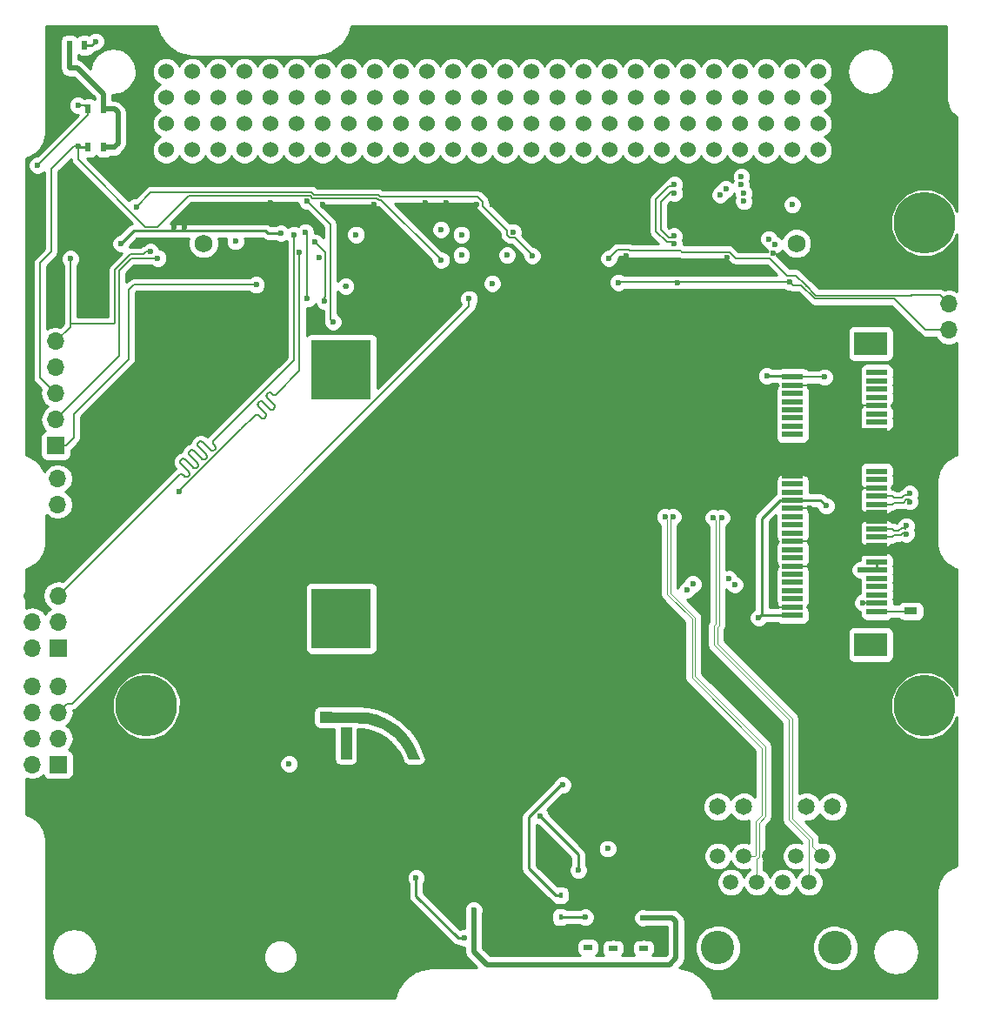
<source format=gbr>
G04 #@! TF.FileFunction,Copper,L4,Bot,Signal*
%FSLAX46Y46*%
G04 Gerber Fmt 4.6, Leading zero omitted, Abs format (unit mm)*
G04 Created by KiCad (PCBNEW 4.0.7) date 02/05/18 12:52:08*
%MOMM*%
%LPD*%
G01*
G04 APERTURE LIST*
%ADD10C,0.100000*%
%ADD11C,0.010000*%
%ADD12C,6.000000*%
%ADD13R,1.700000X1.700000*%
%ADD14O,1.700000X1.700000*%
%ADD15C,1.752600*%
%ADD16C,1.500000*%
%ADD17C,1.650000*%
%ADD18C,2.500000*%
%ADD19C,3.250000*%
%ADD20R,0.450000X0.600000*%
%ADD21C,1.524000*%
%ADD22R,0.900000X0.500000*%
%ADD23R,1.300000X0.700000*%
%ADD24R,3.200000X2.300000*%
%ADD25R,5.800000X5.800000*%
%ADD26R,2.000000X0.600000*%
%ADD27R,0.500000X0.900000*%
%ADD28C,0.600000*%
%ADD29C,0.200000*%
%ADD30C,0.250000*%
%ADD31C,0.500000*%
%ADD32C,0.127000*%
%ADD33C,0.125000*%
%ADD34C,0.254000*%
G04 APERTURE END LIST*
D10*
D11*
G36*
X111220909Y-92450000D02*
X113070457Y-92450000D01*
X113732830Y-92452074D01*
X114293958Y-92459132D01*
X114767991Y-92472429D01*
X115169077Y-92493219D01*
X115511366Y-92522755D01*
X115809007Y-92562293D01*
X116076150Y-92613086D01*
X116326944Y-92676389D01*
X116575538Y-92753456D01*
X116604698Y-92763282D01*
X117299195Y-93057860D01*
X117943002Y-93448453D01*
X118524584Y-93924436D01*
X119032409Y-94475186D01*
X119454941Y-95090077D01*
X119734750Y-95646575D01*
X119897321Y-96029091D01*
X120904762Y-96029091D01*
X120764389Y-95642368D01*
X120416921Y-94847685D01*
X119979031Y-94122270D01*
X119456257Y-93471217D01*
X118854141Y-92899619D01*
X118178223Y-92412572D01*
X117434043Y-92015168D01*
X116627141Y-91712502D01*
X116428245Y-91655465D01*
X116286061Y-91617652D01*
X116157206Y-91586593D01*
X116028581Y-91561502D01*
X115887090Y-91541592D01*
X115719634Y-91526076D01*
X115513115Y-91514166D01*
X115254437Y-91505076D01*
X114930500Y-91498018D01*
X114528209Y-91492207D01*
X114034464Y-91486854D01*
X113544432Y-91482182D01*
X111220909Y-91460490D01*
X111220909Y-92450000D01*
X111220909Y-92450000D01*
G37*
X111220909Y-92450000D02*
X113070457Y-92450000D01*
X113732830Y-92452074D01*
X114293958Y-92459132D01*
X114767991Y-92472429D01*
X115169077Y-92493219D01*
X115511366Y-92522755D01*
X115809007Y-92562293D01*
X116076150Y-92613086D01*
X116326944Y-92676389D01*
X116575538Y-92753456D01*
X116604698Y-92763282D01*
X117299195Y-93057860D01*
X117943002Y-93448453D01*
X118524584Y-93924436D01*
X119032409Y-94475186D01*
X119454941Y-95090077D01*
X119734750Y-95646575D01*
X119897321Y-96029091D01*
X120904762Y-96029091D01*
X120764389Y-95642368D01*
X120416921Y-94847685D01*
X119979031Y-94122270D01*
X119456257Y-93471217D01*
X118854141Y-92899619D01*
X118178223Y-92412572D01*
X117434043Y-92015168D01*
X116627141Y-91712502D01*
X116428245Y-91655465D01*
X116286061Y-91617652D01*
X116157206Y-91586593D01*
X116028581Y-91561502D01*
X115887090Y-91541592D01*
X115719634Y-91526076D01*
X115513115Y-91514166D01*
X115254437Y-91505076D01*
X114930500Y-91498018D01*
X114528209Y-91492207D01*
X114034464Y-91486854D01*
X113544432Y-91482182D01*
X111220909Y-91460490D01*
X111220909Y-92450000D01*
G36*
X113241364Y-96029091D02*
X114280455Y-96029091D01*
X114280455Y-92969545D01*
X113241364Y-92969545D01*
X113241364Y-96029091D01*
X113241364Y-96029091D01*
G37*
X113241364Y-96029091D02*
X114280455Y-96029091D01*
X114280455Y-92969545D01*
X113241364Y-92969545D01*
X113241364Y-96029091D01*
D12*
X170085000Y-43850000D03*
X170085000Y-90850000D03*
D13*
X85750000Y-96555000D03*
D14*
X83210000Y-96555000D03*
X85750000Y-94015000D03*
X83210000Y-94015000D03*
X85750000Y-91475000D03*
X83210000Y-91475000D03*
X85750000Y-88935000D03*
X83210000Y-88935000D03*
D15*
X99895598Y-45850000D03*
X99895598Y-45850000D03*
X157604398Y-45850000D03*
X157604398Y-45850000D03*
D16*
X161390000Y-108040000D03*
X160120000Y-105500000D03*
X158850000Y-108040000D03*
X157580000Y-105500000D03*
X156310000Y-108040000D03*
X155040000Y-105500000D03*
X153770000Y-108040000D03*
X152500000Y-105500000D03*
X151230000Y-108040000D03*
X149960000Y-105500000D03*
D17*
X161140000Y-100670000D03*
X158600000Y-100670000D03*
X152500000Y-100670000D03*
X149960000Y-100670000D03*
D18*
X148945000Y-111340000D03*
D19*
X149960000Y-114390000D03*
X161390000Y-114390000D03*
D18*
X162405000Y-111340000D03*
D20*
X134655000Y-109310000D03*
X134655000Y-111410000D03*
D21*
X96260000Y-36755000D03*
X96260000Y-34215000D03*
X98800000Y-36755000D03*
X98800000Y-34215000D03*
X101340000Y-36755000D03*
X101340000Y-34215000D03*
X103880000Y-36755000D03*
X103880000Y-34215000D03*
X106420000Y-36755000D03*
X106420000Y-34215000D03*
X108960000Y-36755000D03*
X108960000Y-34215000D03*
X111500000Y-36755000D03*
X111500000Y-34215000D03*
X114040000Y-36755000D03*
X114040000Y-34215000D03*
X116580000Y-36755000D03*
X116580000Y-34215000D03*
X119120000Y-36755000D03*
X119120000Y-34215000D03*
X121660000Y-36755000D03*
X121660000Y-34215000D03*
X124200000Y-36755000D03*
X124200000Y-34215000D03*
X126740000Y-36755000D03*
X126740000Y-34215000D03*
X129280000Y-36755000D03*
X129280000Y-34215000D03*
X131820000Y-36755000D03*
X131820000Y-34215000D03*
X134360000Y-36755000D03*
X134360000Y-34215000D03*
X136900000Y-36755000D03*
X136900000Y-34215000D03*
X139440000Y-36755000D03*
X139440000Y-34215000D03*
X141980000Y-36755000D03*
X141980000Y-34215000D03*
X144520000Y-36755000D03*
X144520000Y-34215000D03*
X147060000Y-36755000D03*
X147060000Y-34215000D03*
X149600000Y-36755000D03*
X149600000Y-34215000D03*
X152140000Y-36755000D03*
X152140000Y-34215000D03*
X154680000Y-36755000D03*
X154680000Y-34215000D03*
X157220000Y-36755000D03*
X157220000Y-34215000D03*
X159760000Y-36755000D03*
X159760000Y-34215000D03*
D22*
X139755000Y-112960000D03*
X139755000Y-114460000D03*
X137330000Y-112860000D03*
X137330000Y-114360000D03*
X142730000Y-112960000D03*
X142730000Y-114460000D03*
D23*
X168760000Y-81640000D03*
X168760000Y-79740000D03*
D21*
X96259001Y-31678961D03*
X96259001Y-29138961D03*
X98799001Y-31678961D03*
X98799001Y-29138961D03*
X101339001Y-31678961D03*
X101339001Y-29138961D03*
X103879001Y-31678961D03*
X103879001Y-29138961D03*
X106419001Y-31678961D03*
X106419001Y-29138961D03*
X108959001Y-31678961D03*
X108959001Y-29138961D03*
X111499001Y-31678961D03*
X111499001Y-29138961D03*
X114039001Y-31678961D03*
X114039001Y-29138961D03*
X116579001Y-31678961D03*
X116579001Y-29138961D03*
X119119001Y-31678961D03*
X119119001Y-29138961D03*
X121659001Y-31678961D03*
X121659001Y-29138961D03*
X124199001Y-31678961D03*
X124199001Y-29138961D03*
X126739001Y-31678961D03*
X126739001Y-29138961D03*
X129279001Y-31678961D03*
X129279001Y-29138961D03*
X131819001Y-31678961D03*
X131819001Y-29138961D03*
X134359001Y-31678961D03*
X134359001Y-29138961D03*
X136899001Y-31678961D03*
X136899001Y-29138961D03*
X139439001Y-31678961D03*
X139439001Y-29138961D03*
X141979001Y-31678961D03*
X141979001Y-29138961D03*
X144519001Y-31678961D03*
X144519001Y-29138961D03*
X147059001Y-31678961D03*
X147059001Y-29138961D03*
X149599001Y-31678961D03*
X149599001Y-29138961D03*
X152139001Y-31678961D03*
X152139001Y-29138961D03*
X154679001Y-31678961D03*
X154679001Y-29138961D03*
X157219001Y-31678961D03*
X157219001Y-29138961D03*
X159759001Y-31678961D03*
X159759001Y-29138961D03*
D13*
X85700000Y-73820000D03*
D14*
X85700000Y-71280000D03*
X85700000Y-68740000D03*
D13*
X85510000Y-65540000D03*
D14*
X85510000Y-63000000D03*
X85510000Y-60460000D03*
X85510000Y-57920000D03*
X85510000Y-55380000D03*
X85510000Y-52840000D03*
D13*
X172490000Y-49220000D03*
D14*
X172490000Y-51760000D03*
X172490000Y-54300000D03*
D24*
X164850000Y-55600000D03*
X164850000Y-84900000D03*
D25*
X113300000Y-58150000D03*
X113300000Y-82350000D03*
D26*
X165450000Y-58450000D03*
X157250000Y-58850000D03*
X165450000Y-59250000D03*
X157250000Y-59650000D03*
X165450000Y-60050000D03*
X157250000Y-60450000D03*
X165450000Y-60850000D03*
X157250000Y-61250000D03*
X165450000Y-61650000D03*
X157250000Y-62050000D03*
X165450000Y-62450000D03*
X157250000Y-62850000D03*
X165450000Y-63250000D03*
X157250000Y-63650000D03*
X165450000Y-64050000D03*
X157250000Y-64450000D03*
X165450000Y-68050000D03*
X157250000Y-68450000D03*
X165450000Y-68850000D03*
X157250000Y-69250000D03*
X165450000Y-69650000D03*
X157250000Y-70050000D03*
X165450000Y-70450000D03*
X157250000Y-70850000D03*
X165450000Y-71250000D03*
X157250000Y-71650000D03*
X165450000Y-72050000D03*
X157250000Y-72450000D03*
X165450000Y-72850000D03*
X157250000Y-73250000D03*
X165450000Y-73650000D03*
X157250000Y-74050000D03*
X165450000Y-74450000D03*
X157250000Y-74850000D03*
X165450000Y-75250000D03*
X157250000Y-75650000D03*
X165450000Y-76050000D03*
X157250000Y-76450000D03*
X165450000Y-76850000D03*
X157250000Y-77250000D03*
X165450000Y-77650000D03*
X157250000Y-78050000D03*
X165450000Y-78450000D03*
X157250000Y-78850000D03*
X165450000Y-79250000D03*
X157250000Y-79650000D03*
X165450000Y-80050000D03*
X157250000Y-80450000D03*
X165450000Y-80850000D03*
X157250000Y-81250000D03*
X165450000Y-81650000D03*
X157250000Y-82050000D03*
D13*
X85750000Y-85230000D03*
D14*
X83210000Y-85230000D03*
X85750000Y-82690000D03*
X83210000Y-82690000D03*
X85750000Y-80150000D03*
X83210000Y-80150000D03*
D27*
X88325000Y-26575000D03*
X86825000Y-26575000D03*
X90150000Y-32775000D03*
X88650000Y-32775000D03*
X90175000Y-36500000D03*
X88675000Y-36500000D03*
D12*
X94325000Y-90850000D03*
D28*
X160325000Y-58870000D03*
X154725000Y-58750000D03*
X160500000Y-71400000D03*
X153950000Y-82300000D03*
X139230000Y-104760000D03*
X163810000Y-77640000D03*
X137080000Y-111435000D03*
X137330000Y-114360000D03*
X139755000Y-114460000D03*
X142730000Y-114460000D03*
X91175000Y-36500000D03*
X126195000Y-110715000D03*
X113740000Y-50010000D03*
X142680000Y-111485000D03*
X140270000Y-49650000D03*
X156990000Y-49640000D03*
X139340000Y-47305000D03*
X120595000Y-107590000D03*
X125270000Y-113415000D03*
X132630000Y-101560000D03*
X136405000Y-106860000D03*
X168630000Y-70184099D03*
X168630000Y-70984099D03*
X145740000Y-40950000D03*
X145700000Y-45110000D03*
X168290000Y-73350000D03*
X145740000Y-40150000D03*
X145700000Y-45910000D03*
X168290000Y-74150000D03*
X164080000Y-80820000D03*
X130000000Y-44750000D03*
X125000000Y-45000000D03*
X125750000Y-51250000D03*
X123000000Y-44500000D03*
X114750000Y-45000000D03*
X112500000Y-53500000D03*
X110000000Y-41750000D03*
X107422875Y-44855010D03*
X91850000Y-45880000D03*
X89375000Y-26200000D03*
X94720000Y-46650000D03*
X86925000Y-47350000D03*
X95450000Y-47280000D03*
X93340000Y-42290000D03*
X131910000Y-47050000D03*
X83750000Y-38250000D03*
X87675000Y-32400000D03*
X129436490Y-47000000D03*
X128000000Y-49750000D03*
X125000000Y-47000000D03*
X123030000Y-47470000D03*
X87675000Y-36400000D03*
X105020000Y-49880000D03*
X102999999Y-45650000D03*
X108225000Y-96525000D03*
X134855000Y-98560000D03*
X159250000Y-44000000D03*
X159250000Y-45000000D03*
X159250000Y-46250000D03*
X159250000Y-47500000D03*
X160250000Y-47500000D03*
X160250000Y-46250000D03*
X160250000Y-45000000D03*
X160250000Y-44000000D03*
X98000000Y-44250000D03*
X98000000Y-45500000D03*
X98000000Y-46750000D03*
X98000000Y-47750000D03*
X97000000Y-47750000D03*
X97000000Y-46750000D03*
X97000000Y-45500000D03*
X97000000Y-44250000D03*
X111186490Y-47250000D03*
X146020000Y-49650000D03*
X155332053Y-46768515D03*
X160576490Y-94412781D03*
X151125000Y-94325000D03*
X85525000Y-51000000D03*
X87350000Y-73825000D03*
X100750000Y-113000000D03*
X99575000Y-110000000D03*
X99500000Y-111500000D03*
X99500000Y-113000000D03*
X102000000Y-113000000D03*
X102000000Y-111500000D03*
X102000000Y-110000000D03*
X100725000Y-110000000D03*
X100725000Y-111500000D03*
X115000000Y-113000000D03*
X112850000Y-113000000D03*
X114925000Y-110000000D03*
X112725000Y-110000000D03*
X112725000Y-111500000D03*
X115000000Y-111500000D03*
X113875000Y-113000000D03*
X113800000Y-110000000D03*
X113825000Y-111500000D03*
X155040000Y-103750000D03*
X150925000Y-111100000D03*
X163725000Y-109600000D03*
X162675000Y-108000000D03*
X155575000Y-80900000D03*
X159175000Y-77050000D03*
X159175000Y-74875000D03*
X163375000Y-75100000D03*
X158950000Y-71575000D03*
X163675000Y-72725000D03*
X163600000Y-71825000D03*
X162900000Y-69275000D03*
X157250000Y-67100000D03*
X163450000Y-61650000D03*
X158925000Y-59800000D03*
X101400000Y-47125000D03*
X106500000Y-47325000D03*
X116500000Y-47250000D03*
X121475000Y-47250000D03*
X126500000Y-47225000D03*
X130825000Y-47150000D03*
X136000000Y-47275000D03*
X141025000Y-47025000D03*
X150850000Y-47250000D03*
X101475000Y-42050000D03*
X106450000Y-41925000D03*
X111500000Y-42050000D03*
X116500000Y-42025000D03*
X121500000Y-41900000D03*
X123500000Y-41925000D03*
X126500000Y-42075000D03*
X128000000Y-42025000D03*
X131000000Y-42025000D03*
X136000000Y-42000000D03*
X141000000Y-42000000D03*
X146000000Y-42075000D03*
X149475000Y-44275000D03*
X156850000Y-43400000D03*
X163325000Y-76050000D03*
X163150000Y-64175000D03*
X129790000Y-112810000D03*
X144930000Y-112960000D03*
X155482842Y-45982842D03*
X147532842Y-79017158D03*
X154917158Y-45417158D03*
X146967158Y-79582842D03*
X157200000Y-42090000D03*
X152260000Y-39360000D03*
X144820000Y-72460000D03*
X152260000Y-40140000D03*
X145600000Y-72460000D03*
X152510000Y-41750000D03*
X151042158Y-78492158D03*
X152510000Y-40970000D03*
X151607842Y-79057842D03*
X150194229Y-41115771D03*
X149540000Y-72550000D03*
X150745771Y-40564229D03*
X150320000Y-72550000D03*
X111686490Y-51500000D03*
X110750000Y-45750000D03*
X109813510Y-44750000D03*
X110000000Y-51250000D03*
X109250000Y-46750000D03*
X97500000Y-70000000D03*
X108686490Y-45002986D03*
D29*
X157250000Y-58850000D02*
X160305000Y-58850000D01*
X160305000Y-58850000D02*
X160325000Y-58870000D01*
D30*
X154725000Y-58750000D02*
X157150000Y-58750000D01*
X157150000Y-58750000D02*
X157250000Y-58850000D01*
X157250000Y-70850000D02*
X159950000Y-70850000D01*
X159950000Y-70850000D02*
X160500000Y-71400000D01*
X153950000Y-82300000D02*
X154249999Y-82000001D01*
X156000000Y-70850000D02*
X157250000Y-70850000D01*
X154249999Y-82000001D02*
X154249999Y-72600001D01*
X154249999Y-72600001D02*
X156000000Y-70850000D01*
X157250000Y-82050000D02*
X154200000Y-82050000D01*
X154200000Y-82050000D02*
X153950000Y-82300000D01*
X165450000Y-76850000D02*
X165450000Y-77650000D01*
D31*
X163810000Y-77640000D02*
X165440000Y-77640000D01*
D30*
X165440000Y-77640000D02*
X165450000Y-77650000D01*
X134655000Y-111410000D02*
X137055000Y-111410000D01*
X137055000Y-111410000D02*
X137080000Y-111435000D01*
D31*
X86825000Y-26575000D02*
X86825000Y-28800000D01*
X86825000Y-28800000D02*
X87625002Y-28800000D01*
X87625002Y-28800000D02*
X90150000Y-31324998D01*
X90150000Y-31324998D02*
X90150000Y-31825000D01*
X90150000Y-31825000D02*
X90150000Y-32775000D01*
X91575000Y-33125000D02*
X91575000Y-36100000D01*
X91575000Y-36100000D02*
X91175000Y-36500000D01*
X91225000Y-32775000D02*
X91575000Y-33125000D01*
X90150000Y-32775000D02*
X91225000Y-32775000D01*
X90175000Y-36500000D02*
X91175000Y-36500000D01*
X126195000Y-114785000D02*
X127460000Y-116050000D01*
X126195000Y-110715000D02*
X126195000Y-114785000D01*
X127460000Y-116050000D02*
X145250000Y-116050000D01*
X145250000Y-116050000D02*
X145890000Y-115410000D01*
X145890000Y-115410000D02*
X145890000Y-111820000D01*
X145890000Y-111820000D02*
X145555000Y-111485000D01*
X145555000Y-111485000D02*
X142680000Y-111485000D01*
X113720000Y-50030000D02*
X113740000Y-50010000D01*
D30*
X90150000Y-36475000D02*
X90175000Y-36500000D01*
X142680000Y-111485000D02*
X143730000Y-111485000D01*
D32*
X156990000Y-49640000D02*
X140280000Y-49640000D01*
X156990000Y-49640000D02*
X157289999Y-49939999D01*
X158082422Y-49939999D02*
X159389433Y-51247011D01*
X157289999Y-49939999D02*
X158082422Y-49939999D01*
X159389433Y-51247011D02*
X167147011Y-51247011D01*
X167147011Y-51247011D02*
X170200000Y-54300000D01*
X170200000Y-54300000D02*
X172490000Y-54300000D01*
D30*
X140280000Y-49640000D02*
X140270000Y-49650000D01*
D32*
X155034556Y-47305000D02*
X156701485Y-48971929D01*
X140183501Y-46461499D02*
X141295481Y-46461499D01*
X151095481Y-46686499D02*
X151713982Y-47305000D01*
X157576812Y-48971929D02*
X158450000Y-49845117D01*
X146395481Y-46586499D02*
X146495481Y-46686499D01*
X151713982Y-47305000D02*
X155034556Y-47305000D01*
X141420481Y-46586499D02*
X146395481Y-46586499D01*
X141295481Y-46461499D02*
X141420481Y-46586499D01*
X156701485Y-48971929D02*
X157576812Y-48971929D01*
X139340000Y-47305000D02*
X140183501Y-46461499D01*
X146495481Y-46686499D02*
X151095481Y-46686499D01*
X168850001Y-50920001D02*
X168720000Y-50920001D01*
X168720000Y-50920001D02*
X159524884Y-50920001D01*
X172490000Y-51760000D02*
X171640001Y-50910001D01*
X171640001Y-50910001D02*
X168730000Y-50910001D01*
X168730000Y-50910001D02*
X168720000Y-50920001D01*
X158610000Y-50005117D02*
X158450000Y-49845117D01*
X159524884Y-50920001D02*
X158450000Y-49845117D01*
D30*
X139340000Y-47230000D02*
X139340000Y-47305000D01*
X120595000Y-109340000D02*
X120595000Y-107590000D01*
X125270000Y-113415000D02*
X124670000Y-113415000D01*
X124670000Y-113415000D02*
X120595000Y-109340000D01*
X136405000Y-106860000D02*
X136405000Y-105335000D01*
X136405000Y-105335000D02*
X132630000Y-101560000D01*
D29*
X165450000Y-81650000D02*
X168750000Y-81650000D01*
X168750000Y-81650000D02*
X168760000Y-81640000D01*
D32*
X165450000Y-70450000D02*
X166950000Y-70450000D01*
X167125000Y-70625000D02*
X167886802Y-70625000D01*
X166950000Y-70450000D02*
X167125000Y-70625000D01*
X167886802Y-70625000D02*
X168152702Y-70359100D01*
X168152702Y-70359100D02*
X168454999Y-70359100D01*
X168454999Y-70359100D02*
X168630000Y-70184099D01*
X168339100Y-70809098D02*
X168454999Y-70809098D01*
X165450000Y-71250000D02*
X166950000Y-71250000D01*
X166950000Y-71250000D02*
X167125000Y-71075000D01*
X167125000Y-71075000D02*
X168073198Y-71075000D01*
X168073198Y-71075000D02*
X168339100Y-70809098D01*
D30*
X168454999Y-70809098D02*
X168630000Y-70984099D01*
D32*
X145443199Y-40774999D02*
X144398198Y-41820000D01*
X144398198Y-41820000D02*
X144398198Y-44515000D01*
X145564999Y-40774999D02*
X145443199Y-40774999D01*
X144398198Y-44515000D02*
X145168199Y-45285001D01*
X145740000Y-40950000D02*
X145564999Y-40774999D01*
X145168199Y-45285001D02*
X145524999Y-45285001D01*
X145524999Y-45285001D02*
X145700000Y-45110000D01*
X165450000Y-73650000D02*
X166950000Y-73650000D01*
X167876801Y-73525001D02*
X168114999Y-73525001D01*
X166950000Y-73650000D02*
X167125000Y-73825000D01*
X167125000Y-73825000D02*
X167576802Y-73825000D01*
X167576802Y-73825000D02*
X167876801Y-73525001D01*
D30*
X168114999Y-73525001D02*
X168290000Y-73350000D01*
D32*
X145740000Y-40150000D02*
X145564999Y-40325001D01*
X145564999Y-40325001D02*
X145204369Y-40325001D01*
X145204369Y-40325001D02*
X143935000Y-41594370D01*
X143935000Y-41594370D02*
X143935000Y-44688198D01*
X143935000Y-44688198D02*
X144981801Y-45734999D01*
X144981801Y-45734999D02*
X145524999Y-45734999D01*
X145524999Y-45734999D02*
X145700000Y-45910000D01*
D30*
X168114999Y-73974999D02*
X168290000Y-74150000D01*
D32*
X165450000Y-74450000D02*
X166950000Y-74450000D01*
X166950000Y-74450000D02*
X167125000Y-74275000D01*
X167763198Y-74275000D02*
X168063199Y-73974999D01*
X167125000Y-74275000D02*
X167763198Y-74275000D01*
D30*
X168063199Y-73974999D02*
X168114999Y-73974999D01*
D32*
X165450000Y-80850000D02*
X164110000Y-80850000D01*
X164110000Y-80850000D02*
X164080000Y-80820000D01*
X87099301Y-90625001D02*
X125750000Y-51974302D01*
X86599999Y-90625001D02*
X87099301Y-90625001D01*
X85750000Y-91475000D02*
X86599999Y-90625001D01*
X125750000Y-51974302D02*
X125750000Y-51250000D01*
X112250000Y-50500000D02*
X112250000Y-53250000D01*
X112250000Y-53250000D02*
X112500000Y-53500000D01*
X112250000Y-50500000D02*
X112250000Y-44000000D01*
X112250000Y-44000000D02*
X110000000Y-41750000D01*
D30*
X95537179Y-44648699D02*
X95785000Y-44648699D01*
X95785000Y-44648699D02*
X105943695Y-44648699D01*
X91850000Y-45880000D02*
X93081301Y-44648699D01*
X93081301Y-44648699D02*
X94393699Y-44648699D01*
X94393699Y-44648699D02*
X95785000Y-44648699D01*
X106998611Y-44855010D02*
X107422875Y-44855010D01*
X106150006Y-44855010D02*
X106998611Y-44855010D01*
X105943695Y-44648699D02*
X106150006Y-44855010D01*
D32*
X94720000Y-46650000D02*
X94295736Y-46650000D01*
X94295736Y-46650000D02*
X94055736Y-46890000D01*
X94055736Y-46890000D02*
X92800000Y-46890000D01*
X86925000Y-53965000D02*
X86925000Y-53720000D01*
X86925000Y-53720000D02*
X86925000Y-47350000D01*
X91180000Y-53670000D02*
X86975000Y-53670000D01*
X86975000Y-53670000D02*
X86925000Y-53720000D01*
X85510000Y-55380000D02*
X86925000Y-53965000D01*
X91290000Y-53560000D02*
X91180000Y-53670000D01*
X91290000Y-48400000D02*
X91290000Y-53560000D01*
X92800000Y-46890000D02*
X91290000Y-48400000D01*
D30*
X88325000Y-26575000D02*
X89000000Y-26575000D01*
X89000000Y-26575000D02*
X89375000Y-26200000D01*
D32*
X95450000Y-47280000D02*
X92872462Y-47280000D01*
X92872462Y-47280000D02*
X91690000Y-48462462D01*
X91690000Y-48462462D02*
X91690000Y-56820000D01*
X91690000Y-56820000D02*
X85510000Y-63000000D01*
X130173501Y-45313501D02*
X131610001Y-46750001D01*
X129436499Y-44576499D02*
X129436499Y-45020481D01*
X129729519Y-45313501D02*
X130173501Y-45313501D01*
X127063501Y-42203501D02*
X129436499Y-44576499D01*
X131610001Y-46750001D02*
X131910000Y-47050000D01*
X127063501Y-41804519D02*
X127063501Y-42203501D01*
X117081445Y-41310000D02*
X126568982Y-41310000D01*
X126568982Y-41310000D02*
X127063501Y-41804519D01*
X94770513Y-40859487D02*
X110405934Y-40859487D01*
X110655933Y-41109487D02*
X116880932Y-41109487D01*
X116880932Y-41109487D02*
X117081445Y-41310000D01*
X110405934Y-40859487D02*
X110655933Y-41109487D01*
X93340000Y-42290000D02*
X94770513Y-40859487D01*
X129436499Y-45020481D02*
X129729519Y-45313501D01*
X83750000Y-38250000D02*
X88650000Y-33350000D01*
X88650000Y-33350000D02*
X88650000Y-32775000D01*
X87675000Y-32400000D02*
X88275000Y-32400000D01*
X88275000Y-32400000D02*
X88650000Y-32775000D01*
X122730001Y-47170001D02*
X123030000Y-47470000D01*
X116958982Y-41650000D02*
X117210000Y-41650000D01*
X116745480Y-41436498D02*
X116958982Y-41650000D01*
X110270482Y-41186498D02*
X110520482Y-41436498D01*
X117210000Y-41650000D02*
X122730001Y-47170001D01*
X98449943Y-41186498D02*
X110270482Y-41186498D01*
X95376253Y-44260188D02*
X98449943Y-41186498D01*
X110520482Y-41436498D02*
X116745480Y-41436498D01*
X87675000Y-37691441D02*
X94243747Y-44260188D01*
X87675000Y-36400000D02*
X87675000Y-37691441D01*
X94243747Y-44260188D02*
X95376253Y-44260188D01*
X83960000Y-47780000D02*
X83960000Y-58910000D01*
X83960000Y-58910000D02*
X85510000Y-60460000D01*
X85075000Y-46665000D02*
X83960000Y-47780000D01*
X85075000Y-38575736D02*
X85075000Y-46665000D01*
X87675000Y-36400000D02*
X87250736Y-36400000D01*
X87250736Y-36400000D02*
X85075000Y-38575736D01*
D30*
X88675000Y-36500000D02*
X87775000Y-36500000D01*
X87775000Y-36500000D02*
X87675000Y-36400000D01*
D32*
X90400000Y-59330000D02*
X90510000Y-59220000D01*
X90510000Y-59220000D02*
X92630000Y-57100000D01*
X87250000Y-64777000D02*
X87250000Y-62480000D01*
X87250000Y-62480000D02*
X90510000Y-59220000D01*
X85510000Y-65540000D02*
X86487000Y-65540000D01*
X86487000Y-65540000D02*
X87250000Y-64777000D01*
X92630000Y-50350000D02*
X93100000Y-49880000D01*
X93100000Y-49880000D02*
X105020000Y-49880000D01*
X92630000Y-57100000D02*
X92630000Y-50350000D01*
D30*
X131580000Y-106710000D02*
X131580000Y-101684998D01*
X131580000Y-101684998D02*
X134704998Y-98560000D01*
X134704998Y-98560000D02*
X134855000Y-98560000D01*
X134655000Y-109310000D02*
X134180000Y-109310000D01*
X134180000Y-109310000D02*
X131580000Y-106710000D01*
D29*
X85510000Y-52840000D02*
X85510000Y-51015000D01*
X85510000Y-51015000D02*
X85525000Y-51000000D01*
X168760000Y-79740000D02*
X168760000Y-78490000D01*
X168760000Y-78490000D02*
X168850000Y-78400000D01*
X157250000Y-81250000D02*
X155925000Y-81250000D01*
X155925000Y-81250000D02*
X155575000Y-80900000D01*
X157250000Y-77250000D02*
X158975000Y-77250000D01*
X158975000Y-77250000D02*
X159175000Y-77050000D01*
X157250000Y-74850000D02*
X159150000Y-74850000D01*
X159150000Y-74850000D02*
X159175000Y-74875000D01*
X165450000Y-75250000D02*
X163525000Y-75250000D01*
X163525000Y-75250000D02*
X163375000Y-75100000D01*
X157250000Y-71650000D02*
X158875000Y-71650000D01*
X158875000Y-71650000D02*
X158950000Y-71575000D01*
X165450000Y-72850000D02*
X163800000Y-72850000D01*
X163800000Y-72850000D02*
X163675000Y-72725000D01*
X165450000Y-72050000D02*
X163825000Y-72050000D01*
X163825000Y-72050000D02*
X163600000Y-71825000D01*
X165450000Y-69650000D02*
X163275000Y-69650000D01*
X163275000Y-69650000D02*
X162900000Y-69275000D01*
X157250000Y-68450000D02*
X157250000Y-67100000D01*
X165450000Y-61650000D02*
X163450000Y-61650000D01*
X157250000Y-59650000D02*
X158775000Y-59650000D01*
X158775000Y-59650000D02*
X158925000Y-59800000D01*
D31*
X165450000Y-76050000D02*
X163325000Y-76050000D01*
X165450000Y-64050000D02*
X163275000Y-64050000D01*
X163275000Y-64050000D02*
X163150000Y-64175000D01*
X137330000Y-112860000D02*
X129840000Y-112860000D01*
X129840000Y-112860000D02*
X129790000Y-112810000D01*
X142730000Y-112960000D02*
X144930000Y-112960000D01*
D30*
X164750000Y-64050000D02*
X165450000Y-64050000D01*
X165360000Y-72760000D02*
X165450000Y-72850000D01*
X157250000Y-81250000D02*
X156344998Y-81250000D01*
X165400000Y-69600000D02*
X165450000Y-69650000D01*
X165410000Y-61690000D02*
X165450000Y-61650000D01*
D29*
X165450000Y-72050000D02*
X165450000Y-72850000D01*
D30*
X155040000Y-105500000D02*
X154845001Y-105694999D01*
X137255000Y-112935000D02*
X137330000Y-112860000D01*
D31*
X139755000Y-112960000D02*
X140455000Y-112960000D01*
X140455000Y-112960000D02*
X142955000Y-112960000D01*
X137330000Y-112860000D02*
X139655000Y-112860000D01*
D30*
X139655000Y-112860000D02*
X139755000Y-112960000D01*
D33*
X147437500Y-82393166D02*
X145057501Y-80013167D01*
X147437500Y-88117308D02*
X147437500Y-82393166D01*
X145057501Y-80013167D02*
X145057501Y-72697501D01*
X153540191Y-105500000D02*
X153637500Y-105402691D01*
X153637500Y-105402691D02*
X153637500Y-102107692D01*
X152500000Y-105500000D02*
X153540191Y-105500000D01*
X153637500Y-102107692D02*
X154262500Y-101482692D01*
X154262500Y-101482692D02*
X154262500Y-94942308D01*
X154262500Y-94942308D02*
X147437500Y-88117308D01*
X145057501Y-72697501D02*
X144820000Y-72460000D01*
X147762500Y-87982692D02*
X147762500Y-82286834D01*
X154587500Y-101617308D02*
X154587500Y-94807692D01*
X153962500Y-105537309D02*
X153962500Y-102242308D01*
X153770000Y-108040000D02*
X153770000Y-105729809D01*
X153770000Y-105729809D02*
X153962500Y-105537309D01*
X153962500Y-102242308D02*
X154587500Y-101617308D01*
X154587500Y-94807692D02*
X147762500Y-87982692D01*
X145362499Y-72697501D02*
X145600000Y-72460000D01*
X147762500Y-82286834D02*
X145362499Y-79886833D01*
X145362499Y-79886833D02*
X145362499Y-72697501D01*
X149777501Y-82900381D02*
X149777501Y-72787501D01*
X158850000Y-108040000D02*
X158850000Y-103904808D01*
X158850000Y-103904808D02*
X156887500Y-101942308D01*
X149612500Y-84942308D02*
X149612500Y-83065382D01*
X149777501Y-72787501D02*
X149540000Y-72550000D01*
X156887500Y-101942308D02*
X156887500Y-92217308D01*
X156887500Y-92217308D02*
X149612500Y-84942308D01*
X149612500Y-83065382D02*
X149777501Y-82900381D01*
X150082499Y-83055001D02*
X150082499Y-72787501D01*
X149937500Y-83200000D02*
X150082499Y-83055001D01*
X150082499Y-72787501D02*
X150320000Y-72550000D01*
X149937500Y-84807692D02*
X149937500Y-83200000D01*
X157212500Y-92082692D02*
X149937500Y-84807692D01*
X157212500Y-101807692D02*
X157212500Y-92082692D01*
X160120000Y-105500000D02*
X159174999Y-104554999D01*
X159174999Y-104554999D02*
X159174999Y-103770191D01*
X159174999Y-103770191D02*
X157212500Y-101807692D01*
D32*
X111750000Y-46750000D02*
X111750000Y-51012226D01*
X110750000Y-45750000D02*
X111750000Y-46750000D01*
X111686490Y-51075736D02*
X111686490Y-51500000D01*
X111750000Y-51012226D02*
X111686490Y-51075736D01*
X110000000Y-44936490D02*
X109813510Y-44750000D01*
X110000000Y-51250000D02*
X110000000Y-44936490D01*
X109250000Y-46750000D02*
X109250000Y-58250000D01*
X106075944Y-60838100D02*
X106117830Y-60890623D01*
X109250000Y-58250000D02*
X107000000Y-60500000D01*
X105944157Y-62424640D02*
X105973303Y-62485167D01*
X107000000Y-60500000D02*
X106947477Y-60541885D01*
X105227417Y-61686628D02*
X105269303Y-61739151D01*
X106698277Y-61989740D02*
X106637750Y-62018888D01*
X106947477Y-60541885D02*
X106886951Y-60571032D01*
X105849749Y-62838268D02*
X105789222Y-62867416D01*
X106637750Y-62018888D02*
X106572257Y-62033836D01*
X106170352Y-60424474D02*
X106117830Y-60466359D01*
X106117830Y-60890623D02*
X106750798Y-61523590D01*
X105944156Y-62743860D02*
X105902271Y-62796382D01*
X106886951Y-60571032D02*
X106821457Y-60585981D01*
X106792685Y-61576112D02*
X106821831Y-61636639D01*
X105302946Y-62621321D02*
X105250422Y-62579436D01*
X106821457Y-60585981D02*
X106754278Y-60585981D01*
X106489571Y-60424474D02*
X106429046Y-60395326D01*
X106688784Y-60571032D02*
X106628258Y-60541885D01*
X106542094Y-60466359D02*
X106489571Y-60424474D01*
X106575735Y-60500000D02*
X106542094Y-60466359D01*
X106754278Y-60585981D02*
X106688784Y-60571032D01*
X105321825Y-61273002D02*
X105269303Y-61314887D01*
X106628258Y-60541885D02*
X106575735Y-60500000D01*
X106429046Y-60395326D02*
X106363551Y-60380377D01*
X105269303Y-61314887D02*
X105227417Y-61367409D01*
X106363551Y-60380377D02*
X106296373Y-60380377D01*
X106117830Y-60466359D02*
X106075944Y-60518881D01*
X105198270Y-61626102D02*
X105227417Y-61686628D01*
X106296373Y-60380377D02*
X106230878Y-60395326D01*
X106439584Y-62018887D02*
X106379057Y-61989741D01*
X106230878Y-60395326D02*
X106170352Y-60424474D01*
X105988252Y-62617840D02*
X105973304Y-62683333D01*
X106075944Y-60518881D02*
X106046797Y-60579407D01*
X105269303Y-61739151D02*
X105902270Y-62372118D01*
X106750798Y-61523590D02*
X106792685Y-61576112D01*
X105478007Y-62796382D02*
X105302946Y-62621321D01*
X106046797Y-60579407D02*
X106031848Y-60644901D01*
X106046797Y-60777574D02*
X106075944Y-60838100D01*
X105591056Y-62867415D02*
X105530529Y-62838269D01*
X105530529Y-62838269D02*
X105478007Y-62796382D01*
X106031848Y-60644901D02*
X106031848Y-60712080D01*
X105789222Y-62867416D02*
X105723729Y-62882364D01*
X106031848Y-60712080D02*
X106046797Y-60777574D01*
X105183321Y-61493429D02*
X105183321Y-61560608D01*
X103555111Y-63944889D02*
X97799999Y-69700001D01*
X105641044Y-61273002D02*
X105580519Y-61243854D01*
X106821831Y-61636639D02*
X106836781Y-61702132D01*
X105183321Y-61560608D02*
X105198270Y-61626102D01*
X105656549Y-62882365D02*
X105591056Y-62867415D01*
X106836781Y-61702132D02*
X106836780Y-61769312D01*
X106379057Y-61989741D02*
X106326535Y-61947854D01*
X106836780Y-61769312D02*
X106821832Y-61834805D01*
X106821832Y-61834805D02*
X106792684Y-61895332D01*
X105382351Y-61243854D02*
X105321825Y-61273002D01*
X106792684Y-61895332D02*
X106750799Y-61947854D01*
X106750799Y-61947854D02*
X106698277Y-61989740D01*
X106572257Y-62033836D02*
X106505077Y-62033837D01*
X106505077Y-62033837D02*
X106439584Y-62018887D01*
X106326535Y-61947854D02*
X105693567Y-61314887D01*
X105693567Y-61314887D02*
X105641044Y-61273002D01*
X105723729Y-62882364D02*
X105656549Y-62882365D01*
X97799999Y-69700001D02*
X97500000Y-70000000D01*
X105580519Y-61243854D02*
X105515024Y-61228905D01*
X105515024Y-61228905D02*
X105447845Y-61228905D01*
X105447845Y-61228905D02*
X105382351Y-61243854D01*
X105988253Y-62550660D02*
X105988252Y-62617840D01*
X105227417Y-61367409D02*
X105198270Y-61427935D01*
X105198270Y-61427935D02*
X105183321Y-61493429D01*
X105902270Y-62372118D02*
X105944157Y-62424640D01*
X105973303Y-62485167D02*
X105988253Y-62550660D01*
X105973304Y-62683333D02*
X105944156Y-62743860D01*
X105902271Y-62796382D02*
X105849749Y-62838268D01*
X105250422Y-62579436D02*
X105189897Y-62550288D01*
X105189897Y-62550288D02*
X105124402Y-62535340D01*
X105124402Y-62535340D02*
X105057224Y-62535339D01*
X104991729Y-62550289D02*
X104931204Y-62579435D01*
X105057224Y-62535339D02*
X104991729Y-62550289D01*
X104931204Y-62579435D02*
X104878680Y-62621322D01*
X104878680Y-62621322D02*
X103555111Y-63944889D01*
X85750000Y-80150000D02*
X97500000Y-68400000D01*
X98543432Y-66049322D02*
X98595955Y-66007437D01*
X98383943Y-68529823D02*
X98436465Y-68487937D01*
X98436465Y-68487937D02*
X98478350Y-68435414D01*
X101053079Y-65829307D02*
X101068028Y-65763813D01*
X99356025Y-67526361D02*
X99370974Y-67460867D01*
X97871741Y-68358114D02*
X97924264Y-68400000D01*
X97500000Y-68400000D02*
X97552522Y-68358114D01*
X100670831Y-66013389D02*
X100736325Y-66028338D01*
X98064724Y-68529823D02*
X98125250Y-68558970D01*
X99505007Y-65129764D02*
X99570502Y-65114814D01*
X99284993Y-67215145D02*
X98543432Y-66473586D01*
X97552522Y-68358114D02*
X97613048Y-68328967D01*
X99391959Y-65625059D02*
X99350073Y-65572538D01*
X100852223Y-65058411D02*
X100894109Y-65005889D01*
X98595955Y-66007437D02*
X98656480Y-65978291D01*
X97608924Y-67076392D02*
X97623871Y-67010898D01*
X99171944Y-67710443D02*
X99232470Y-67681296D01*
X97613048Y-68328967D02*
X97678542Y-68314018D01*
X99350073Y-65572538D02*
X99320925Y-65512012D01*
X99320925Y-65512012D02*
X99305978Y-65446516D01*
X99106450Y-67725392D02*
X99171944Y-67710443D01*
X97678542Y-68314018D02*
X97745721Y-68314018D01*
X98125250Y-68558970D02*
X98190744Y-68573919D01*
X97811215Y-68328967D02*
X97871741Y-68358114D01*
X97807953Y-66826818D02*
X97873448Y-66811868D01*
X97608924Y-67143570D02*
X97608924Y-67076392D01*
X101053079Y-65631140D02*
X101023932Y-65570614D01*
X98190744Y-68573919D02*
X98257923Y-68573919D01*
X98012201Y-68487937D02*
X98064724Y-68529823D01*
X97745721Y-68314018D02*
X97811215Y-68328967D01*
X98522446Y-68242215D02*
X98507497Y-68176721D01*
X98457451Y-66295043D02*
X98457451Y-66227865D01*
X97924264Y-68400000D02*
X98012201Y-68487937D01*
X97653019Y-67269592D02*
X97623871Y-67209066D01*
X99284993Y-67639410D02*
X99326878Y-67586887D01*
X98257923Y-68573919D02*
X98323417Y-68558970D01*
X101068028Y-65763813D02*
X101068028Y-65696634D01*
X98478350Y-68435414D02*
X98507497Y-68374888D01*
X99709255Y-66790883D02*
X99761778Y-66832769D01*
X99444482Y-65158910D02*
X99505007Y-65129764D01*
X100929524Y-65984242D02*
X100982047Y-65942356D01*
X100894109Y-65005889D02*
X101505661Y-64394339D01*
X98323417Y-68558970D02*
X98383943Y-68529823D01*
X98501546Y-66421065D02*
X98472398Y-66360539D01*
X97623871Y-67209066D02*
X97608924Y-67143570D01*
X98507497Y-68374888D02*
X98522446Y-68309394D01*
X97653020Y-66950372D02*
X97694905Y-66897849D01*
X97940626Y-66811869D02*
X98006121Y-66826817D01*
X98436465Y-68063672D02*
X97694905Y-67322113D01*
X100204552Y-66677834D02*
X100219501Y-66612340D01*
X98522446Y-68309394D02*
X98522446Y-68242215D01*
X98915173Y-66007438D02*
X98967696Y-66049323D01*
X99370974Y-67460867D02*
X99370974Y-67393688D01*
X98507497Y-68176721D02*
X98478350Y-68116195D01*
X98478350Y-68116195D02*
X98436465Y-68063672D01*
X97694905Y-67322113D02*
X97653019Y-67269592D01*
X97623871Y-67010898D02*
X97653020Y-66950372D01*
X98721975Y-65963341D02*
X98789153Y-65963342D01*
X100133520Y-66790883D02*
X100175405Y-66738360D01*
X100736325Y-66028338D02*
X100803504Y-66028338D01*
X98860728Y-67639410D02*
X98913251Y-67681296D01*
X98913251Y-67681296D02*
X98973777Y-67710443D01*
X97694905Y-66897849D02*
X97747428Y-66855964D01*
X100852223Y-65377630D02*
X100823076Y-65317104D01*
X97747428Y-66855964D02*
X97807953Y-66826818D01*
X99391959Y-65200795D02*
X99444482Y-65158910D01*
X100982047Y-65942356D02*
X101023932Y-65889833D01*
X108686490Y-45427250D02*
X108686490Y-45002986D01*
X97873448Y-66811868D02*
X97940626Y-66811869D01*
X99326878Y-67267668D02*
X99284993Y-67215145D01*
X98006121Y-66826817D02*
X98066646Y-66855965D01*
X98066646Y-66855965D02*
X98119169Y-66897850D01*
X98119169Y-66897850D02*
X98860728Y-67639410D01*
X98973777Y-67710443D02*
X99039271Y-67725392D01*
X98854648Y-65978290D02*
X98915173Y-66007438D01*
X99350074Y-65253318D02*
X99391959Y-65200795D01*
X99039271Y-67725392D02*
X99106450Y-67725392D01*
X99954977Y-66876865D02*
X100020471Y-66861916D01*
X99232470Y-67681296D02*
X99284993Y-67639410D01*
X99326878Y-67586887D02*
X99356025Y-67526361D01*
X99637680Y-65114815D02*
X99703175Y-65129763D01*
X99370974Y-67393688D02*
X99356025Y-67328194D01*
X99356025Y-67328194D02*
X99326878Y-67267668D01*
X99761778Y-66832769D02*
X99822304Y-66861916D01*
X100808127Y-65251610D02*
X100808127Y-65184431D01*
X98543432Y-66473586D02*
X98501546Y-66421065D01*
X98472398Y-66360539D02*
X98457451Y-66295043D01*
X100808127Y-65184431D02*
X100823076Y-65118937D01*
X98457451Y-66227865D02*
X98472398Y-66162371D01*
X98472398Y-66162371D02*
X98501547Y-66101845D01*
X98501547Y-66101845D02*
X98543432Y-66049322D01*
X98656480Y-65978291D02*
X98721975Y-65963341D01*
X101068028Y-65696634D02*
X101053079Y-65631140D01*
X101505661Y-64394339D02*
X108686490Y-57213510D01*
X98789153Y-65963342D02*
X98854648Y-65978290D01*
X98967696Y-66049323D02*
X99709255Y-66790883D01*
X99822304Y-66861916D02*
X99887798Y-66876865D01*
X99887798Y-66876865D02*
X99954977Y-66876865D01*
X99816223Y-65200796D02*
X100557782Y-65942356D01*
X100020471Y-66861916D02*
X100080997Y-66832769D01*
X100080997Y-66832769D02*
X100133520Y-66790883D01*
X100175405Y-66738360D02*
X100204552Y-66677834D01*
X100219501Y-66612340D02*
X100219501Y-66545161D01*
X100219501Y-66545161D02*
X100204552Y-66479667D01*
X100204552Y-66479667D02*
X100175405Y-66419141D01*
X100175405Y-66419141D02*
X100133520Y-66366618D01*
X100133520Y-66366618D02*
X99391959Y-65625059D01*
X99305978Y-65446516D02*
X99305978Y-65379338D01*
X99305978Y-65379338D02*
X99320925Y-65313844D01*
X99320925Y-65313844D02*
X99350074Y-65253318D01*
X99570502Y-65114814D02*
X99637680Y-65114815D01*
X99703175Y-65129763D02*
X99763700Y-65158911D01*
X99763700Y-65158911D02*
X99816223Y-65200796D01*
X100557782Y-65942356D02*
X100610305Y-65984242D01*
X100823076Y-65317104D02*
X100808127Y-65251610D01*
X100610305Y-65984242D02*
X100670831Y-66013389D01*
X100803504Y-66028338D02*
X100868998Y-66013389D01*
X100868998Y-66013389D02*
X100929524Y-65984242D01*
X101023932Y-65889833D02*
X101053079Y-65829307D01*
X101023932Y-65570614D02*
X100982047Y-65518091D01*
X100982047Y-65518091D02*
X100894109Y-65430153D01*
X100894109Y-65430153D02*
X100852223Y-65377630D01*
X100823076Y-65118937D02*
X100852223Y-65058411D01*
X108686490Y-57213510D02*
X108686490Y-45427250D01*
D30*
X152470000Y-100640000D02*
X152500000Y-100670000D01*
D34*
G36*
X95484369Y-25280126D02*
X95539685Y-25413669D01*
X95585456Y-25524171D01*
X96235775Y-26497441D01*
X96422559Y-26684225D01*
X97395828Y-27334544D01*
X97467308Y-27364151D01*
X97639874Y-27435631D01*
X98787924Y-27663992D01*
X98854604Y-27663992D01*
X98920000Y-27677000D01*
X110720000Y-27677000D01*
X110785396Y-27663992D01*
X110852076Y-27663992D01*
X112000126Y-27435631D01*
X112154022Y-27371885D01*
X112244171Y-27334544D01*
X113217441Y-26684225D01*
X113404225Y-26497441D01*
X114054544Y-25524172D01*
X114086095Y-25448000D01*
X114155631Y-25280126D01*
X114275600Y-24677000D01*
X172243000Y-24677000D01*
X172243000Y-32000000D01*
X172256008Y-32065396D01*
X172256008Y-32132076D01*
X172332128Y-32514758D01*
X172433215Y-32758804D01*
X172649988Y-33083228D01*
X172836772Y-33270012D01*
X173161196Y-33486785D01*
X173243000Y-33520669D01*
X173243000Y-42780717D01*
X172907138Y-41967868D01*
X171972055Y-41031151D01*
X170749685Y-40523579D01*
X169426122Y-40522424D01*
X168202868Y-41027862D01*
X167266151Y-41962945D01*
X166758579Y-43185315D01*
X166757424Y-44508878D01*
X167262862Y-45732132D01*
X168197945Y-46668849D01*
X169420315Y-47176421D01*
X170743878Y-47177576D01*
X171967132Y-46672138D01*
X172903849Y-45737055D01*
X173243000Y-44920288D01*
X173243000Y-50501564D01*
X173084159Y-50395430D01*
X172518936Y-50283000D01*
X172461064Y-50283000D01*
X172044594Y-50365841D01*
X171904244Y-50272062D01*
X171640001Y-50219501D01*
X168730000Y-50219501D01*
X168679726Y-50229501D01*
X159810899Y-50229501D01*
X158938257Y-49356860D01*
X158065069Y-48483672D01*
X157841055Y-48333990D01*
X157576812Y-48281429D01*
X156987500Y-48281429D01*
X155616029Y-46909959D01*
X155666425Y-46910003D01*
X156007259Y-46769173D01*
X156255307Y-46521557D01*
X156329219Y-46700438D01*
X156751735Y-47123692D01*
X157304061Y-47353038D01*
X157902111Y-47353560D01*
X158454836Y-47125179D01*
X158878090Y-46702663D01*
X159107436Y-46150337D01*
X159107958Y-45552287D01*
X158879577Y-44999562D01*
X158457061Y-44576308D01*
X157904735Y-44346962D01*
X157306685Y-44346440D01*
X156753960Y-44574821D01*
X156330706Y-44997337D01*
X156177414Y-45366505D01*
X156008631Y-45197428D01*
X155792260Y-45107583D01*
X155703489Y-44892741D01*
X155442947Y-44631744D01*
X155102359Y-44490319D01*
X154733575Y-44489997D01*
X154392741Y-44630827D01*
X154131744Y-44891369D01*
X153990319Y-45231957D01*
X153989997Y-45600741D01*
X154130827Y-45941575D01*
X154391369Y-46202572D01*
X154607740Y-46292417D01*
X154696511Y-46507259D01*
X154803565Y-46614500D01*
X151999997Y-46614500D01*
X151583738Y-46198242D01*
X151359724Y-46048560D01*
X151095481Y-45995999D01*
X146730721Y-45995999D01*
X146659724Y-45948560D01*
X146626973Y-45942045D01*
X146627161Y-45726417D01*
X146537693Y-45509888D01*
X146626839Y-45295201D01*
X146627161Y-44926417D01*
X146486331Y-44585583D01*
X146225789Y-44324586D01*
X145885201Y-44183161D01*
X145516417Y-44182839D01*
X145181101Y-44321389D01*
X145088698Y-44228986D01*
X145088698Y-42106014D01*
X145387389Y-41807324D01*
X145554799Y-41876839D01*
X145923583Y-41877161D01*
X146264417Y-41736331D01*
X146525414Y-41475789D01*
X146598676Y-41299354D01*
X149267068Y-41299354D01*
X149407898Y-41640188D01*
X149668440Y-41901185D01*
X150009028Y-42042610D01*
X150377812Y-42042932D01*
X150718646Y-41902102D01*
X150979643Y-41641560D01*
X151065329Y-41435206D01*
X151270188Y-41350560D01*
X151531185Y-41090018D01*
X151583003Y-40965226D01*
X151582839Y-41153583D01*
X151668165Y-41360087D01*
X151583161Y-41564799D01*
X151582839Y-41933583D01*
X151723669Y-42274417D01*
X151984211Y-42535414D01*
X152324799Y-42676839D01*
X152693583Y-42677161D01*
X153034417Y-42536331D01*
X153295414Y-42275789D01*
X153296330Y-42273583D01*
X156272839Y-42273583D01*
X156413669Y-42614417D01*
X156674211Y-42875414D01*
X157014799Y-43016839D01*
X157383583Y-43017161D01*
X157724417Y-42876331D01*
X157985414Y-42615789D01*
X158126839Y-42275201D01*
X158127161Y-41906417D01*
X157986331Y-41565583D01*
X157725789Y-41304586D01*
X157385201Y-41163161D01*
X157016417Y-41162839D01*
X156675583Y-41303669D01*
X156414586Y-41564211D01*
X156273161Y-41904799D01*
X156272839Y-42273583D01*
X153296330Y-42273583D01*
X153436839Y-41935201D01*
X153437161Y-41566417D01*
X153351835Y-41359913D01*
X153436839Y-41155201D01*
X153437161Y-40786417D01*
X153296331Y-40445583D01*
X153183702Y-40332757D01*
X153186839Y-40325201D01*
X153187161Y-39956417D01*
X153101835Y-39749913D01*
X153186839Y-39545201D01*
X153187161Y-39176417D01*
X153046331Y-38835583D01*
X152785789Y-38574586D01*
X152445201Y-38433161D01*
X152076417Y-38432839D01*
X151735583Y-38573669D01*
X151474586Y-38834211D01*
X151333161Y-39174799D01*
X151332839Y-39543583D01*
X151418165Y-39750087D01*
X151366673Y-39874094D01*
X151271560Y-39778815D01*
X150930972Y-39637390D01*
X150562188Y-39637068D01*
X150221354Y-39777898D01*
X149960357Y-40038440D01*
X149874671Y-40244794D01*
X149669812Y-40329440D01*
X149408815Y-40589982D01*
X149267390Y-40930570D01*
X149267068Y-41299354D01*
X146598676Y-41299354D01*
X146666839Y-41135201D01*
X146667161Y-40766417D01*
X146577693Y-40549888D01*
X146666839Y-40335201D01*
X146667161Y-39966417D01*
X146526331Y-39625583D01*
X146265789Y-39364586D01*
X145925201Y-39223161D01*
X145556417Y-39222839D01*
X145215583Y-39363669D01*
X144954586Y-39624211D01*
X144924019Y-39697824D01*
X144716112Y-39836744D01*
X143446743Y-41106113D01*
X143297061Y-41330127D01*
X143244500Y-41594370D01*
X143244500Y-44688198D01*
X143297061Y-44952441D01*
X143446743Y-45176455D01*
X144166287Y-45895999D01*
X141668136Y-45895999D01*
X141559724Y-45823560D01*
X141295481Y-45770999D01*
X140183501Y-45770999D01*
X139919258Y-45823560D01*
X139695244Y-45973241D01*
X139290529Y-46377956D01*
X139156417Y-46377839D01*
X138815583Y-46518669D01*
X138554586Y-46779211D01*
X138413161Y-47119799D01*
X138412839Y-47488583D01*
X138553669Y-47829417D01*
X138814211Y-48090414D01*
X139154799Y-48231839D01*
X139523583Y-48232161D01*
X139864417Y-48091331D01*
X140125414Y-47830789D01*
X140266839Y-47490201D01*
X140266957Y-47354557D01*
X140469516Y-47151999D01*
X141047826Y-47151999D01*
X141156238Y-47224438D01*
X141420481Y-47276999D01*
X146160241Y-47276999D01*
X146231238Y-47324438D01*
X146495481Y-47376999D01*
X150809467Y-47376999D01*
X151225725Y-47793258D01*
X151449739Y-47942939D01*
X151713982Y-47995500D01*
X154748542Y-47995500D01*
X155702541Y-48949500D01*
X140880555Y-48949500D01*
X140795789Y-48864586D01*
X140455201Y-48723161D01*
X140086417Y-48722839D01*
X139745583Y-48863669D01*
X139484586Y-49124211D01*
X139343161Y-49464799D01*
X139342839Y-49833583D01*
X139483669Y-50174417D01*
X139744211Y-50435414D01*
X140084799Y-50576839D01*
X140453583Y-50577161D01*
X140794417Y-50436331D01*
X140900433Y-50330500D01*
X156369462Y-50330500D01*
X156464211Y-50425414D01*
X156804799Y-50566839D01*
X157009413Y-50567018D01*
X157025756Y-50577938D01*
X157289999Y-50630499D01*
X157796408Y-50630499D01*
X158901175Y-51735268D01*
X159125190Y-51884950D01*
X159389433Y-51937511D01*
X166860997Y-51937511D01*
X169711742Y-54788257D01*
X169826930Y-54865223D01*
X169935757Y-54937939D01*
X170200000Y-54990500D01*
X171180201Y-54990500D01*
X171416667Y-55344397D01*
X171895841Y-55664570D01*
X172461064Y-55777000D01*
X172518936Y-55777000D01*
X173084159Y-55664570D01*
X173243000Y-55558436D01*
X173243000Y-66444400D01*
X173022557Y-66488249D01*
X172885161Y-66545161D01*
X172778512Y-66589336D01*
X172129665Y-67022881D01*
X171942881Y-67209665D01*
X171942881Y-67209666D01*
X171509336Y-67858512D01*
X171448701Y-68004899D01*
X171408249Y-68102557D01*
X171256008Y-68867924D01*
X171256008Y-68934604D01*
X171243000Y-69000000D01*
X171243000Y-75000000D01*
X171256008Y-75065396D01*
X171256008Y-75132076D01*
X171408249Y-75897443D01*
X171430019Y-75950000D01*
X171509336Y-76141488D01*
X171942880Y-76790332D01*
X171942881Y-76790335D01*
X172129665Y-76977119D01*
X172778512Y-77410664D01*
X172879599Y-77452535D01*
X173022557Y-77511751D01*
X173243000Y-77555600D01*
X173243000Y-89780717D01*
X172907138Y-88967868D01*
X171972055Y-88031151D01*
X170749685Y-87523579D01*
X169426122Y-87522424D01*
X168202868Y-88027862D01*
X167266151Y-88962945D01*
X166758579Y-90185315D01*
X166757424Y-91508878D01*
X167262862Y-92732132D01*
X168197945Y-93668849D01*
X169420315Y-94176421D01*
X170743878Y-94177576D01*
X171967132Y-93672138D01*
X172903849Y-92737055D01*
X173243000Y-91920288D01*
X173243000Y-106444400D01*
X173022557Y-106488249D01*
X172879599Y-106547465D01*
X172778512Y-106589336D01*
X172129665Y-107022881D01*
X171942881Y-107209665D01*
X171942881Y-107209666D01*
X171509336Y-107858512D01*
X171437857Y-108031078D01*
X171408249Y-108102557D01*
X171256008Y-108867924D01*
X171256008Y-108934604D01*
X171243000Y-109000000D01*
X171243000Y-119323000D01*
X149475600Y-119323000D01*
X149355631Y-118719874D01*
X149254544Y-118475829D01*
X149254544Y-118475828D01*
X148604225Y-117502559D01*
X148417441Y-117315775D01*
X147444171Y-116665456D01*
X147354022Y-116628115D01*
X147200126Y-116564369D01*
X146179009Y-116361257D01*
X146510130Y-116030135D01*
X146510133Y-116030133D01*
X146700242Y-115745613D01*
X146715010Y-115671370D01*
X146767001Y-115410000D01*
X146767000Y-115409995D01*
X146767000Y-114835985D01*
X147707610Y-114835985D01*
X148049734Y-115663989D01*
X148682679Y-116298039D01*
X149510084Y-116641608D01*
X150405985Y-116642390D01*
X151233989Y-116300266D01*
X151868039Y-115667321D01*
X152211608Y-114839916D01*
X152211611Y-114835985D01*
X159137610Y-114835985D01*
X159479734Y-115663989D01*
X160112679Y-116298039D01*
X160940084Y-116641608D01*
X161835985Y-116642390D01*
X162663989Y-116300266D01*
X163298039Y-115667321D01*
X163641608Y-114839916D01*
X163641642Y-114800000D01*
X165043000Y-114800000D01*
X165216326Y-115671370D01*
X165709918Y-116410082D01*
X166448630Y-116903674D01*
X167320000Y-117077000D01*
X168191370Y-116903674D01*
X168930082Y-116410082D01*
X169423674Y-115671370D01*
X169597000Y-114800000D01*
X169423674Y-113928630D01*
X168930082Y-113189918D01*
X168191370Y-112696326D01*
X167320000Y-112523000D01*
X166448630Y-112696326D01*
X165709918Y-113189918D01*
X165216326Y-113928630D01*
X165043000Y-114800000D01*
X163641642Y-114800000D01*
X163642390Y-113944015D01*
X163300266Y-113116011D01*
X162667321Y-112481961D01*
X161839916Y-112138392D01*
X160944015Y-112137610D01*
X160116011Y-112479734D01*
X159481961Y-113112679D01*
X159138392Y-113940084D01*
X159137610Y-114835985D01*
X152211611Y-114835985D01*
X152212390Y-113944015D01*
X151870266Y-113116011D01*
X151237321Y-112481961D01*
X150409916Y-112138392D01*
X149514015Y-112137610D01*
X148686011Y-112479734D01*
X148051961Y-113112679D01*
X147708392Y-113940084D01*
X147707610Y-114835985D01*
X146767000Y-114835985D01*
X146767000Y-111820005D01*
X146767001Y-111820000D01*
X146700242Y-111484387D01*
X146667243Y-111435000D01*
X146510133Y-111199867D01*
X146510130Y-111199865D01*
X146175133Y-110864867D01*
X145890613Y-110674758D01*
X145555000Y-110608000D01*
X142985226Y-110608000D01*
X142865201Y-110558161D01*
X142496417Y-110557839D01*
X142155583Y-110698669D01*
X141894586Y-110959211D01*
X141753161Y-111299799D01*
X141752839Y-111668583D01*
X141893669Y-112009417D01*
X142154211Y-112270414D01*
X142494799Y-112411839D01*
X142863583Y-112412161D01*
X142984982Y-112362000D01*
X145013000Y-112362000D01*
X145013000Y-115046735D01*
X144886734Y-115173000D01*
X143618360Y-115173000D01*
X143625753Y-115168243D01*
X143768917Y-114958717D01*
X143819283Y-114710000D01*
X143819283Y-114210000D01*
X143775563Y-113977648D01*
X143638243Y-113764247D01*
X143428717Y-113621083D01*
X143180000Y-113570717D01*
X143005646Y-113570717D01*
X142915201Y-113533161D01*
X142546417Y-113532839D01*
X142454745Y-113570717D01*
X142280000Y-113570717D01*
X142047648Y-113614437D01*
X141834247Y-113751757D01*
X141691083Y-113961283D01*
X141640717Y-114210000D01*
X141640717Y-114710000D01*
X141684437Y-114942352D01*
X141821757Y-115155753D01*
X141846999Y-115173000D01*
X140643360Y-115173000D01*
X140650753Y-115168243D01*
X140793917Y-114958717D01*
X140844283Y-114710000D01*
X140844283Y-114210000D01*
X140800563Y-113977648D01*
X140663243Y-113764247D01*
X140453717Y-113621083D01*
X140205000Y-113570717D01*
X140030646Y-113570717D01*
X139940201Y-113533161D01*
X139571417Y-113532839D01*
X139479745Y-113570717D01*
X139305000Y-113570717D01*
X139072648Y-113614437D01*
X138859247Y-113751757D01*
X138716083Y-113961283D01*
X138665717Y-114210000D01*
X138665717Y-114710000D01*
X138709437Y-114942352D01*
X138846757Y-115155753D01*
X138871999Y-115173000D01*
X138062956Y-115173000D01*
X138225753Y-115068243D01*
X138368917Y-114858717D01*
X138419283Y-114610000D01*
X138419283Y-114110000D01*
X138375563Y-113877648D01*
X138238243Y-113664247D01*
X138028717Y-113521083D01*
X137780000Y-113470717D01*
X137605646Y-113470717D01*
X137515201Y-113433161D01*
X137146417Y-113432839D01*
X137054745Y-113470717D01*
X136880000Y-113470717D01*
X136647648Y-113514437D01*
X136434247Y-113651757D01*
X136291083Y-113861283D01*
X136240717Y-114110000D01*
X136240717Y-114610000D01*
X136284437Y-114842352D01*
X136421757Y-115055753D01*
X136593352Y-115173000D01*
X127823266Y-115173000D01*
X127072000Y-114421734D01*
X127072000Y-111110000D01*
X133790717Y-111110000D01*
X133790717Y-111710000D01*
X133834437Y-111942352D01*
X133971757Y-112155753D01*
X134181283Y-112298917D01*
X134430000Y-112349283D01*
X134880000Y-112349283D01*
X135112352Y-112305563D01*
X135325753Y-112168243D01*
X135330019Y-112162000D01*
X136495899Y-112162000D01*
X136554211Y-112220414D01*
X136894799Y-112361839D01*
X137263583Y-112362161D01*
X137604417Y-112221331D01*
X137865414Y-111960789D01*
X138006839Y-111620201D01*
X138007161Y-111251417D01*
X137866331Y-110910583D01*
X137605789Y-110649586D01*
X137265201Y-110508161D01*
X136896417Y-110507839D01*
X136555583Y-110648669D01*
X136546236Y-110658000D01*
X135329100Y-110658000D01*
X135128717Y-110521083D01*
X134880000Y-110470717D01*
X134430000Y-110470717D01*
X134197648Y-110514437D01*
X133984247Y-110651757D01*
X133841083Y-110861283D01*
X133790717Y-111110000D01*
X127072000Y-111110000D01*
X127072000Y-111020226D01*
X127121839Y-110900201D01*
X127122161Y-110531417D01*
X126981331Y-110190583D01*
X126720789Y-109929586D01*
X126380201Y-109788161D01*
X126011417Y-109787839D01*
X125670583Y-109928669D01*
X125409586Y-110189211D01*
X125268161Y-110529799D01*
X125267839Y-110898583D01*
X125318000Y-111019982D01*
X125318000Y-112488041D01*
X125086417Y-112487839D01*
X124888220Y-112569732D01*
X121347000Y-109028512D01*
X121347000Y-108149145D01*
X121380414Y-108115789D01*
X121521839Y-107775201D01*
X121522161Y-107406417D01*
X121381331Y-107065583D01*
X121120789Y-106804586D01*
X120780201Y-106663161D01*
X120411417Y-106662839D01*
X120070583Y-106803669D01*
X119809586Y-107064211D01*
X119668161Y-107404799D01*
X119667839Y-107773583D01*
X119808669Y-108114417D01*
X119843000Y-108148808D01*
X119843000Y-109340000D01*
X119900243Y-109627778D01*
X120063256Y-109871744D01*
X124138256Y-113946744D01*
X124382222Y-114109757D01*
X124670000Y-114167000D01*
X124710855Y-114167000D01*
X124744211Y-114200414D01*
X125084799Y-114341839D01*
X125318000Y-114342043D01*
X125318000Y-114785000D01*
X125384758Y-115120613D01*
X125574867Y-115405133D01*
X126492734Y-116323000D01*
X122120000Y-116323000D01*
X122054604Y-116336008D01*
X120839874Y-116564369D01*
X120696205Y-116623879D01*
X120595828Y-116665456D01*
X119622559Y-117315775D01*
X119435775Y-117502559D01*
X118785456Y-118475829D01*
X118757769Y-118542671D01*
X118684369Y-118719874D01*
X118564400Y-119323000D01*
X84597000Y-119323000D01*
X84597000Y-114800000D01*
X85043000Y-114800000D01*
X85216326Y-115671370D01*
X85709918Y-116410082D01*
X86448630Y-116903674D01*
X87320000Y-117077000D01*
X88191370Y-116903674D01*
X88930082Y-116410082D01*
X89423674Y-115671370D01*
X89438425Y-115597211D01*
X105747718Y-115597211D01*
X105994892Y-116195418D01*
X106452175Y-116653499D01*
X107049950Y-116901717D01*
X107697211Y-116902282D01*
X108295418Y-116655108D01*
X108753499Y-116197825D01*
X109001717Y-115600050D01*
X109002282Y-114952789D01*
X108755108Y-114354582D01*
X108297825Y-113896501D01*
X107700050Y-113648283D01*
X107052789Y-113647718D01*
X106454582Y-113894892D01*
X105996501Y-114352175D01*
X105748283Y-114949950D01*
X105747718Y-115597211D01*
X89438425Y-115597211D01*
X89597000Y-114800000D01*
X89423674Y-113928630D01*
X88930082Y-113189918D01*
X88191370Y-112696326D01*
X87320000Y-112523000D01*
X86448630Y-112696326D01*
X85709918Y-113189918D01*
X85216326Y-113928630D01*
X85043000Y-114800000D01*
X84597000Y-114800000D01*
X84597000Y-104000000D01*
X84583992Y-103934604D01*
X84583992Y-103867923D01*
X84431751Y-103102557D01*
X84361024Y-102931808D01*
X84330664Y-102858512D01*
X83897119Y-102209665D01*
X83710335Y-102022881D01*
X83710332Y-102022880D01*
X83204657Y-101684998D01*
X130828000Y-101684998D01*
X130828000Y-106710000D01*
X130885243Y-106997778D01*
X131048256Y-107241744D01*
X133648256Y-109841744D01*
X133892222Y-110004757D01*
X133945800Y-110015414D01*
X133971757Y-110055753D01*
X134181283Y-110198917D01*
X134430000Y-110249283D01*
X134880000Y-110249283D01*
X135112352Y-110205563D01*
X135325753Y-110068243D01*
X135468917Y-109858717D01*
X135519283Y-109610000D01*
X135519283Y-109010000D01*
X135475563Y-108777648D01*
X135338243Y-108564247D01*
X135128717Y-108421083D01*
X134880000Y-108370717D01*
X134430000Y-108370717D01*
X134324126Y-108390638D01*
X132332000Y-106398512D01*
X132332000Y-102440001D01*
X132444799Y-102486839D01*
X132493393Y-102486881D01*
X135653000Y-105646488D01*
X135653000Y-106300855D01*
X135619586Y-106334211D01*
X135478161Y-106674799D01*
X135477839Y-107043583D01*
X135618669Y-107384417D01*
X135879211Y-107645414D01*
X136219799Y-107786839D01*
X136588583Y-107787161D01*
X136929417Y-107646331D01*
X137190414Y-107385789D01*
X137331839Y-107045201D01*
X137332161Y-106676417D01*
X137191331Y-106335583D01*
X137157000Y-106301192D01*
X137157000Y-105335000D01*
X137099757Y-105047222D01*
X137030508Y-104943583D01*
X138302839Y-104943583D01*
X138443669Y-105284417D01*
X138704211Y-105545414D01*
X139044799Y-105686839D01*
X139413583Y-105687161D01*
X139754417Y-105546331D01*
X140015414Y-105285789D01*
X140156839Y-104945201D01*
X140157161Y-104576417D01*
X140016331Y-104235583D01*
X139755789Y-103974586D01*
X139415201Y-103833161D01*
X139046417Y-103832839D01*
X138705583Y-103973669D01*
X138444586Y-104234211D01*
X138303161Y-104574799D01*
X138302839Y-104943583D01*
X137030508Y-104943583D01*
X136936744Y-104803256D01*
X133557120Y-101423632D01*
X133557161Y-101376417D01*
X133416331Y-101035583D01*
X133354671Y-100973815D01*
X134841498Y-99486989D01*
X135038583Y-99487161D01*
X135379417Y-99346331D01*
X135640414Y-99085789D01*
X135781839Y-98745201D01*
X135782161Y-98376417D01*
X135641331Y-98035583D01*
X135380789Y-97774586D01*
X135040201Y-97633161D01*
X134671417Y-97632839D01*
X134330583Y-97773669D01*
X134069586Y-98034211D01*
X134000201Y-98201308D01*
X131048256Y-101153254D01*
X130885243Y-101397220D01*
X130828000Y-101684998D01*
X83204657Y-101684998D01*
X83061488Y-101589336D01*
X82888922Y-101517857D01*
X82817443Y-101488249D01*
X82618278Y-101448633D01*
X82597000Y-100463728D01*
X82597000Y-97906981D01*
X82615841Y-97919570D01*
X83181064Y-98032000D01*
X83238936Y-98032000D01*
X83804159Y-97919570D01*
X84283333Y-97599397D01*
X84294227Y-97583092D01*
X84304437Y-97637352D01*
X84441757Y-97850753D01*
X84651283Y-97993917D01*
X84900000Y-98044283D01*
X86600000Y-98044283D01*
X86832352Y-98000563D01*
X87045753Y-97863243D01*
X87188917Y-97653717D01*
X87239283Y-97405000D01*
X87239283Y-96708583D01*
X107297839Y-96708583D01*
X107438669Y-97049417D01*
X107699211Y-97310414D01*
X108039799Y-97451839D01*
X108408583Y-97452161D01*
X108749417Y-97311331D01*
X109010414Y-97050789D01*
X109151839Y-96710201D01*
X109152161Y-96341417D01*
X109011331Y-96000583D01*
X108750789Y-95739586D01*
X108410201Y-95598161D01*
X108041417Y-95597839D01*
X107700583Y-95738669D01*
X107439586Y-95999211D01*
X107298161Y-96339799D01*
X107297839Y-96708583D01*
X87239283Y-96708583D01*
X87239283Y-95705000D01*
X87195563Y-95472648D01*
X87058243Y-95259247D01*
X86848717Y-95116083D01*
X86764131Y-95098954D01*
X86823333Y-95059397D01*
X87143506Y-94580223D01*
X87255936Y-94015000D01*
X87143506Y-93449777D01*
X86823333Y-92970603D01*
X86485693Y-92745000D01*
X86823333Y-92519397D01*
X87143506Y-92040223D01*
X87249197Y-91508878D01*
X90997424Y-91508878D01*
X91502862Y-92732132D01*
X92437945Y-93668849D01*
X93660315Y-94176421D01*
X94983878Y-94177576D01*
X96207132Y-93672138D01*
X97143849Y-92737055D01*
X97651421Y-91514685D01*
X97651468Y-91460490D01*
X110588909Y-91460490D01*
X110588909Y-92450000D01*
X110637017Y-92691856D01*
X110774018Y-92896891D01*
X110979053Y-93033892D01*
X111220909Y-93082000D01*
X112609364Y-93082000D01*
X112609364Y-96029091D01*
X112657472Y-96270947D01*
X112794473Y-96475982D01*
X112999508Y-96612983D01*
X113241364Y-96661091D01*
X114280455Y-96661091D01*
X114522311Y-96612983D01*
X114727346Y-96475982D01*
X114864347Y-96270947D01*
X114912455Y-96029091D01*
X114912455Y-93112766D01*
X115125555Y-93123812D01*
X115442542Y-93151165D01*
X115708297Y-93186467D01*
X115939670Y-93230459D01*
X116155921Y-93285043D01*
X116380302Y-93354605D01*
X117010395Y-93621865D01*
X117577151Y-93965711D01*
X118090001Y-94385442D01*
X118537134Y-94870369D01*
X118909659Y-95412488D01*
X119161017Y-95912401D01*
X119315673Y-96276294D01*
X119383535Y-96375867D01*
X119450430Y-96475982D01*
X119452883Y-96477621D01*
X119454548Y-96480064D01*
X119555291Y-96546048D01*
X119655465Y-96612983D01*
X119658366Y-96613560D01*
X119660833Y-96615176D01*
X119779074Y-96637570D01*
X119897321Y-96661091D01*
X120904762Y-96661091D01*
X121012167Y-96639727D01*
X121120399Y-96623165D01*
X121132611Y-96615769D01*
X121146618Y-96612983D01*
X121237666Y-96552146D01*
X121331328Y-96495423D01*
X121339782Y-96483914D01*
X121351653Y-96475982D01*
X121412490Y-96384934D01*
X121477314Y-96296686D01*
X121480719Y-96282822D01*
X121488654Y-96270947D01*
X121510019Y-96163537D01*
X121536136Y-96057210D01*
X121533976Y-96043096D01*
X121536762Y-96029091D01*
X121515398Y-95921687D01*
X121498836Y-95813453D01*
X121358463Y-95426730D01*
X121347845Y-95409197D01*
X121343455Y-95389176D01*
X120995987Y-94594493D01*
X120972154Y-94560287D01*
X120957986Y-94521077D01*
X120520096Y-93795661D01*
X120491457Y-93764261D01*
X120471826Y-93726572D01*
X119949052Y-93075519D01*
X119916156Y-93047929D01*
X119891382Y-93012861D01*
X119289266Y-92441263D01*
X119252918Y-92418320D01*
X119223615Y-92386868D01*
X118547696Y-91899821D01*
X118508903Y-91882121D01*
X118475931Y-91855083D01*
X117731751Y-91457679D01*
X117691627Y-91445524D01*
X117656003Y-91423427D01*
X116849101Y-91120761D01*
X116823986Y-91116643D01*
X116801357Y-91104988D01*
X116602460Y-91047951D01*
X116596260Y-91047436D01*
X116590676Y-91044695D01*
X116448492Y-91006882D01*
X116440986Y-91006404D01*
X116434156Y-91003248D01*
X116305301Y-90972189D01*
X116291234Y-90971624D01*
X116278210Y-90966285D01*
X116149585Y-90941194D01*
X116132641Y-90941257D01*
X116116646Y-90935668D01*
X115975155Y-90915758D01*
X115959974Y-90916617D01*
X115945399Y-90912288D01*
X115777944Y-90896772D01*
X115766835Y-90897931D01*
X115756021Y-90895124D01*
X115549502Y-90883214D01*
X115542343Y-90884214D01*
X115535310Y-90882556D01*
X115276632Y-90873466D01*
X115272395Y-90874155D01*
X115268204Y-90873226D01*
X114944267Y-90866168D01*
X114941939Y-90866579D01*
X114939628Y-90866084D01*
X114537337Y-90860273D01*
X114536196Y-90860483D01*
X114535060Y-90860244D01*
X114041316Y-90854891D01*
X114040901Y-90854969D01*
X114040489Y-90854883D01*
X113550457Y-90850211D01*
X113550394Y-90850223D01*
X113550332Y-90850210D01*
X111226809Y-90828518D01*
X111223858Y-90829076D01*
X111220909Y-90828490D01*
X111102780Y-90851987D01*
X110984514Y-90874366D01*
X110982001Y-90876012D01*
X110979053Y-90876598D01*
X110878928Y-90943500D01*
X110778209Y-91009447D01*
X110776516Y-91011930D01*
X110774018Y-91013599D01*
X110707129Y-91113704D01*
X110639300Y-91213194D01*
X110638686Y-91216136D01*
X110637017Y-91218634D01*
X110613525Y-91336739D01*
X110588937Y-91454590D01*
X110589495Y-91457541D01*
X110588909Y-91460490D01*
X97651468Y-91460490D01*
X97652576Y-90191122D01*
X97147138Y-88967868D01*
X96212055Y-88031151D01*
X94989685Y-87523579D01*
X93666122Y-87522424D01*
X92442868Y-88027862D01*
X91506151Y-88962945D01*
X90998579Y-90185315D01*
X90997424Y-91508878D01*
X87249197Y-91508878D01*
X87255936Y-91475000D01*
X87219456Y-91291601D01*
X87363544Y-91262940D01*
X87587558Y-91113258D01*
X99250816Y-79450000D01*
X109760717Y-79450000D01*
X109760717Y-85250000D01*
X109804437Y-85482352D01*
X109941757Y-85695753D01*
X110151283Y-85838917D01*
X110400000Y-85889283D01*
X116200000Y-85889283D01*
X116432352Y-85845563D01*
X116645753Y-85708243D01*
X116788917Y-85498717D01*
X116839283Y-85250000D01*
X116839283Y-79450000D01*
X116795563Y-79217648D01*
X116658243Y-79004247D01*
X116448717Y-78861083D01*
X116200000Y-78810717D01*
X110400000Y-78810717D01*
X110167648Y-78854437D01*
X109954247Y-78991757D01*
X109811083Y-79201283D01*
X109760717Y-79450000D01*
X99250816Y-79450000D01*
X106057233Y-72643583D01*
X143892839Y-72643583D01*
X144033669Y-72984417D01*
X144294211Y-73245414D01*
X144368001Y-73276054D01*
X144368001Y-80013167D01*
X144420486Y-80277027D01*
X144569951Y-80500717D01*
X146748000Y-82678766D01*
X146748000Y-88117308D01*
X146800485Y-88381168D01*
X146949950Y-88604858D01*
X153573000Y-95227908D01*
X153573000Y-99689642D01*
X153323566Y-99439772D01*
X152790088Y-99218253D01*
X152212447Y-99217749D01*
X151678583Y-99438337D01*
X151269772Y-99846434D01*
X151230176Y-99941792D01*
X151191663Y-99848583D01*
X150783566Y-99439772D01*
X150250088Y-99218253D01*
X149672447Y-99217749D01*
X149138583Y-99438337D01*
X148729772Y-99846434D01*
X148508253Y-100379912D01*
X148507749Y-100957553D01*
X148728337Y-101491417D01*
X149136434Y-101900228D01*
X149669912Y-102121747D01*
X150247553Y-102122251D01*
X150781417Y-101901663D01*
X151190228Y-101493566D01*
X151229824Y-101398208D01*
X151268337Y-101491417D01*
X151676434Y-101900228D01*
X152209912Y-102121747D01*
X152787553Y-102122251D01*
X152959213Y-102051323D01*
X152948000Y-102107692D01*
X152948000Y-104195033D01*
X152775104Y-104123240D01*
X152227299Y-104122762D01*
X151721011Y-104331956D01*
X151333317Y-104718974D01*
X151230005Y-104967776D01*
X151128044Y-104721011D01*
X150741026Y-104333317D01*
X150235104Y-104123240D01*
X149687299Y-104122762D01*
X149181011Y-104331956D01*
X148793317Y-104718974D01*
X148583240Y-105224896D01*
X148582762Y-105772701D01*
X148791956Y-106278989D01*
X149178974Y-106666683D01*
X149684896Y-106876760D01*
X150232701Y-106877238D01*
X150738989Y-106668044D01*
X151126683Y-106281026D01*
X151229995Y-106032224D01*
X151331956Y-106278989D01*
X151718974Y-106666683D01*
X152224896Y-106876760D01*
X152772701Y-106877238D01*
X153080500Y-106750058D01*
X153080500Y-106834980D01*
X152991011Y-106871956D01*
X152603317Y-107258974D01*
X152500005Y-107507776D01*
X152398044Y-107261011D01*
X152011026Y-106873317D01*
X151505104Y-106663240D01*
X150957299Y-106662762D01*
X150451011Y-106871956D01*
X150063317Y-107258974D01*
X149853240Y-107764896D01*
X149852762Y-108312701D01*
X150061956Y-108818989D01*
X150448974Y-109206683D01*
X150954896Y-109416760D01*
X151502701Y-109417238D01*
X152008989Y-109208044D01*
X152396683Y-108821026D01*
X152499995Y-108572224D01*
X152601956Y-108818989D01*
X152988974Y-109206683D01*
X153494896Y-109416760D01*
X154042701Y-109417238D01*
X154548989Y-109208044D01*
X154936683Y-108821026D01*
X155039995Y-108572224D01*
X155141956Y-108818989D01*
X155528974Y-109206683D01*
X156034896Y-109416760D01*
X156582701Y-109417238D01*
X157088989Y-109208044D01*
X157476683Y-108821026D01*
X157579995Y-108572224D01*
X157681956Y-108818989D01*
X158068974Y-109206683D01*
X158574896Y-109416760D01*
X159122701Y-109417238D01*
X159628989Y-109208044D01*
X160016683Y-108821026D01*
X160226760Y-108315104D01*
X160227238Y-107767299D01*
X160018044Y-107261011D01*
X159631026Y-106873317D01*
X159539500Y-106835312D01*
X159539500Y-106749949D01*
X159844896Y-106876760D01*
X160392701Y-106877238D01*
X160898989Y-106668044D01*
X161286683Y-106281026D01*
X161496760Y-105775104D01*
X161497238Y-105227299D01*
X161288044Y-104721011D01*
X160901026Y-104333317D01*
X160395104Y-104123240D01*
X159864499Y-104122777D01*
X159864499Y-103770191D01*
X159812014Y-103506331D01*
X159662549Y-103282641D01*
X158501822Y-102121914D01*
X158887553Y-102122251D01*
X159421417Y-101901663D01*
X159830228Y-101493566D01*
X159869824Y-101398208D01*
X159908337Y-101491417D01*
X160316434Y-101900228D01*
X160849912Y-102121747D01*
X161427553Y-102122251D01*
X161961417Y-101901663D01*
X162370228Y-101493566D01*
X162591747Y-100960088D01*
X162592251Y-100382447D01*
X162371663Y-99848583D01*
X161963566Y-99439772D01*
X161430088Y-99218253D01*
X160852447Y-99217749D01*
X160318583Y-99438337D01*
X159909772Y-99846434D01*
X159870176Y-99941792D01*
X159831663Y-99848583D01*
X159423566Y-99439772D01*
X158890088Y-99218253D01*
X158312447Y-99217749D01*
X157902000Y-99387342D01*
X157902000Y-92082692D01*
X157849515Y-91818832D01*
X157700050Y-91595142D01*
X150627000Y-84522092D01*
X150627000Y-83750000D01*
X162610717Y-83750000D01*
X162610717Y-86050000D01*
X162654437Y-86282352D01*
X162791757Y-86495753D01*
X163001283Y-86638917D01*
X163250000Y-86689283D01*
X166450000Y-86689283D01*
X166682352Y-86645563D01*
X166895753Y-86508243D01*
X167038917Y-86298717D01*
X167089283Y-86050000D01*
X167089283Y-83750000D01*
X167045563Y-83517648D01*
X166908243Y-83304247D01*
X166698717Y-83161083D01*
X166450000Y-83110717D01*
X163250000Y-83110717D01*
X163017648Y-83154437D01*
X162804247Y-83291757D01*
X162661083Y-83501283D01*
X162610717Y-83750000D01*
X150627000Y-83750000D01*
X150627000Y-83457318D01*
X150719514Y-83318861D01*
X150771999Y-83055001D01*
X150771999Y-82483583D01*
X153022839Y-82483583D01*
X153163669Y-82824417D01*
X153424211Y-83085414D01*
X153764799Y-83226839D01*
X154133583Y-83227161D01*
X154474417Y-83086331D01*
X154735414Y-82825789D01*
X154745292Y-82802000D01*
X155800900Y-82802000D01*
X156001283Y-82938917D01*
X156250000Y-82989283D01*
X158250000Y-82989283D01*
X158482352Y-82945563D01*
X158695753Y-82808243D01*
X158838917Y-82598717D01*
X158889283Y-82350000D01*
X158889283Y-81750000D01*
X158845563Y-81517648D01*
X158708243Y-81304247D01*
X158629826Y-81250666D01*
X158695753Y-81208243D01*
X158838917Y-80998717D01*
X158889283Y-80750000D01*
X158889283Y-80150000D01*
X158869776Y-80046329D01*
X158889283Y-79950000D01*
X158889283Y-79350000D01*
X158869776Y-79246329D01*
X158889283Y-79150000D01*
X158889283Y-78550000D01*
X158869776Y-78446329D01*
X158889283Y-78350000D01*
X158889283Y-77823583D01*
X162882839Y-77823583D01*
X163023669Y-78164417D01*
X163284211Y-78425414D01*
X163624799Y-78566839D01*
X163810717Y-78567001D01*
X163810717Y-78750000D01*
X163830224Y-78853671D01*
X163810717Y-78950000D01*
X163810717Y-79550000D01*
X163830224Y-79653671D01*
X163810717Y-79750000D01*
X163810717Y-79928250D01*
X163555583Y-80033669D01*
X163294586Y-80294211D01*
X163153161Y-80634799D01*
X163152839Y-81003583D01*
X163293669Y-81344417D01*
X163554211Y-81605414D01*
X163810717Y-81711925D01*
X163810717Y-81950000D01*
X163854437Y-82182352D01*
X163991757Y-82395753D01*
X164201283Y-82538917D01*
X164450000Y-82589283D01*
X166450000Y-82589283D01*
X166682352Y-82545563D01*
X166895753Y-82408243D01*
X166917101Y-82377000D01*
X167613950Y-82377000D01*
X167651757Y-82435753D01*
X167861283Y-82578917D01*
X168110000Y-82629283D01*
X169410000Y-82629283D01*
X169642352Y-82585563D01*
X169855753Y-82448243D01*
X169998917Y-82238717D01*
X170049283Y-81990000D01*
X170049283Y-81290000D01*
X170005563Y-81057648D01*
X169868243Y-80844247D01*
X169658717Y-80701083D01*
X169410000Y-80650717D01*
X168110000Y-80650717D01*
X167877648Y-80694437D01*
X167664247Y-80831757D01*
X167601903Y-80923000D01*
X167089283Y-80923000D01*
X167089283Y-80550000D01*
X167069776Y-80446329D01*
X167089283Y-80350000D01*
X167089283Y-79750000D01*
X167069776Y-79646329D01*
X167089283Y-79550000D01*
X167089283Y-78950000D01*
X167069776Y-78846329D01*
X167089283Y-78750000D01*
X167089283Y-78150000D01*
X167069776Y-78046329D01*
X167089283Y-77950000D01*
X167089283Y-77350000D01*
X167069776Y-77246329D01*
X167089283Y-77150000D01*
X167089283Y-76550000D01*
X167045563Y-76317648D01*
X166908243Y-76104247D01*
X166698717Y-75961083D01*
X166450000Y-75910717D01*
X164450000Y-75910717D01*
X164217648Y-75954437D01*
X164004247Y-76091757D01*
X163861083Y-76301283D01*
X163810717Y-76550000D01*
X163810717Y-76713000D01*
X163626417Y-76712839D01*
X163285583Y-76853669D01*
X163024586Y-77114211D01*
X162883161Y-77454799D01*
X162882839Y-77823583D01*
X158889283Y-77823583D01*
X158889283Y-77750000D01*
X158845563Y-77517648D01*
X158708243Y-77304247D01*
X158629826Y-77250666D01*
X158695753Y-77208243D01*
X158838917Y-76998717D01*
X158889283Y-76750000D01*
X158889283Y-76150000D01*
X158869776Y-76046329D01*
X158889283Y-75950000D01*
X158889283Y-75350000D01*
X158845563Y-75117648D01*
X158708243Y-74904247D01*
X158629826Y-74850666D01*
X158695753Y-74808243D01*
X158838917Y-74598717D01*
X158889283Y-74350000D01*
X158889283Y-73750000D01*
X158869776Y-73646329D01*
X158889283Y-73550000D01*
X158889283Y-73350000D01*
X163810717Y-73350000D01*
X163810717Y-73950000D01*
X163830224Y-74053671D01*
X163810717Y-74150000D01*
X163810717Y-74750000D01*
X163854437Y-74982352D01*
X163991757Y-75195753D01*
X164201283Y-75338917D01*
X164450000Y-75389283D01*
X166450000Y-75389283D01*
X166682352Y-75345563D01*
X166895753Y-75208243D01*
X166942040Y-75140500D01*
X166950000Y-75140500D01*
X167214243Y-75087939D01*
X167397485Y-74965500D01*
X167763198Y-74965500D01*
X167812871Y-74955619D01*
X168104799Y-75076839D01*
X168473583Y-75077161D01*
X168814417Y-74936331D01*
X169075414Y-74675789D01*
X169216839Y-74335201D01*
X169217161Y-73966417D01*
X169127693Y-73749888D01*
X169216839Y-73535201D01*
X169217161Y-73166417D01*
X169076331Y-72825583D01*
X168815789Y-72564586D01*
X168475201Y-72423161D01*
X168106417Y-72422839D01*
X167765583Y-72563669D01*
X167504586Y-72824211D01*
X167427006Y-73011045D01*
X167388544Y-73036744D01*
X167333525Y-73091763D01*
X167214243Y-73012061D01*
X166950000Y-72959500D01*
X166943797Y-72959500D01*
X166908243Y-72904247D01*
X166698717Y-72761083D01*
X166450000Y-72710717D01*
X164450000Y-72710717D01*
X164217648Y-72754437D01*
X164004247Y-72891757D01*
X163861083Y-73101283D01*
X163810717Y-73350000D01*
X158889283Y-73350000D01*
X158889283Y-72950000D01*
X158869776Y-72846329D01*
X158889283Y-72750000D01*
X158889283Y-72150000D01*
X158845563Y-71917648D01*
X158708243Y-71704247D01*
X158629826Y-71650666D01*
X158695753Y-71608243D01*
X158700019Y-71602000D01*
X159580449Y-71602000D01*
X159713669Y-71924417D01*
X159974211Y-72185414D01*
X160314799Y-72326839D01*
X160683583Y-72327161D01*
X161024417Y-72186331D01*
X161285414Y-71925789D01*
X161426839Y-71585201D01*
X161427161Y-71216417D01*
X161286331Y-70875583D01*
X161025789Y-70614586D01*
X160685201Y-70473161D01*
X160636607Y-70473119D01*
X160481744Y-70318256D01*
X160237778Y-70155243D01*
X159950000Y-70098000D01*
X158889283Y-70098000D01*
X158889283Y-69750000D01*
X158869776Y-69646329D01*
X158889283Y-69550000D01*
X158889283Y-68950000D01*
X158845563Y-68717648D01*
X158708243Y-68504247D01*
X158498717Y-68361083D01*
X158250000Y-68310717D01*
X156250000Y-68310717D01*
X156017648Y-68354437D01*
X155804247Y-68491757D01*
X155661083Y-68701283D01*
X155610717Y-68950000D01*
X155610717Y-69550000D01*
X155630224Y-69653671D01*
X155610717Y-69750000D01*
X155610717Y-70223067D01*
X155468256Y-70318256D01*
X153718255Y-72068257D01*
X153555242Y-72312223D01*
X153497999Y-72600001D01*
X153497999Y-81483747D01*
X153425583Y-81513669D01*
X153164586Y-81774211D01*
X153023161Y-82114799D01*
X153022839Y-82483583D01*
X150771999Y-82483583D01*
X150771999Y-79462431D01*
X150821511Y-79582259D01*
X151082053Y-79843256D01*
X151422641Y-79984681D01*
X151791425Y-79985003D01*
X152132259Y-79844173D01*
X152393256Y-79583631D01*
X152534681Y-79243043D01*
X152535003Y-78874259D01*
X152394173Y-78533425D01*
X152133631Y-78272428D01*
X151917260Y-78182583D01*
X151828489Y-77967741D01*
X151567947Y-77706744D01*
X151227359Y-77565319D01*
X150858575Y-77564997D01*
X150771999Y-77600770D01*
X150771999Y-73366254D01*
X150844417Y-73336331D01*
X151105414Y-73075789D01*
X151246839Y-72735201D01*
X151247161Y-72366417D01*
X151106331Y-72025583D01*
X150845789Y-71764586D01*
X150505201Y-71623161D01*
X150136417Y-71622839D01*
X149929913Y-71708165D01*
X149725201Y-71623161D01*
X149356417Y-71622839D01*
X149015583Y-71763669D01*
X148754586Y-72024211D01*
X148613161Y-72364799D01*
X148612839Y-72733583D01*
X148753669Y-73074417D01*
X149014211Y-73335414D01*
X149088001Y-73366054D01*
X149088001Y-82633130D01*
X148975485Y-82801522D01*
X148923000Y-83065382D01*
X148923000Y-84942308D01*
X148975485Y-85206168D01*
X149124950Y-85429858D01*
X156198000Y-92502908D01*
X156198000Y-101942308D01*
X156250485Y-102206168D01*
X156399950Y-102429858D01*
X158160500Y-104190408D01*
X158160500Y-104250051D01*
X157855104Y-104123240D01*
X157307299Y-104122762D01*
X156801011Y-104331956D01*
X156413317Y-104718974D01*
X156203240Y-105224896D01*
X156202762Y-105772701D01*
X156411956Y-106278989D01*
X156798974Y-106666683D01*
X157304896Y-106876760D01*
X157852701Y-106877238D01*
X158160500Y-106750058D01*
X158160500Y-106834980D01*
X158071011Y-106871956D01*
X157683317Y-107258974D01*
X157580005Y-107507776D01*
X157478044Y-107261011D01*
X157091026Y-106873317D01*
X156585104Y-106663240D01*
X156037299Y-106662762D01*
X155531011Y-106871956D01*
X155143317Y-107258974D01*
X155040005Y-107507776D01*
X154938044Y-107261011D01*
X154551026Y-106873317D01*
X154459500Y-106835312D01*
X154459500Y-106010716D01*
X154599515Y-105801170D01*
X154652000Y-105537309D01*
X154652000Y-102527908D01*
X155075050Y-102104858D01*
X155224515Y-101881168D01*
X155277000Y-101617308D01*
X155277000Y-94807692D01*
X155224515Y-94543832D01*
X155075050Y-94320142D01*
X148452000Y-87697092D01*
X148452000Y-82286834D01*
X148399515Y-82022974D01*
X148250050Y-81799284D01*
X146960603Y-80509837D01*
X147150741Y-80510003D01*
X147491575Y-80369173D01*
X147752572Y-80108631D01*
X147842417Y-79892260D01*
X148057259Y-79803489D01*
X148318256Y-79542947D01*
X148459681Y-79202359D01*
X148460003Y-78833575D01*
X148319173Y-78492741D01*
X148058631Y-78231744D01*
X147718043Y-78090319D01*
X147349259Y-78089997D01*
X147008425Y-78230827D01*
X146747428Y-78491369D01*
X146657583Y-78707740D01*
X146442741Y-78796511D01*
X146181744Y-79057053D01*
X146051999Y-79369513D01*
X146051999Y-73276254D01*
X146124417Y-73246331D01*
X146385414Y-72985789D01*
X146526839Y-72645201D01*
X146527161Y-72276417D01*
X146386331Y-71935583D01*
X146125789Y-71674586D01*
X145785201Y-71533161D01*
X145416417Y-71532839D01*
X145209913Y-71618165D01*
X145005201Y-71533161D01*
X144636417Y-71532839D01*
X144295583Y-71673669D01*
X144034586Y-71934211D01*
X143893161Y-72274799D01*
X143892839Y-72643583D01*
X106057233Y-72643583D01*
X110950816Y-67750000D01*
X163810717Y-67750000D01*
X163810717Y-68350000D01*
X163830224Y-68453671D01*
X163810717Y-68550000D01*
X163810717Y-69150000D01*
X163854437Y-69382352D01*
X163991757Y-69595753D01*
X164070174Y-69649334D01*
X164004247Y-69691757D01*
X163861083Y-69901283D01*
X163810717Y-70150000D01*
X163810717Y-70750000D01*
X163830224Y-70853671D01*
X163810717Y-70950000D01*
X163810717Y-71550000D01*
X163854437Y-71782352D01*
X163991757Y-71995753D01*
X164201283Y-72138917D01*
X164450000Y-72189283D01*
X166450000Y-72189283D01*
X166682352Y-72145563D01*
X166895753Y-72008243D01*
X166942040Y-71940500D01*
X166950000Y-71940500D01*
X167214243Y-71887939D01*
X167397485Y-71765500D01*
X168073198Y-71765500D01*
X168095731Y-71761018D01*
X168104211Y-71769513D01*
X168444799Y-71910938D01*
X168813583Y-71911260D01*
X169154417Y-71770430D01*
X169415414Y-71509888D01*
X169556839Y-71169300D01*
X169557161Y-70800516D01*
X169467693Y-70583987D01*
X169556839Y-70369300D01*
X169557161Y-70000516D01*
X169416331Y-69659682D01*
X169155789Y-69398685D01*
X168815201Y-69257260D01*
X168446417Y-69256938D01*
X168105583Y-69397768D01*
X167844586Y-69658310D01*
X167791619Y-69785867D01*
X167664444Y-69870843D01*
X167600787Y-69934500D01*
X167397485Y-69934500D01*
X167214243Y-69812061D01*
X166950000Y-69759500D01*
X166943797Y-69759500D01*
X166908243Y-69704247D01*
X166829826Y-69650666D01*
X166895753Y-69608243D01*
X167038917Y-69398717D01*
X167089283Y-69150000D01*
X167089283Y-68550000D01*
X167069776Y-68446329D01*
X167089283Y-68350000D01*
X167089283Y-67750000D01*
X167045563Y-67517648D01*
X166908243Y-67304247D01*
X166698717Y-67161083D01*
X166450000Y-67110717D01*
X164450000Y-67110717D01*
X164217648Y-67154437D01*
X164004247Y-67291757D01*
X163861083Y-67501283D01*
X163810717Y-67750000D01*
X110950816Y-67750000D01*
X119767233Y-58933583D01*
X153797839Y-58933583D01*
X153938669Y-59274417D01*
X154199211Y-59535414D01*
X154539799Y-59676839D01*
X154908583Y-59677161D01*
X155249417Y-59536331D01*
X155283808Y-59502000D01*
X155731429Y-59502000D01*
X155791757Y-59595753D01*
X155870174Y-59649334D01*
X155804247Y-59691757D01*
X155661083Y-59901283D01*
X155610717Y-60150000D01*
X155610717Y-60750000D01*
X155630224Y-60853671D01*
X155610717Y-60950000D01*
X155610717Y-61550000D01*
X155630224Y-61653671D01*
X155610717Y-61750000D01*
X155610717Y-62350000D01*
X155630224Y-62453671D01*
X155610717Y-62550000D01*
X155610717Y-63150000D01*
X155630224Y-63253671D01*
X155610717Y-63350000D01*
X155610717Y-63950000D01*
X155630224Y-64053671D01*
X155610717Y-64150000D01*
X155610717Y-64750000D01*
X155654437Y-64982352D01*
X155791757Y-65195753D01*
X156001283Y-65338917D01*
X156250000Y-65389283D01*
X158250000Y-65389283D01*
X158482352Y-65345563D01*
X158695753Y-65208243D01*
X158838917Y-64998717D01*
X158889283Y-64750000D01*
X158889283Y-64150000D01*
X158869776Y-64046329D01*
X158889283Y-63950000D01*
X158889283Y-63350000D01*
X158869776Y-63246329D01*
X158889283Y-63150000D01*
X158889283Y-62550000D01*
X158869776Y-62446329D01*
X158889283Y-62350000D01*
X158889283Y-61750000D01*
X158869776Y-61646329D01*
X158889283Y-61550000D01*
X158889283Y-60950000D01*
X158869776Y-60846329D01*
X158889283Y-60750000D01*
X158889283Y-60150000D01*
X158845563Y-59917648D01*
X158708243Y-59704247D01*
X158629826Y-59650666D01*
X158695753Y-59608243D01*
X158717101Y-59577000D01*
X159720934Y-59577000D01*
X159799211Y-59655414D01*
X160139799Y-59796839D01*
X160508583Y-59797161D01*
X160849417Y-59656331D01*
X161110414Y-59395789D01*
X161251839Y-59055201D01*
X161252161Y-58686417D01*
X161111331Y-58345583D01*
X160916089Y-58150000D01*
X163810717Y-58150000D01*
X163810717Y-58750000D01*
X163830224Y-58853671D01*
X163810717Y-58950000D01*
X163810717Y-59550000D01*
X163830224Y-59653671D01*
X163810717Y-59750000D01*
X163810717Y-60350000D01*
X163830224Y-60453671D01*
X163810717Y-60550000D01*
X163810717Y-61150000D01*
X163854437Y-61382352D01*
X163991757Y-61595753D01*
X164070174Y-61649334D01*
X164004247Y-61691757D01*
X163861083Y-61901283D01*
X163810717Y-62150000D01*
X163810717Y-62750000D01*
X163830224Y-62853671D01*
X163810717Y-62950000D01*
X163810717Y-63550000D01*
X163854437Y-63782352D01*
X163991757Y-63995753D01*
X164201283Y-64138917D01*
X164450000Y-64189283D01*
X166450000Y-64189283D01*
X166682352Y-64145563D01*
X166895753Y-64008243D01*
X167038917Y-63798717D01*
X167089283Y-63550000D01*
X167089283Y-62950000D01*
X167069776Y-62846329D01*
X167089283Y-62750000D01*
X167089283Y-62150000D01*
X167045563Y-61917648D01*
X166908243Y-61704247D01*
X166829826Y-61650666D01*
X166895753Y-61608243D01*
X167038917Y-61398717D01*
X167089283Y-61150000D01*
X167089283Y-60550000D01*
X167069776Y-60446329D01*
X167089283Y-60350000D01*
X167089283Y-59750000D01*
X167069776Y-59646329D01*
X167089283Y-59550000D01*
X167089283Y-58950000D01*
X167069776Y-58846329D01*
X167089283Y-58750000D01*
X167089283Y-58150000D01*
X167045563Y-57917648D01*
X166908243Y-57704247D01*
X166698717Y-57561083D01*
X166450000Y-57510717D01*
X164450000Y-57510717D01*
X164217648Y-57554437D01*
X164004247Y-57691757D01*
X163861083Y-57901283D01*
X163810717Y-58150000D01*
X160916089Y-58150000D01*
X160850789Y-58084586D01*
X160510201Y-57943161D01*
X160141417Y-57942839D01*
X159800583Y-58083669D01*
X159761183Y-58123000D01*
X158720310Y-58123000D01*
X158708243Y-58104247D01*
X158498717Y-57961083D01*
X158250000Y-57910717D01*
X156250000Y-57910717D01*
X156017648Y-57954437D01*
X155949949Y-57998000D01*
X155284145Y-57998000D01*
X155250789Y-57964586D01*
X154910201Y-57823161D01*
X154541417Y-57822839D01*
X154200583Y-57963669D01*
X153939586Y-58224211D01*
X153798161Y-58564799D01*
X153797839Y-58933583D01*
X119767233Y-58933583D01*
X124250816Y-54450000D01*
X162610717Y-54450000D01*
X162610717Y-56750000D01*
X162654437Y-56982352D01*
X162791757Y-57195753D01*
X163001283Y-57338917D01*
X163250000Y-57389283D01*
X166450000Y-57389283D01*
X166682352Y-57345563D01*
X166895753Y-57208243D01*
X167038917Y-56998717D01*
X167089283Y-56750000D01*
X167089283Y-54450000D01*
X167045563Y-54217648D01*
X166908243Y-54004247D01*
X166698717Y-53861083D01*
X166450000Y-53810717D01*
X163250000Y-53810717D01*
X163017648Y-53854437D01*
X162804247Y-53991757D01*
X162661083Y-54201283D01*
X162610717Y-54450000D01*
X124250816Y-54450000D01*
X126238257Y-52462559D01*
X126387939Y-52238545D01*
X126440500Y-51974302D01*
X126440500Y-51870538D01*
X126535414Y-51775789D01*
X126676839Y-51435201D01*
X126677161Y-51066417D01*
X126536331Y-50725583D01*
X126275789Y-50464586D01*
X125935201Y-50323161D01*
X125566417Y-50322839D01*
X125225583Y-50463669D01*
X124964586Y-50724211D01*
X124823161Y-51064799D01*
X124822839Y-51433583D01*
X124963669Y-51774417D01*
X124968516Y-51779272D01*
X116839283Y-59908505D01*
X116839283Y-55250000D01*
X116795563Y-55017648D01*
X116658243Y-54804247D01*
X116448717Y-54661083D01*
X116200000Y-54610717D01*
X110400000Y-54610717D01*
X110167648Y-54654437D01*
X109954247Y-54791757D01*
X109940500Y-54811876D01*
X109940500Y-52176949D01*
X110183583Y-52177161D01*
X110524417Y-52036331D01*
X110785414Y-51775789D01*
X110791436Y-51761287D01*
X110900159Y-52024417D01*
X111160701Y-52285414D01*
X111501289Y-52426839D01*
X111559500Y-52426890D01*
X111559500Y-53250000D01*
X111573158Y-53318662D01*
X111572839Y-53683583D01*
X111713669Y-54024417D01*
X111974211Y-54285414D01*
X112314799Y-54426839D01*
X112683583Y-54427161D01*
X113024417Y-54286331D01*
X113285414Y-54025789D01*
X113426839Y-53685201D01*
X113427161Y-53316417D01*
X113286331Y-52975583D01*
X113025789Y-52714586D01*
X112940500Y-52679171D01*
X112940500Y-50502546D01*
X112953669Y-50534417D01*
X113214211Y-50795414D01*
X113554799Y-50936839D01*
X113923583Y-50937161D01*
X114264417Y-50796331D01*
X114525414Y-50535789D01*
X114666839Y-50195201D01*
X114667067Y-49933583D01*
X127072839Y-49933583D01*
X127213669Y-50274417D01*
X127474211Y-50535414D01*
X127814799Y-50676839D01*
X128183583Y-50677161D01*
X128524417Y-50536331D01*
X128785414Y-50275789D01*
X128926839Y-49935201D01*
X128927161Y-49566417D01*
X128786331Y-49225583D01*
X128525789Y-48964586D01*
X128185201Y-48823161D01*
X127816417Y-48822839D01*
X127475583Y-48963669D01*
X127214586Y-49224211D01*
X127073161Y-49564799D01*
X127072839Y-49933583D01*
X114667067Y-49933583D01*
X114667161Y-49826417D01*
X114526331Y-49485583D01*
X114265789Y-49224586D01*
X113925201Y-49083161D01*
X113556417Y-49082839D01*
X113215583Y-49223669D01*
X112954586Y-49484211D01*
X112940500Y-49518134D01*
X112940500Y-45183583D01*
X113822839Y-45183583D01*
X113963669Y-45524417D01*
X114224211Y-45785414D01*
X114564799Y-45926839D01*
X114933583Y-45927161D01*
X115274417Y-45786331D01*
X115535414Y-45525789D01*
X115676839Y-45185201D01*
X115677161Y-44816417D01*
X115536331Y-44475583D01*
X115275789Y-44214586D01*
X114935201Y-44073161D01*
X114566417Y-44072839D01*
X114225583Y-44213669D01*
X113964586Y-44474211D01*
X113823161Y-44814799D01*
X113822839Y-45183583D01*
X112940500Y-45183583D01*
X112940500Y-44000000D01*
X112887939Y-43735757D01*
X112873180Y-43713669D01*
X112738258Y-43511743D01*
X111353512Y-42126998D01*
X116459465Y-42126998D01*
X116470724Y-42138257D01*
X116568369Y-42203501D01*
X116694739Y-42287939D01*
X116915296Y-42331810D01*
X122102956Y-47519470D01*
X122102839Y-47653583D01*
X122243669Y-47994417D01*
X122504211Y-48255414D01*
X122844799Y-48396839D01*
X123213583Y-48397161D01*
X123554417Y-48256331D01*
X123815414Y-47995789D01*
X123956839Y-47655201D01*
X123957161Y-47286417D01*
X123914671Y-47183583D01*
X124072839Y-47183583D01*
X124213669Y-47524417D01*
X124474211Y-47785414D01*
X124814799Y-47926839D01*
X125183583Y-47927161D01*
X125524417Y-47786331D01*
X125785414Y-47525789D01*
X125926839Y-47185201D01*
X125926840Y-47183583D01*
X128509329Y-47183583D01*
X128650159Y-47524417D01*
X128910701Y-47785414D01*
X129251289Y-47926839D01*
X129620073Y-47927161D01*
X129960907Y-47786331D01*
X130221904Y-47525789D01*
X130363329Y-47185201D01*
X130363651Y-46816417D01*
X130222821Y-46475583D01*
X129962279Y-46214586D01*
X129621691Y-46073161D01*
X129252907Y-46072839D01*
X128912073Y-46213669D01*
X128651076Y-46474211D01*
X128509651Y-46814799D01*
X128509329Y-47183583D01*
X125926840Y-47183583D01*
X125927161Y-46816417D01*
X125786331Y-46475583D01*
X125525789Y-46214586D01*
X125185201Y-46073161D01*
X124816417Y-46072839D01*
X124475583Y-46213669D01*
X124214586Y-46474211D01*
X124073161Y-46814799D01*
X124072839Y-47183583D01*
X123914671Y-47183583D01*
X123816331Y-46945583D01*
X123555789Y-46684586D01*
X123215201Y-46543161D01*
X123079557Y-46543043D01*
X121220097Y-44683583D01*
X122072839Y-44683583D01*
X122213669Y-45024417D01*
X122474211Y-45285414D01*
X122814799Y-45426839D01*
X123183583Y-45427161D01*
X123524417Y-45286331D01*
X123627344Y-45183583D01*
X124072839Y-45183583D01*
X124213669Y-45524417D01*
X124474211Y-45785414D01*
X124814799Y-45926839D01*
X125183583Y-45927161D01*
X125524417Y-45786331D01*
X125785414Y-45525789D01*
X125926839Y-45185201D01*
X125927161Y-44816417D01*
X125786331Y-44475583D01*
X125525789Y-44214586D01*
X125185201Y-44073161D01*
X124816417Y-44072839D01*
X124475583Y-44213669D01*
X124214586Y-44474211D01*
X124073161Y-44814799D01*
X124072839Y-45183583D01*
X123627344Y-45183583D01*
X123785414Y-45025789D01*
X123926839Y-44685201D01*
X123927161Y-44316417D01*
X123786331Y-43975583D01*
X123525789Y-43714586D01*
X123185201Y-43573161D01*
X122816417Y-43572839D01*
X122475583Y-43713669D01*
X122214586Y-43974211D01*
X122073161Y-44314799D01*
X122072839Y-44683583D01*
X121220097Y-44683583D01*
X118537014Y-42000500D01*
X126282968Y-42000500D01*
X126373001Y-42090534D01*
X126373001Y-42203501D01*
X126425562Y-42467744D01*
X126575244Y-42691758D01*
X128745999Y-44862513D01*
X128745999Y-45020481D01*
X128798560Y-45284724D01*
X128948242Y-45508738D01*
X129241262Y-45801758D01*
X129465276Y-45951440D01*
X129729519Y-46004001D01*
X129887487Y-46004001D01*
X130982956Y-47099470D01*
X130982839Y-47233583D01*
X131123669Y-47574417D01*
X131384211Y-47835414D01*
X131724799Y-47976839D01*
X132093583Y-47977161D01*
X132434417Y-47836331D01*
X132695414Y-47575789D01*
X132836839Y-47235201D01*
X132837161Y-46866417D01*
X132696331Y-46525583D01*
X132435789Y-46264586D01*
X132095201Y-46123161D01*
X131959557Y-46123043D01*
X130881325Y-45044811D01*
X130926839Y-44935201D01*
X130927161Y-44566417D01*
X130786331Y-44225583D01*
X130525789Y-43964586D01*
X130185201Y-43823161D01*
X129816417Y-43822839D01*
X129705276Y-43868762D01*
X127754001Y-41917487D01*
X127754001Y-41804519D01*
X127701440Y-41540276D01*
X127676980Y-41503669D01*
X127551758Y-41316261D01*
X127057239Y-40821743D01*
X126833225Y-40672061D01*
X126568982Y-40619500D01*
X117366600Y-40619500D01*
X117145175Y-40471548D01*
X116880932Y-40418987D01*
X110941948Y-40418987D01*
X110894191Y-40371230D01*
X110670177Y-40221548D01*
X110458496Y-40179442D01*
X110405935Y-40168987D01*
X94770513Y-40168987D01*
X94506270Y-40221548D01*
X94282256Y-40371230D01*
X93290530Y-41362956D01*
X93156417Y-41362839D01*
X92815583Y-41503669D01*
X92639509Y-41679436D01*
X88549356Y-37589283D01*
X88925000Y-37589283D01*
X89157352Y-37545563D01*
X89370753Y-37408243D01*
X89424334Y-37329826D01*
X89466757Y-37395753D01*
X89676283Y-37538917D01*
X89925000Y-37589283D01*
X90425000Y-37589283D01*
X90657352Y-37545563D01*
X90870753Y-37408243D01*
X90887166Y-37384222D01*
X90989799Y-37426839D01*
X91358583Y-37427161D01*
X91699417Y-37286331D01*
X91960414Y-37025789D01*
X92010787Y-36904479D01*
X92195130Y-36720135D01*
X92195133Y-36720133D01*
X92311290Y-36546291D01*
X92385242Y-36435614D01*
X92452000Y-36100000D01*
X92452000Y-33125005D01*
X92452001Y-33125000D01*
X92385242Y-32789387D01*
X92364807Y-32758804D01*
X92195133Y-32504867D01*
X92195130Y-32504865D01*
X91845133Y-32154867D01*
X91560613Y-31964758D01*
X91225000Y-31898000D01*
X91027000Y-31898000D01*
X91027000Y-31358501D01*
X91120000Y-31377000D01*
X91991370Y-31203674D01*
X92730082Y-30710082D01*
X93223674Y-29971370D01*
X93334534Y-29414038D01*
X94869761Y-29414038D01*
X95080778Y-29924738D01*
X95471168Y-30315811D01*
X95695420Y-30408928D01*
X95473224Y-30500738D01*
X95082151Y-30891128D01*
X94870243Y-31401460D01*
X94869761Y-31954038D01*
X95080778Y-32464738D01*
X95471168Y-32855811D01*
X95691137Y-32947150D01*
X95474223Y-33036777D01*
X95083150Y-33427167D01*
X94871242Y-33937499D01*
X94870760Y-34490077D01*
X95081777Y-35000777D01*
X95472167Y-35391850D01*
X95696419Y-35484967D01*
X95474223Y-35576777D01*
X95083150Y-35967167D01*
X94871242Y-36477499D01*
X94870760Y-37030077D01*
X95081777Y-37540777D01*
X95472167Y-37931850D01*
X95982499Y-38143758D01*
X96535077Y-38144240D01*
X97045777Y-37933223D01*
X97436850Y-37542833D01*
X97529967Y-37318581D01*
X97621777Y-37540777D01*
X98012167Y-37931850D01*
X98522499Y-38143758D01*
X99075077Y-38144240D01*
X99585777Y-37933223D01*
X99976850Y-37542833D01*
X100069967Y-37318581D01*
X100161777Y-37540777D01*
X100552167Y-37931850D01*
X101062499Y-38143758D01*
X101615077Y-38144240D01*
X102125777Y-37933223D01*
X102516850Y-37542833D01*
X102609967Y-37318581D01*
X102701777Y-37540777D01*
X103092167Y-37931850D01*
X103602499Y-38143758D01*
X104155077Y-38144240D01*
X104665777Y-37933223D01*
X105056850Y-37542833D01*
X105149967Y-37318581D01*
X105241777Y-37540777D01*
X105632167Y-37931850D01*
X106142499Y-38143758D01*
X106695077Y-38144240D01*
X107205777Y-37933223D01*
X107596850Y-37542833D01*
X107689967Y-37318581D01*
X107781777Y-37540777D01*
X108172167Y-37931850D01*
X108682499Y-38143758D01*
X109235077Y-38144240D01*
X109745777Y-37933223D01*
X110136850Y-37542833D01*
X110229967Y-37318581D01*
X110321777Y-37540777D01*
X110712167Y-37931850D01*
X111222499Y-38143758D01*
X111775077Y-38144240D01*
X112285777Y-37933223D01*
X112676850Y-37542833D01*
X112769967Y-37318581D01*
X112861777Y-37540777D01*
X113252167Y-37931850D01*
X113762499Y-38143758D01*
X114315077Y-38144240D01*
X114825777Y-37933223D01*
X115216850Y-37542833D01*
X115309967Y-37318581D01*
X115401777Y-37540777D01*
X115792167Y-37931850D01*
X116302499Y-38143758D01*
X116855077Y-38144240D01*
X117365777Y-37933223D01*
X117756850Y-37542833D01*
X117849967Y-37318581D01*
X117941777Y-37540777D01*
X118332167Y-37931850D01*
X118842499Y-38143758D01*
X119395077Y-38144240D01*
X119905777Y-37933223D01*
X120296850Y-37542833D01*
X120389967Y-37318581D01*
X120481777Y-37540777D01*
X120872167Y-37931850D01*
X121382499Y-38143758D01*
X121935077Y-38144240D01*
X122445777Y-37933223D01*
X122836850Y-37542833D01*
X122929967Y-37318581D01*
X123021777Y-37540777D01*
X123412167Y-37931850D01*
X123922499Y-38143758D01*
X124475077Y-38144240D01*
X124985777Y-37933223D01*
X125376850Y-37542833D01*
X125469967Y-37318581D01*
X125561777Y-37540777D01*
X125952167Y-37931850D01*
X126462499Y-38143758D01*
X127015077Y-38144240D01*
X127525777Y-37933223D01*
X127916850Y-37542833D01*
X128009967Y-37318581D01*
X128101777Y-37540777D01*
X128492167Y-37931850D01*
X129002499Y-38143758D01*
X129555077Y-38144240D01*
X130065777Y-37933223D01*
X130456850Y-37542833D01*
X130549967Y-37318581D01*
X130641777Y-37540777D01*
X131032167Y-37931850D01*
X131542499Y-38143758D01*
X132095077Y-38144240D01*
X132605777Y-37933223D01*
X132996850Y-37542833D01*
X133089967Y-37318581D01*
X133181777Y-37540777D01*
X133572167Y-37931850D01*
X134082499Y-38143758D01*
X134635077Y-38144240D01*
X135145777Y-37933223D01*
X135536850Y-37542833D01*
X135629967Y-37318581D01*
X135721777Y-37540777D01*
X136112167Y-37931850D01*
X136622499Y-38143758D01*
X137175077Y-38144240D01*
X137685777Y-37933223D01*
X138076850Y-37542833D01*
X138169967Y-37318581D01*
X138261777Y-37540777D01*
X138652167Y-37931850D01*
X139162499Y-38143758D01*
X139715077Y-38144240D01*
X140225777Y-37933223D01*
X140616850Y-37542833D01*
X140709967Y-37318581D01*
X140801777Y-37540777D01*
X141192167Y-37931850D01*
X141702499Y-38143758D01*
X142255077Y-38144240D01*
X142765777Y-37933223D01*
X143156850Y-37542833D01*
X143249967Y-37318581D01*
X143341777Y-37540777D01*
X143732167Y-37931850D01*
X144242499Y-38143758D01*
X144795077Y-38144240D01*
X145305777Y-37933223D01*
X145696850Y-37542833D01*
X145789967Y-37318581D01*
X145881777Y-37540777D01*
X146272167Y-37931850D01*
X146782499Y-38143758D01*
X147335077Y-38144240D01*
X147845777Y-37933223D01*
X148236850Y-37542833D01*
X148329967Y-37318581D01*
X148421777Y-37540777D01*
X148812167Y-37931850D01*
X149322499Y-38143758D01*
X149875077Y-38144240D01*
X150385777Y-37933223D01*
X150776850Y-37542833D01*
X150869967Y-37318581D01*
X150961777Y-37540777D01*
X151352167Y-37931850D01*
X151862499Y-38143758D01*
X152415077Y-38144240D01*
X152925777Y-37933223D01*
X153316850Y-37542833D01*
X153409967Y-37318581D01*
X153501777Y-37540777D01*
X153892167Y-37931850D01*
X154402499Y-38143758D01*
X154955077Y-38144240D01*
X155465777Y-37933223D01*
X155856850Y-37542833D01*
X155949967Y-37318581D01*
X156041777Y-37540777D01*
X156432167Y-37931850D01*
X156942499Y-38143758D01*
X157495077Y-38144240D01*
X158005777Y-37933223D01*
X158396850Y-37542833D01*
X158489967Y-37318581D01*
X158581777Y-37540777D01*
X158972167Y-37931850D01*
X159482499Y-38143758D01*
X160035077Y-38144240D01*
X160545777Y-37933223D01*
X160936850Y-37542833D01*
X161148758Y-37032501D01*
X161149240Y-36479923D01*
X160938223Y-35969223D01*
X160547833Y-35578150D01*
X160323581Y-35485033D01*
X160545777Y-35393223D01*
X160936850Y-35002833D01*
X161148758Y-34492501D01*
X161149240Y-33939923D01*
X160938223Y-33429223D01*
X160547833Y-33038150D01*
X160327864Y-32946811D01*
X160544778Y-32857184D01*
X160935851Y-32466794D01*
X161147759Y-31956462D01*
X161148241Y-31403884D01*
X160937224Y-30893184D01*
X160546834Y-30502111D01*
X160322582Y-30408994D01*
X160544778Y-30317184D01*
X160935851Y-29926794D01*
X161147759Y-29416462D01*
X161148035Y-29100000D01*
X162543000Y-29100000D01*
X162716326Y-29971370D01*
X163209918Y-30710082D01*
X163948630Y-31203674D01*
X164820000Y-31377000D01*
X165691370Y-31203674D01*
X166430082Y-30710082D01*
X166923674Y-29971370D01*
X167097000Y-29100000D01*
X166923674Y-28228630D01*
X166430082Y-27489918D01*
X165691370Y-26996326D01*
X164820000Y-26823000D01*
X163948630Y-26996326D01*
X163209918Y-27489918D01*
X162716326Y-28228630D01*
X162543000Y-29100000D01*
X161148035Y-29100000D01*
X161148241Y-28863884D01*
X160937224Y-28353184D01*
X160546834Y-27962111D01*
X160036502Y-27750203D01*
X159483924Y-27749721D01*
X158973224Y-27960738D01*
X158582151Y-28351128D01*
X158489034Y-28575380D01*
X158397224Y-28353184D01*
X158006834Y-27962111D01*
X157496502Y-27750203D01*
X156943924Y-27749721D01*
X156433224Y-27960738D01*
X156042151Y-28351128D01*
X155949034Y-28575380D01*
X155857224Y-28353184D01*
X155466834Y-27962111D01*
X154956502Y-27750203D01*
X154403924Y-27749721D01*
X153893224Y-27960738D01*
X153502151Y-28351128D01*
X153409034Y-28575380D01*
X153317224Y-28353184D01*
X152926834Y-27962111D01*
X152416502Y-27750203D01*
X151863924Y-27749721D01*
X151353224Y-27960738D01*
X150962151Y-28351128D01*
X150869034Y-28575380D01*
X150777224Y-28353184D01*
X150386834Y-27962111D01*
X149876502Y-27750203D01*
X149323924Y-27749721D01*
X148813224Y-27960738D01*
X148422151Y-28351128D01*
X148329034Y-28575380D01*
X148237224Y-28353184D01*
X147846834Y-27962111D01*
X147336502Y-27750203D01*
X146783924Y-27749721D01*
X146273224Y-27960738D01*
X145882151Y-28351128D01*
X145789034Y-28575380D01*
X145697224Y-28353184D01*
X145306834Y-27962111D01*
X144796502Y-27750203D01*
X144243924Y-27749721D01*
X143733224Y-27960738D01*
X143342151Y-28351128D01*
X143249034Y-28575380D01*
X143157224Y-28353184D01*
X142766834Y-27962111D01*
X142256502Y-27750203D01*
X141703924Y-27749721D01*
X141193224Y-27960738D01*
X140802151Y-28351128D01*
X140709034Y-28575380D01*
X140617224Y-28353184D01*
X140226834Y-27962111D01*
X139716502Y-27750203D01*
X139163924Y-27749721D01*
X138653224Y-27960738D01*
X138262151Y-28351128D01*
X138169034Y-28575380D01*
X138077224Y-28353184D01*
X137686834Y-27962111D01*
X137176502Y-27750203D01*
X136623924Y-27749721D01*
X136113224Y-27960738D01*
X135722151Y-28351128D01*
X135629034Y-28575380D01*
X135537224Y-28353184D01*
X135146834Y-27962111D01*
X134636502Y-27750203D01*
X134083924Y-27749721D01*
X133573224Y-27960738D01*
X133182151Y-28351128D01*
X133089034Y-28575380D01*
X132997224Y-28353184D01*
X132606834Y-27962111D01*
X132096502Y-27750203D01*
X131543924Y-27749721D01*
X131033224Y-27960738D01*
X130642151Y-28351128D01*
X130549034Y-28575380D01*
X130457224Y-28353184D01*
X130066834Y-27962111D01*
X129556502Y-27750203D01*
X129003924Y-27749721D01*
X128493224Y-27960738D01*
X128102151Y-28351128D01*
X128009034Y-28575380D01*
X127917224Y-28353184D01*
X127526834Y-27962111D01*
X127016502Y-27750203D01*
X126463924Y-27749721D01*
X125953224Y-27960738D01*
X125562151Y-28351128D01*
X125469034Y-28575380D01*
X125377224Y-28353184D01*
X124986834Y-27962111D01*
X124476502Y-27750203D01*
X123923924Y-27749721D01*
X123413224Y-27960738D01*
X123022151Y-28351128D01*
X122929034Y-28575380D01*
X122837224Y-28353184D01*
X122446834Y-27962111D01*
X121936502Y-27750203D01*
X121383924Y-27749721D01*
X120873224Y-27960738D01*
X120482151Y-28351128D01*
X120389034Y-28575380D01*
X120297224Y-28353184D01*
X119906834Y-27962111D01*
X119396502Y-27750203D01*
X118843924Y-27749721D01*
X118333224Y-27960738D01*
X117942151Y-28351128D01*
X117849034Y-28575380D01*
X117757224Y-28353184D01*
X117366834Y-27962111D01*
X116856502Y-27750203D01*
X116303924Y-27749721D01*
X115793224Y-27960738D01*
X115402151Y-28351128D01*
X115309034Y-28575380D01*
X115217224Y-28353184D01*
X114826834Y-27962111D01*
X114316502Y-27750203D01*
X113763924Y-27749721D01*
X113253224Y-27960738D01*
X112862151Y-28351128D01*
X112769034Y-28575380D01*
X112677224Y-28353184D01*
X112286834Y-27962111D01*
X111776502Y-27750203D01*
X111223924Y-27749721D01*
X110713224Y-27960738D01*
X110322151Y-28351128D01*
X110229034Y-28575380D01*
X110137224Y-28353184D01*
X109746834Y-27962111D01*
X109236502Y-27750203D01*
X108683924Y-27749721D01*
X108173224Y-27960738D01*
X107782151Y-28351128D01*
X107689034Y-28575380D01*
X107597224Y-28353184D01*
X107206834Y-27962111D01*
X106696502Y-27750203D01*
X106143924Y-27749721D01*
X105633224Y-27960738D01*
X105242151Y-28351128D01*
X105149034Y-28575380D01*
X105057224Y-28353184D01*
X104666834Y-27962111D01*
X104156502Y-27750203D01*
X103603924Y-27749721D01*
X103093224Y-27960738D01*
X102702151Y-28351128D01*
X102609034Y-28575380D01*
X102517224Y-28353184D01*
X102126834Y-27962111D01*
X101616502Y-27750203D01*
X101063924Y-27749721D01*
X100553224Y-27960738D01*
X100162151Y-28351128D01*
X100069034Y-28575380D01*
X99977224Y-28353184D01*
X99586834Y-27962111D01*
X99076502Y-27750203D01*
X98523924Y-27749721D01*
X98013224Y-27960738D01*
X97622151Y-28351128D01*
X97529034Y-28575380D01*
X97437224Y-28353184D01*
X97046834Y-27962111D01*
X96536502Y-27750203D01*
X95983924Y-27749721D01*
X95473224Y-27960738D01*
X95082151Y-28351128D01*
X94870243Y-28861460D01*
X94869761Y-29414038D01*
X93334534Y-29414038D01*
X93397000Y-29100000D01*
X93223674Y-28228630D01*
X92730082Y-27489918D01*
X91991370Y-26996326D01*
X91120000Y-26823000D01*
X90248630Y-26996326D01*
X89509918Y-27489918D01*
X89016326Y-28228630D01*
X88896468Y-28831200D01*
X88245135Y-28179867D01*
X87960615Y-27989758D01*
X87702000Y-27938316D01*
X87702000Y-27528997D01*
X87826283Y-27613917D01*
X88075000Y-27664283D01*
X88575000Y-27664283D01*
X88807352Y-27620563D01*
X89020753Y-27483243D01*
X89147566Y-27297647D01*
X89287778Y-27269757D01*
X89501263Y-27127111D01*
X89558583Y-27127161D01*
X89899417Y-26986331D01*
X90160414Y-26725789D01*
X90301839Y-26385201D01*
X90302161Y-26016417D01*
X90161331Y-25675583D01*
X89900789Y-25414586D01*
X89560201Y-25273161D01*
X89191417Y-25272839D01*
X88850583Y-25413669D01*
X88744105Y-25519961D01*
X88575000Y-25485717D01*
X88075000Y-25485717D01*
X87842648Y-25529437D01*
X87629247Y-25666757D01*
X87575666Y-25745174D01*
X87533243Y-25679247D01*
X87323717Y-25536083D01*
X87075000Y-25485717D01*
X86575000Y-25485717D01*
X86342648Y-25529437D01*
X86129247Y-25666757D01*
X85986083Y-25876283D01*
X85935717Y-26125000D01*
X85935717Y-27025000D01*
X85948000Y-27090279D01*
X85948000Y-28800000D01*
X86014758Y-29135613D01*
X86204867Y-29420133D01*
X86489387Y-29610242D01*
X86825000Y-29677000D01*
X87261736Y-29677000D01*
X89273000Y-31688263D01*
X89273000Y-31821003D01*
X89148717Y-31736083D01*
X88900000Y-31685717D01*
X88400000Y-31685717D01*
X88292069Y-31706026D01*
X88200789Y-31614586D01*
X87860201Y-31473161D01*
X87491417Y-31472839D01*
X87150583Y-31613669D01*
X86889586Y-31874211D01*
X86748161Y-32214799D01*
X86747839Y-32583583D01*
X86888669Y-32924417D01*
X87149211Y-33185414D01*
X87489799Y-33326839D01*
X87696466Y-33327019D01*
X83700530Y-37322956D01*
X83566417Y-37322839D01*
X83225583Y-37463669D01*
X82964586Y-37724211D01*
X82823161Y-38064799D01*
X82822839Y-38433583D01*
X82963669Y-38774417D01*
X83224211Y-39035414D01*
X83564799Y-39176839D01*
X83933583Y-39177161D01*
X84274417Y-39036331D01*
X84384500Y-38926440D01*
X84384500Y-46378986D01*
X83471743Y-47291743D01*
X83322061Y-47515757D01*
X83269500Y-47780000D01*
X83269500Y-58910000D01*
X83322061Y-59174243D01*
X83471743Y-59398257D01*
X84091901Y-60018415D01*
X84004064Y-60460000D01*
X84116494Y-61025223D01*
X84436667Y-61504397D01*
X84774307Y-61730000D01*
X84436667Y-61955603D01*
X84116494Y-62434777D01*
X84004064Y-63000000D01*
X84116494Y-63565223D01*
X84436667Y-64044397D01*
X84493120Y-64082118D01*
X84427648Y-64094437D01*
X84214247Y-64231757D01*
X84071083Y-64441283D01*
X84020717Y-64690000D01*
X84020717Y-66390000D01*
X84064437Y-66622352D01*
X84201757Y-66835753D01*
X84411283Y-66978917D01*
X84660000Y-67029283D01*
X86360000Y-67029283D01*
X86592352Y-66985563D01*
X86805753Y-66848243D01*
X86948917Y-66638717D01*
X86999283Y-66390000D01*
X86999283Y-66004231D01*
X87738257Y-65265257D01*
X87887939Y-65041243D01*
X87940500Y-64777000D01*
X87940500Y-62766014D01*
X90933306Y-59773208D01*
X90998257Y-59708258D01*
X90998259Y-59708255D01*
X93118257Y-57588257D01*
X93267939Y-57364243D01*
X93320500Y-57100000D01*
X93320500Y-50636014D01*
X93386014Y-50570500D01*
X104399462Y-50570500D01*
X104494211Y-50665414D01*
X104834799Y-50806839D01*
X105203583Y-50807161D01*
X105544417Y-50666331D01*
X105805414Y-50405789D01*
X105946839Y-50065201D01*
X105947161Y-49696417D01*
X105806331Y-49355583D01*
X105545789Y-49094586D01*
X105205201Y-48953161D01*
X104836417Y-48952839D01*
X104495583Y-49093669D01*
X104399585Y-49189500D01*
X93100000Y-49189500D01*
X92835757Y-49242061D01*
X92611743Y-49391743D01*
X92380500Y-49622986D01*
X92380500Y-48748476D01*
X93158476Y-47970500D01*
X94829462Y-47970500D01*
X94924211Y-48065414D01*
X95264799Y-48206839D01*
X95633583Y-48207161D01*
X95974417Y-48066331D01*
X96235414Y-47805789D01*
X96376839Y-47465201D01*
X96377161Y-47096417D01*
X96236331Y-46755583D01*
X95975789Y-46494586D01*
X95635201Y-46353161D01*
X95600352Y-46353131D01*
X95506331Y-46125583D01*
X95245789Y-45864586D01*
X94905201Y-45723161D01*
X94536417Y-45722839D01*
X94195583Y-45863669D01*
X94050774Y-46008226D01*
X94031493Y-46012061D01*
X93807479Y-46161743D01*
X93769722Y-46199500D01*
X92800000Y-46199500D01*
X92713967Y-46216613D01*
X92776839Y-46065201D01*
X92776881Y-46016607D01*
X93392790Y-45400699D01*
X98454415Y-45400699D01*
X98392560Y-45549663D01*
X98392038Y-46147713D01*
X98620419Y-46700438D01*
X99042935Y-47123692D01*
X99595261Y-47353038D01*
X100193311Y-47353560D01*
X100746036Y-47125179D01*
X101169290Y-46702663D01*
X101398636Y-46150337D01*
X101399158Y-45552287D01*
X101336523Y-45400699D01*
X102099777Y-45400699D01*
X102073160Y-45464799D01*
X102072838Y-45833583D01*
X102213668Y-46174417D01*
X102474210Y-46435414D01*
X102814798Y-46576839D01*
X103183582Y-46577161D01*
X103524416Y-46436331D01*
X103785413Y-46175789D01*
X103926838Y-45835201D01*
X103927160Y-45466417D01*
X103900006Y-45400699D01*
X105639132Y-45400699D01*
X105862228Y-45549767D01*
X106150006Y-45607010D01*
X106863730Y-45607010D01*
X106897086Y-45640424D01*
X107237674Y-45781849D01*
X107606458Y-45782171D01*
X107947292Y-45641341D01*
X107980653Y-45608038D01*
X107995990Y-45623401D01*
X107995990Y-56927496D01*
X101017405Y-63906081D01*
X100405853Y-64517631D01*
X100384133Y-64550138D01*
X100354260Y-64575362D01*
X100312374Y-64627884D01*
X100277837Y-64694736D01*
X100271966Y-64690813D01*
X100246738Y-64660938D01*
X100194215Y-64619053D01*
X100125291Y-64583446D01*
X100063303Y-64536795D01*
X100002778Y-64507647D01*
X99927646Y-64488266D01*
X99856818Y-64456573D01*
X99791323Y-64441625D01*
X99713773Y-64439450D01*
X99637690Y-64424315D01*
X99570512Y-64424314D01*
X99494405Y-64439451D01*
X99416840Y-64441629D01*
X99351345Y-64456579D01*
X99280538Y-64488265D01*
X99205421Y-64507640D01*
X99144896Y-64536786D01*
X99082901Y-64583440D01*
X99013967Y-64619052D01*
X98961444Y-64660937D01*
X98911383Y-64720219D01*
X98852101Y-64770280D01*
X98810216Y-64822803D01*
X98774610Y-64891726D01*
X98727960Y-64953711D01*
X98698811Y-65014237D01*
X98679427Y-65089377D01*
X98647734Y-65160209D01*
X98632787Y-65225703D01*
X98631029Y-65288395D01*
X98568313Y-65290156D01*
X98502818Y-65305106D01*
X98432011Y-65336792D01*
X98356894Y-65356167D01*
X98296369Y-65385313D01*
X98234374Y-65431967D01*
X98165440Y-65467579D01*
X98112917Y-65509464D01*
X98062856Y-65568746D01*
X98003574Y-65618807D01*
X97961689Y-65671330D01*
X97926083Y-65740253D01*
X97879433Y-65802238D01*
X97850284Y-65862764D01*
X97830900Y-65937904D01*
X97799207Y-66008736D01*
X97784260Y-66074230D01*
X97782502Y-66136922D01*
X97719786Y-66138683D01*
X97654291Y-66153633D01*
X97583484Y-66185319D01*
X97508367Y-66204694D01*
X97447842Y-66233840D01*
X97385847Y-66280494D01*
X97316913Y-66316106D01*
X97264390Y-66357991D01*
X97214329Y-66417273D01*
X97155047Y-66467334D01*
X97113162Y-66519857D01*
X97077556Y-66588780D01*
X97030906Y-66650765D01*
X97001757Y-66711291D01*
X96982373Y-66786431D01*
X96950680Y-66857263D01*
X96935733Y-66922757D01*
X96933559Y-67000303D01*
X96918424Y-67076392D01*
X96918424Y-67143570D01*
X96933558Y-67219656D01*
X96935732Y-67297201D01*
X96950679Y-67362697D01*
X96982370Y-67433526D01*
X97001753Y-67508665D01*
X97030901Y-67569191D01*
X97077559Y-67631189D01*
X97113174Y-67700124D01*
X97155060Y-67752645D01*
X97184929Y-67777866D01*
X97188846Y-67783728D01*
X97121995Y-67818265D01*
X97069473Y-67860151D01*
X97044249Y-67890023D01*
X97011743Y-67911743D01*
X86172251Y-78751235D01*
X85778936Y-78673000D01*
X85721064Y-78673000D01*
X85155841Y-78785430D01*
X84676667Y-79105603D01*
X84356494Y-79584777D01*
X84244064Y-80150000D01*
X84356494Y-80715223D01*
X84676667Y-81194397D01*
X85014307Y-81420000D01*
X84676667Y-81645603D01*
X84480000Y-81939937D01*
X84283333Y-81645603D01*
X83804159Y-81325430D01*
X83238936Y-81213000D01*
X83181064Y-81213000D01*
X82615841Y-81325430D01*
X82597000Y-81338019D01*
X82597000Y-77555600D01*
X82817443Y-77511751D01*
X82888922Y-77482143D01*
X83061488Y-77410664D01*
X83710332Y-76977120D01*
X83710335Y-76977119D01*
X83897119Y-76790335D01*
X84330664Y-76141488D01*
X84373491Y-76038093D01*
X84431751Y-75897443D01*
X84583992Y-75132077D01*
X84583992Y-75065396D01*
X84597000Y-75000000D01*
X84597000Y-72279997D01*
X84626667Y-72324397D01*
X85105841Y-72644570D01*
X85671064Y-72757000D01*
X85728936Y-72757000D01*
X86294159Y-72644570D01*
X86773333Y-72324397D01*
X87093506Y-71845223D01*
X87205936Y-71280000D01*
X87093506Y-70714777D01*
X86773333Y-70235603D01*
X86435693Y-70010000D01*
X86773333Y-69784397D01*
X87093506Y-69305223D01*
X87205936Y-68740000D01*
X87093506Y-68174777D01*
X86773333Y-67695603D01*
X86294159Y-67375430D01*
X85728936Y-67263000D01*
X85671064Y-67263000D01*
X85105841Y-67375430D01*
X84626667Y-67695603D01*
X84402284Y-68031417D01*
X84367767Y-67948088D01*
X84330664Y-67858512D01*
X83897119Y-67209665D01*
X83710335Y-67022881D01*
X83710332Y-67022880D01*
X83061488Y-66589336D01*
X82880021Y-66514170D01*
X82817443Y-66488249D01*
X82597000Y-66444400D01*
X82597000Y-37555600D01*
X82817443Y-37511751D01*
X82888922Y-37482143D01*
X83061488Y-37410664D01*
X83710332Y-36977120D01*
X83710335Y-36977119D01*
X83897119Y-36790335D01*
X84330664Y-36141488D01*
X84373491Y-36038093D01*
X84431751Y-35897443D01*
X84583992Y-35132077D01*
X84583992Y-35065396D01*
X84597000Y-35000000D01*
X84597000Y-24677000D01*
X95364400Y-24677000D01*
X95484369Y-25280126D01*
X95484369Y-25280126D01*
G37*
X95484369Y-25280126D02*
X95539685Y-25413669D01*
X95585456Y-25524171D01*
X96235775Y-26497441D01*
X96422559Y-26684225D01*
X97395828Y-27334544D01*
X97467308Y-27364151D01*
X97639874Y-27435631D01*
X98787924Y-27663992D01*
X98854604Y-27663992D01*
X98920000Y-27677000D01*
X110720000Y-27677000D01*
X110785396Y-27663992D01*
X110852076Y-27663992D01*
X112000126Y-27435631D01*
X112154022Y-27371885D01*
X112244171Y-27334544D01*
X113217441Y-26684225D01*
X113404225Y-26497441D01*
X114054544Y-25524172D01*
X114086095Y-25448000D01*
X114155631Y-25280126D01*
X114275600Y-24677000D01*
X172243000Y-24677000D01*
X172243000Y-32000000D01*
X172256008Y-32065396D01*
X172256008Y-32132076D01*
X172332128Y-32514758D01*
X172433215Y-32758804D01*
X172649988Y-33083228D01*
X172836772Y-33270012D01*
X173161196Y-33486785D01*
X173243000Y-33520669D01*
X173243000Y-42780717D01*
X172907138Y-41967868D01*
X171972055Y-41031151D01*
X170749685Y-40523579D01*
X169426122Y-40522424D01*
X168202868Y-41027862D01*
X167266151Y-41962945D01*
X166758579Y-43185315D01*
X166757424Y-44508878D01*
X167262862Y-45732132D01*
X168197945Y-46668849D01*
X169420315Y-47176421D01*
X170743878Y-47177576D01*
X171967132Y-46672138D01*
X172903849Y-45737055D01*
X173243000Y-44920288D01*
X173243000Y-50501564D01*
X173084159Y-50395430D01*
X172518936Y-50283000D01*
X172461064Y-50283000D01*
X172044594Y-50365841D01*
X171904244Y-50272062D01*
X171640001Y-50219501D01*
X168730000Y-50219501D01*
X168679726Y-50229501D01*
X159810899Y-50229501D01*
X158938257Y-49356860D01*
X158065069Y-48483672D01*
X157841055Y-48333990D01*
X157576812Y-48281429D01*
X156987500Y-48281429D01*
X155616029Y-46909959D01*
X155666425Y-46910003D01*
X156007259Y-46769173D01*
X156255307Y-46521557D01*
X156329219Y-46700438D01*
X156751735Y-47123692D01*
X157304061Y-47353038D01*
X157902111Y-47353560D01*
X158454836Y-47125179D01*
X158878090Y-46702663D01*
X159107436Y-46150337D01*
X159107958Y-45552287D01*
X158879577Y-44999562D01*
X158457061Y-44576308D01*
X157904735Y-44346962D01*
X157306685Y-44346440D01*
X156753960Y-44574821D01*
X156330706Y-44997337D01*
X156177414Y-45366505D01*
X156008631Y-45197428D01*
X155792260Y-45107583D01*
X155703489Y-44892741D01*
X155442947Y-44631744D01*
X155102359Y-44490319D01*
X154733575Y-44489997D01*
X154392741Y-44630827D01*
X154131744Y-44891369D01*
X153990319Y-45231957D01*
X153989997Y-45600741D01*
X154130827Y-45941575D01*
X154391369Y-46202572D01*
X154607740Y-46292417D01*
X154696511Y-46507259D01*
X154803565Y-46614500D01*
X151999997Y-46614500D01*
X151583738Y-46198242D01*
X151359724Y-46048560D01*
X151095481Y-45995999D01*
X146730721Y-45995999D01*
X146659724Y-45948560D01*
X146626973Y-45942045D01*
X146627161Y-45726417D01*
X146537693Y-45509888D01*
X146626839Y-45295201D01*
X146627161Y-44926417D01*
X146486331Y-44585583D01*
X146225789Y-44324586D01*
X145885201Y-44183161D01*
X145516417Y-44182839D01*
X145181101Y-44321389D01*
X145088698Y-44228986D01*
X145088698Y-42106014D01*
X145387389Y-41807324D01*
X145554799Y-41876839D01*
X145923583Y-41877161D01*
X146264417Y-41736331D01*
X146525414Y-41475789D01*
X146598676Y-41299354D01*
X149267068Y-41299354D01*
X149407898Y-41640188D01*
X149668440Y-41901185D01*
X150009028Y-42042610D01*
X150377812Y-42042932D01*
X150718646Y-41902102D01*
X150979643Y-41641560D01*
X151065329Y-41435206D01*
X151270188Y-41350560D01*
X151531185Y-41090018D01*
X151583003Y-40965226D01*
X151582839Y-41153583D01*
X151668165Y-41360087D01*
X151583161Y-41564799D01*
X151582839Y-41933583D01*
X151723669Y-42274417D01*
X151984211Y-42535414D01*
X152324799Y-42676839D01*
X152693583Y-42677161D01*
X153034417Y-42536331D01*
X153295414Y-42275789D01*
X153296330Y-42273583D01*
X156272839Y-42273583D01*
X156413669Y-42614417D01*
X156674211Y-42875414D01*
X157014799Y-43016839D01*
X157383583Y-43017161D01*
X157724417Y-42876331D01*
X157985414Y-42615789D01*
X158126839Y-42275201D01*
X158127161Y-41906417D01*
X157986331Y-41565583D01*
X157725789Y-41304586D01*
X157385201Y-41163161D01*
X157016417Y-41162839D01*
X156675583Y-41303669D01*
X156414586Y-41564211D01*
X156273161Y-41904799D01*
X156272839Y-42273583D01*
X153296330Y-42273583D01*
X153436839Y-41935201D01*
X153437161Y-41566417D01*
X153351835Y-41359913D01*
X153436839Y-41155201D01*
X153437161Y-40786417D01*
X153296331Y-40445583D01*
X153183702Y-40332757D01*
X153186839Y-40325201D01*
X153187161Y-39956417D01*
X153101835Y-39749913D01*
X153186839Y-39545201D01*
X153187161Y-39176417D01*
X153046331Y-38835583D01*
X152785789Y-38574586D01*
X152445201Y-38433161D01*
X152076417Y-38432839D01*
X151735583Y-38573669D01*
X151474586Y-38834211D01*
X151333161Y-39174799D01*
X151332839Y-39543583D01*
X151418165Y-39750087D01*
X151366673Y-39874094D01*
X151271560Y-39778815D01*
X150930972Y-39637390D01*
X150562188Y-39637068D01*
X150221354Y-39777898D01*
X149960357Y-40038440D01*
X149874671Y-40244794D01*
X149669812Y-40329440D01*
X149408815Y-40589982D01*
X149267390Y-40930570D01*
X149267068Y-41299354D01*
X146598676Y-41299354D01*
X146666839Y-41135201D01*
X146667161Y-40766417D01*
X146577693Y-40549888D01*
X146666839Y-40335201D01*
X146667161Y-39966417D01*
X146526331Y-39625583D01*
X146265789Y-39364586D01*
X145925201Y-39223161D01*
X145556417Y-39222839D01*
X145215583Y-39363669D01*
X144954586Y-39624211D01*
X144924019Y-39697824D01*
X144716112Y-39836744D01*
X143446743Y-41106113D01*
X143297061Y-41330127D01*
X143244500Y-41594370D01*
X143244500Y-44688198D01*
X143297061Y-44952441D01*
X143446743Y-45176455D01*
X144166287Y-45895999D01*
X141668136Y-45895999D01*
X141559724Y-45823560D01*
X141295481Y-45770999D01*
X140183501Y-45770999D01*
X139919258Y-45823560D01*
X139695244Y-45973241D01*
X139290529Y-46377956D01*
X139156417Y-46377839D01*
X138815583Y-46518669D01*
X138554586Y-46779211D01*
X138413161Y-47119799D01*
X138412839Y-47488583D01*
X138553669Y-47829417D01*
X138814211Y-48090414D01*
X139154799Y-48231839D01*
X139523583Y-48232161D01*
X139864417Y-48091331D01*
X140125414Y-47830789D01*
X140266839Y-47490201D01*
X140266957Y-47354557D01*
X140469516Y-47151999D01*
X141047826Y-47151999D01*
X141156238Y-47224438D01*
X141420481Y-47276999D01*
X146160241Y-47276999D01*
X146231238Y-47324438D01*
X146495481Y-47376999D01*
X150809467Y-47376999D01*
X151225725Y-47793258D01*
X151449739Y-47942939D01*
X151713982Y-47995500D01*
X154748542Y-47995500D01*
X155702541Y-48949500D01*
X140880555Y-48949500D01*
X140795789Y-48864586D01*
X140455201Y-48723161D01*
X140086417Y-48722839D01*
X139745583Y-48863669D01*
X139484586Y-49124211D01*
X139343161Y-49464799D01*
X139342839Y-49833583D01*
X139483669Y-50174417D01*
X139744211Y-50435414D01*
X140084799Y-50576839D01*
X140453583Y-50577161D01*
X140794417Y-50436331D01*
X140900433Y-50330500D01*
X156369462Y-50330500D01*
X156464211Y-50425414D01*
X156804799Y-50566839D01*
X157009413Y-50567018D01*
X157025756Y-50577938D01*
X157289999Y-50630499D01*
X157796408Y-50630499D01*
X158901175Y-51735268D01*
X159125190Y-51884950D01*
X159389433Y-51937511D01*
X166860997Y-51937511D01*
X169711742Y-54788257D01*
X169826930Y-54865223D01*
X169935757Y-54937939D01*
X170200000Y-54990500D01*
X171180201Y-54990500D01*
X171416667Y-55344397D01*
X171895841Y-55664570D01*
X172461064Y-55777000D01*
X172518936Y-55777000D01*
X173084159Y-55664570D01*
X173243000Y-55558436D01*
X173243000Y-66444400D01*
X173022557Y-66488249D01*
X172885161Y-66545161D01*
X172778512Y-66589336D01*
X172129665Y-67022881D01*
X171942881Y-67209665D01*
X171942881Y-67209666D01*
X171509336Y-67858512D01*
X171448701Y-68004899D01*
X171408249Y-68102557D01*
X171256008Y-68867924D01*
X171256008Y-68934604D01*
X171243000Y-69000000D01*
X171243000Y-75000000D01*
X171256008Y-75065396D01*
X171256008Y-75132076D01*
X171408249Y-75897443D01*
X171430019Y-75950000D01*
X171509336Y-76141488D01*
X171942880Y-76790332D01*
X171942881Y-76790335D01*
X172129665Y-76977119D01*
X172778512Y-77410664D01*
X172879599Y-77452535D01*
X173022557Y-77511751D01*
X173243000Y-77555600D01*
X173243000Y-89780717D01*
X172907138Y-88967868D01*
X171972055Y-88031151D01*
X170749685Y-87523579D01*
X169426122Y-87522424D01*
X168202868Y-88027862D01*
X167266151Y-88962945D01*
X166758579Y-90185315D01*
X166757424Y-91508878D01*
X167262862Y-92732132D01*
X168197945Y-93668849D01*
X169420315Y-94176421D01*
X170743878Y-94177576D01*
X171967132Y-93672138D01*
X172903849Y-92737055D01*
X173243000Y-91920288D01*
X173243000Y-106444400D01*
X173022557Y-106488249D01*
X172879599Y-106547465D01*
X172778512Y-106589336D01*
X172129665Y-107022881D01*
X171942881Y-107209665D01*
X171942881Y-107209666D01*
X171509336Y-107858512D01*
X171437857Y-108031078D01*
X171408249Y-108102557D01*
X171256008Y-108867924D01*
X171256008Y-108934604D01*
X171243000Y-109000000D01*
X171243000Y-119323000D01*
X149475600Y-119323000D01*
X149355631Y-118719874D01*
X149254544Y-118475829D01*
X149254544Y-118475828D01*
X148604225Y-117502559D01*
X148417441Y-117315775D01*
X147444171Y-116665456D01*
X147354022Y-116628115D01*
X147200126Y-116564369D01*
X146179009Y-116361257D01*
X146510130Y-116030135D01*
X146510133Y-116030133D01*
X146700242Y-115745613D01*
X146715010Y-115671370D01*
X146767001Y-115410000D01*
X146767000Y-115409995D01*
X146767000Y-114835985D01*
X147707610Y-114835985D01*
X148049734Y-115663989D01*
X148682679Y-116298039D01*
X149510084Y-116641608D01*
X150405985Y-116642390D01*
X151233989Y-116300266D01*
X151868039Y-115667321D01*
X152211608Y-114839916D01*
X152211611Y-114835985D01*
X159137610Y-114835985D01*
X159479734Y-115663989D01*
X160112679Y-116298039D01*
X160940084Y-116641608D01*
X161835985Y-116642390D01*
X162663989Y-116300266D01*
X163298039Y-115667321D01*
X163641608Y-114839916D01*
X163641642Y-114800000D01*
X165043000Y-114800000D01*
X165216326Y-115671370D01*
X165709918Y-116410082D01*
X166448630Y-116903674D01*
X167320000Y-117077000D01*
X168191370Y-116903674D01*
X168930082Y-116410082D01*
X169423674Y-115671370D01*
X169597000Y-114800000D01*
X169423674Y-113928630D01*
X168930082Y-113189918D01*
X168191370Y-112696326D01*
X167320000Y-112523000D01*
X166448630Y-112696326D01*
X165709918Y-113189918D01*
X165216326Y-113928630D01*
X165043000Y-114800000D01*
X163641642Y-114800000D01*
X163642390Y-113944015D01*
X163300266Y-113116011D01*
X162667321Y-112481961D01*
X161839916Y-112138392D01*
X160944015Y-112137610D01*
X160116011Y-112479734D01*
X159481961Y-113112679D01*
X159138392Y-113940084D01*
X159137610Y-114835985D01*
X152211611Y-114835985D01*
X152212390Y-113944015D01*
X151870266Y-113116011D01*
X151237321Y-112481961D01*
X150409916Y-112138392D01*
X149514015Y-112137610D01*
X148686011Y-112479734D01*
X148051961Y-113112679D01*
X147708392Y-113940084D01*
X147707610Y-114835985D01*
X146767000Y-114835985D01*
X146767000Y-111820005D01*
X146767001Y-111820000D01*
X146700242Y-111484387D01*
X146667243Y-111435000D01*
X146510133Y-111199867D01*
X146510130Y-111199865D01*
X146175133Y-110864867D01*
X145890613Y-110674758D01*
X145555000Y-110608000D01*
X142985226Y-110608000D01*
X142865201Y-110558161D01*
X142496417Y-110557839D01*
X142155583Y-110698669D01*
X141894586Y-110959211D01*
X141753161Y-111299799D01*
X141752839Y-111668583D01*
X141893669Y-112009417D01*
X142154211Y-112270414D01*
X142494799Y-112411839D01*
X142863583Y-112412161D01*
X142984982Y-112362000D01*
X145013000Y-112362000D01*
X145013000Y-115046735D01*
X144886734Y-115173000D01*
X143618360Y-115173000D01*
X143625753Y-115168243D01*
X143768917Y-114958717D01*
X143819283Y-114710000D01*
X143819283Y-114210000D01*
X143775563Y-113977648D01*
X143638243Y-113764247D01*
X143428717Y-113621083D01*
X143180000Y-113570717D01*
X143005646Y-113570717D01*
X142915201Y-113533161D01*
X142546417Y-113532839D01*
X142454745Y-113570717D01*
X142280000Y-113570717D01*
X142047648Y-113614437D01*
X141834247Y-113751757D01*
X141691083Y-113961283D01*
X141640717Y-114210000D01*
X141640717Y-114710000D01*
X141684437Y-114942352D01*
X141821757Y-115155753D01*
X141846999Y-115173000D01*
X140643360Y-115173000D01*
X140650753Y-115168243D01*
X140793917Y-114958717D01*
X140844283Y-114710000D01*
X140844283Y-114210000D01*
X140800563Y-113977648D01*
X140663243Y-113764247D01*
X140453717Y-113621083D01*
X140205000Y-113570717D01*
X140030646Y-113570717D01*
X139940201Y-113533161D01*
X139571417Y-113532839D01*
X139479745Y-113570717D01*
X139305000Y-113570717D01*
X139072648Y-113614437D01*
X138859247Y-113751757D01*
X138716083Y-113961283D01*
X138665717Y-114210000D01*
X138665717Y-114710000D01*
X138709437Y-114942352D01*
X138846757Y-115155753D01*
X138871999Y-115173000D01*
X138062956Y-115173000D01*
X138225753Y-115068243D01*
X138368917Y-114858717D01*
X138419283Y-114610000D01*
X138419283Y-114110000D01*
X138375563Y-113877648D01*
X138238243Y-113664247D01*
X138028717Y-113521083D01*
X137780000Y-113470717D01*
X137605646Y-113470717D01*
X137515201Y-113433161D01*
X137146417Y-113432839D01*
X137054745Y-113470717D01*
X136880000Y-113470717D01*
X136647648Y-113514437D01*
X136434247Y-113651757D01*
X136291083Y-113861283D01*
X136240717Y-114110000D01*
X136240717Y-114610000D01*
X136284437Y-114842352D01*
X136421757Y-115055753D01*
X136593352Y-115173000D01*
X127823266Y-115173000D01*
X127072000Y-114421734D01*
X127072000Y-111110000D01*
X133790717Y-111110000D01*
X133790717Y-111710000D01*
X133834437Y-111942352D01*
X133971757Y-112155753D01*
X134181283Y-112298917D01*
X134430000Y-112349283D01*
X134880000Y-112349283D01*
X135112352Y-112305563D01*
X135325753Y-112168243D01*
X135330019Y-112162000D01*
X136495899Y-112162000D01*
X136554211Y-112220414D01*
X136894799Y-112361839D01*
X137263583Y-112362161D01*
X137604417Y-112221331D01*
X137865414Y-111960789D01*
X138006839Y-111620201D01*
X138007161Y-111251417D01*
X137866331Y-110910583D01*
X137605789Y-110649586D01*
X137265201Y-110508161D01*
X136896417Y-110507839D01*
X136555583Y-110648669D01*
X136546236Y-110658000D01*
X135329100Y-110658000D01*
X135128717Y-110521083D01*
X134880000Y-110470717D01*
X134430000Y-110470717D01*
X134197648Y-110514437D01*
X133984247Y-110651757D01*
X133841083Y-110861283D01*
X133790717Y-111110000D01*
X127072000Y-111110000D01*
X127072000Y-111020226D01*
X127121839Y-110900201D01*
X127122161Y-110531417D01*
X126981331Y-110190583D01*
X126720789Y-109929586D01*
X126380201Y-109788161D01*
X126011417Y-109787839D01*
X125670583Y-109928669D01*
X125409586Y-110189211D01*
X125268161Y-110529799D01*
X125267839Y-110898583D01*
X125318000Y-111019982D01*
X125318000Y-112488041D01*
X125086417Y-112487839D01*
X124888220Y-112569732D01*
X121347000Y-109028512D01*
X121347000Y-108149145D01*
X121380414Y-108115789D01*
X121521839Y-107775201D01*
X121522161Y-107406417D01*
X121381331Y-107065583D01*
X121120789Y-106804586D01*
X120780201Y-106663161D01*
X120411417Y-106662839D01*
X120070583Y-106803669D01*
X119809586Y-107064211D01*
X119668161Y-107404799D01*
X119667839Y-107773583D01*
X119808669Y-108114417D01*
X119843000Y-108148808D01*
X119843000Y-109340000D01*
X119900243Y-109627778D01*
X120063256Y-109871744D01*
X124138256Y-113946744D01*
X124382222Y-114109757D01*
X124670000Y-114167000D01*
X124710855Y-114167000D01*
X124744211Y-114200414D01*
X125084799Y-114341839D01*
X125318000Y-114342043D01*
X125318000Y-114785000D01*
X125384758Y-115120613D01*
X125574867Y-115405133D01*
X126492734Y-116323000D01*
X122120000Y-116323000D01*
X122054604Y-116336008D01*
X120839874Y-116564369D01*
X120696205Y-116623879D01*
X120595828Y-116665456D01*
X119622559Y-117315775D01*
X119435775Y-117502559D01*
X118785456Y-118475829D01*
X118757769Y-118542671D01*
X118684369Y-118719874D01*
X118564400Y-119323000D01*
X84597000Y-119323000D01*
X84597000Y-114800000D01*
X85043000Y-114800000D01*
X85216326Y-115671370D01*
X85709918Y-116410082D01*
X86448630Y-116903674D01*
X87320000Y-117077000D01*
X88191370Y-116903674D01*
X88930082Y-116410082D01*
X89423674Y-115671370D01*
X89438425Y-115597211D01*
X105747718Y-115597211D01*
X105994892Y-116195418D01*
X106452175Y-116653499D01*
X107049950Y-116901717D01*
X107697211Y-116902282D01*
X108295418Y-116655108D01*
X108753499Y-116197825D01*
X109001717Y-115600050D01*
X109002282Y-114952789D01*
X108755108Y-114354582D01*
X108297825Y-113896501D01*
X107700050Y-113648283D01*
X107052789Y-113647718D01*
X106454582Y-113894892D01*
X105996501Y-114352175D01*
X105748283Y-114949950D01*
X105747718Y-115597211D01*
X89438425Y-115597211D01*
X89597000Y-114800000D01*
X89423674Y-113928630D01*
X88930082Y-113189918D01*
X88191370Y-112696326D01*
X87320000Y-112523000D01*
X86448630Y-112696326D01*
X85709918Y-113189918D01*
X85216326Y-113928630D01*
X85043000Y-114800000D01*
X84597000Y-114800000D01*
X84597000Y-104000000D01*
X84583992Y-103934604D01*
X84583992Y-103867923D01*
X84431751Y-103102557D01*
X84361024Y-102931808D01*
X84330664Y-102858512D01*
X83897119Y-102209665D01*
X83710335Y-102022881D01*
X83710332Y-102022880D01*
X83204657Y-101684998D01*
X130828000Y-101684998D01*
X130828000Y-106710000D01*
X130885243Y-106997778D01*
X131048256Y-107241744D01*
X133648256Y-109841744D01*
X133892222Y-110004757D01*
X133945800Y-110015414D01*
X133971757Y-110055753D01*
X134181283Y-110198917D01*
X134430000Y-110249283D01*
X134880000Y-110249283D01*
X135112352Y-110205563D01*
X135325753Y-110068243D01*
X135468917Y-109858717D01*
X135519283Y-109610000D01*
X135519283Y-109010000D01*
X135475563Y-108777648D01*
X135338243Y-108564247D01*
X135128717Y-108421083D01*
X134880000Y-108370717D01*
X134430000Y-108370717D01*
X134324126Y-108390638D01*
X132332000Y-106398512D01*
X132332000Y-102440001D01*
X132444799Y-102486839D01*
X132493393Y-102486881D01*
X135653000Y-105646488D01*
X135653000Y-106300855D01*
X135619586Y-106334211D01*
X135478161Y-106674799D01*
X135477839Y-107043583D01*
X135618669Y-107384417D01*
X135879211Y-107645414D01*
X136219799Y-107786839D01*
X136588583Y-107787161D01*
X136929417Y-107646331D01*
X137190414Y-107385789D01*
X137331839Y-107045201D01*
X137332161Y-106676417D01*
X137191331Y-106335583D01*
X137157000Y-106301192D01*
X137157000Y-105335000D01*
X137099757Y-105047222D01*
X137030508Y-104943583D01*
X138302839Y-104943583D01*
X138443669Y-105284417D01*
X138704211Y-105545414D01*
X139044799Y-105686839D01*
X139413583Y-105687161D01*
X139754417Y-105546331D01*
X140015414Y-105285789D01*
X140156839Y-104945201D01*
X140157161Y-104576417D01*
X140016331Y-104235583D01*
X139755789Y-103974586D01*
X139415201Y-103833161D01*
X139046417Y-103832839D01*
X138705583Y-103973669D01*
X138444586Y-104234211D01*
X138303161Y-104574799D01*
X138302839Y-104943583D01*
X137030508Y-104943583D01*
X136936744Y-104803256D01*
X133557120Y-101423632D01*
X133557161Y-101376417D01*
X133416331Y-101035583D01*
X133354671Y-100973815D01*
X134841498Y-99486989D01*
X135038583Y-99487161D01*
X135379417Y-99346331D01*
X135640414Y-99085789D01*
X135781839Y-98745201D01*
X135782161Y-98376417D01*
X135641331Y-98035583D01*
X135380789Y-97774586D01*
X135040201Y-97633161D01*
X134671417Y-97632839D01*
X134330583Y-97773669D01*
X134069586Y-98034211D01*
X134000201Y-98201308D01*
X131048256Y-101153254D01*
X130885243Y-101397220D01*
X130828000Y-101684998D01*
X83204657Y-101684998D01*
X83061488Y-101589336D01*
X82888922Y-101517857D01*
X82817443Y-101488249D01*
X82618278Y-101448633D01*
X82597000Y-100463728D01*
X82597000Y-97906981D01*
X82615841Y-97919570D01*
X83181064Y-98032000D01*
X83238936Y-98032000D01*
X83804159Y-97919570D01*
X84283333Y-97599397D01*
X84294227Y-97583092D01*
X84304437Y-97637352D01*
X84441757Y-97850753D01*
X84651283Y-97993917D01*
X84900000Y-98044283D01*
X86600000Y-98044283D01*
X86832352Y-98000563D01*
X87045753Y-97863243D01*
X87188917Y-97653717D01*
X87239283Y-97405000D01*
X87239283Y-96708583D01*
X107297839Y-96708583D01*
X107438669Y-97049417D01*
X107699211Y-97310414D01*
X108039799Y-97451839D01*
X108408583Y-97452161D01*
X108749417Y-97311331D01*
X109010414Y-97050789D01*
X109151839Y-96710201D01*
X109152161Y-96341417D01*
X109011331Y-96000583D01*
X108750789Y-95739586D01*
X108410201Y-95598161D01*
X108041417Y-95597839D01*
X107700583Y-95738669D01*
X107439586Y-95999211D01*
X107298161Y-96339799D01*
X107297839Y-96708583D01*
X87239283Y-96708583D01*
X87239283Y-95705000D01*
X87195563Y-95472648D01*
X87058243Y-95259247D01*
X86848717Y-95116083D01*
X86764131Y-95098954D01*
X86823333Y-95059397D01*
X87143506Y-94580223D01*
X87255936Y-94015000D01*
X87143506Y-93449777D01*
X86823333Y-92970603D01*
X86485693Y-92745000D01*
X86823333Y-92519397D01*
X87143506Y-92040223D01*
X87249197Y-91508878D01*
X90997424Y-91508878D01*
X91502862Y-92732132D01*
X92437945Y-93668849D01*
X93660315Y-94176421D01*
X94983878Y-94177576D01*
X96207132Y-93672138D01*
X97143849Y-92737055D01*
X97651421Y-91514685D01*
X97651468Y-91460490D01*
X110588909Y-91460490D01*
X110588909Y-92450000D01*
X110637017Y-92691856D01*
X110774018Y-92896891D01*
X110979053Y-93033892D01*
X111220909Y-93082000D01*
X112609364Y-93082000D01*
X112609364Y-96029091D01*
X112657472Y-96270947D01*
X112794473Y-96475982D01*
X112999508Y-96612983D01*
X113241364Y-96661091D01*
X114280455Y-96661091D01*
X114522311Y-96612983D01*
X114727346Y-96475982D01*
X114864347Y-96270947D01*
X114912455Y-96029091D01*
X114912455Y-93112766D01*
X115125555Y-93123812D01*
X115442542Y-93151165D01*
X115708297Y-93186467D01*
X115939670Y-93230459D01*
X116155921Y-93285043D01*
X116380302Y-93354605D01*
X117010395Y-93621865D01*
X117577151Y-93965711D01*
X118090001Y-94385442D01*
X118537134Y-94870369D01*
X118909659Y-95412488D01*
X119161017Y-95912401D01*
X119315673Y-96276294D01*
X119383535Y-96375867D01*
X119450430Y-96475982D01*
X119452883Y-96477621D01*
X119454548Y-96480064D01*
X119555291Y-96546048D01*
X119655465Y-96612983D01*
X119658366Y-96613560D01*
X119660833Y-96615176D01*
X119779074Y-96637570D01*
X119897321Y-96661091D01*
X120904762Y-96661091D01*
X121012167Y-96639727D01*
X121120399Y-96623165D01*
X121132611Y-96615769D01*
X121146618Y-96612983D01*
X121237666Y-96552146D01*
X121331328Y-96495423D01*
X121339782Y-96483914D01*
X121351653Y-96475982D01*
X121412490Y-96384934D01*
X121477314Y-96296686D01*
X121480719Y-96282822D01*
X121488654Y-96270947D01*
X121510019Y-96163537D01*
X121536136Y-96057210D01*
X121533976Y-96043096D01*
X121536762Y-96029091D01*
X121515398Y-95921687D01*
X121498836Y-95813453D01*
X121358463Y-95426730D01*
X121347845Y-95409197D01*
X121343455Y-95389176D01*
X120995987Y-94594493D01*
X120972154Y-94560287D01*
X120957986Y-94521077D01*
X120520096Y-93795661D01*
X120491457Y-93764261D01*
X120471826Y-93726572D01*
X119949052Y-93075519D01*
X119916156Y-93047929D01*
X119891382Y-93012861D01*
X119289266Y-92441263D01*
X119252918Y-92418320D01*
X119223615Y-92386868D01*
X118547696Y-91899821D01*
X118508903Y-91882121D01*
X118475931Y-91855083D01*
X117731751Y-91457679D01*
X117691627Y-91445524D01*
X117656003Y-91423427D01*
X116849101Y-91120761D01*
X116823986Y-91116643D01*
X116801357Y-91104988D01*
X116602460Y-91047951D01*
X116596260Y-91047436D01*
X116590676Y-91044695D01*
X116448492Y-91006882D01*
X116440986Y-91006404D01*
X116434156Y-91003248D01*
X116305301Y-90972189D01*
X116291234Y-90971624D01*
X116278210Y-90966285D01*
X116149585Y-90941194D01*
X116132641Y-90941257D01*
X116116646Y-90935668D01*
X115975155Y-90915758D01*
X115959974Y-90916617D01*
X115945399Y-90912288D01*
X115777944Y-90896772D01*
X115766835Y-90897931D01*
X115756021Y-90895124D01*
X115549502Y-90883214D01*
X115542343Y-90884214D01*
X115535310Y-90882556D01*
X115276632Y-90873466D01*
X115272395Y-90874155D01*
X115268204Y-90873226D01*
X114944267Y-90866168D01*
X114941939Y-90866579D01*
X114939628Y-90866084D01*
X114537337Y-90860273D01*
X114536196Y-90860483D01*
X114535060Y-90860244D01*
X114041316Y-90854891D01*
X114040901Y-90854969D01*
X114040489Y-90854883D01*
X113550457Y-90850211D01*
X113550394Y-90850223D01*
X113550332Y-90850210D01*
X111226809Y-90828518D01*
X111223858Y-90829076D01*
X111220909Y-90828490D01*
X111102780Y-90851987D01*
X110984514Y-90874366D01*
X110982001Y-90876012D01*
X110979053Y-90876598D01*
X110878928Y-90943500D01*
X110778209Y-91009447D01*
X110776516Y-91011930D01*
X110774018Y-91013599D01*
X110707129Y-91113704D01*
X110639300Y-91213194D01*
X110638686Y-91216136D01*
X110637017Y-91218634D01*
X110613525Y-91336739D01*
X110588937Y-91454590D01*
X110589495Y-91457541D01*
X110588909Y-91460490D01*
X97651468Y-91460490D01*
X97652576Y-90191122D01*
X97147138Y-88967868D01*
X96212055Y-88031151D01*
X94989685Y-87523579D01*
X93666122Y-87522424D01*
X92442868Y-88027862D01*
X91506151Y-88962945D01*
X90998579Y-90185315D01*
X90997424Y-91508878D01*
X87249197Y-91508878D01*
X87255936Y-91475000D01*
X87219456Y-91291601D01*
X87363544Y-91262940D01*
X87587558Y-91113258D01*
X99250816Y-79450000D01*
X109760717Y-79450000D01*
X109760717Y-85250000D01*
X109804437Y-85482352D01*
X109941757Y-85695753D01*
X110151283Y-85838917D01*
X110400000Y-85889283D01*
X116200000Y-85889283D01*
X116432352Y-85845563D01*
X116645753Y-85708243D01*
X116788917Y-85498717D01*
X116839283Y-85250000D01*
X116839283Y-79450000D01*
X116795563Y-79217648D01*
X116658243Y-79004247D01*
X116448717Y-78861083D01*
X116200000Y-78810717D01*
X110400000Y-78810717D01*
X110167648Y-78854437D01*
X109954247Y-78991757D01*
X109811083Y-79201283D01*
X109760717Y-79450000D01*
X99250816Y-79450000D01*
X106057233Y-72643583D01*
X143892839Y-72643583D01*
X144033669Y-72984417D01*
X144294211Y-73245414D01*
X144368001Y-73276054D01*
X144368001Y-80013167D01*
X144420486Y-80277027D01*
X144569951Y-80500717D01*
X146748000Y-82678766D01*
X146748000Y-88117308D01*
X146800485Y-88381168D01*
X146949950Y-88604858D01*
X153573000Y-95227908D01*
X153573000Y-99689642D01*
X153323566Y-99439772D01*
X152790088Y-99218253D01*
X152212447Y-99217749D01*
X151678583Y-99438337D01*
X151269772Y-99846434D01*
X151230176Y-99941792D01*
X151191663Y-99848583D01*
X150783566Y-99439772D01*
X150250088Y-99218253D01*
X149672447Y-99217749D01*
X149138583Y-99438337D01*
X148729772Y-99846434D01*
X148508253Y-100379912D01*
X148507749Y-100957553D01*
X148728337Y-101491417D01*
X149136434Y-101900228D01*
X149669912Y-102121747D01*
X150247553Y-102122251D01*
X150781417Y-101901663D01*
X151190228Y-101493566D01*
X151229824Y-101398208D01*
X151268337Y-101491417D01*
X151676434Y-101900228D01*
X152209912Y-102121747D01*
X152787553Y-102122251D01*
X152959213Y-102051323D01*
X152948000Y-102107692D01*
X152948000Y-104195033D01*
X152775104Y-104123240D01*
X152227299Y-104122762D01*
X151721011Y-104331956D01*
X151333317Y-104718974D01*
X151230005Y-104967776D01*
X151128044Y-104721011D01*
X150741026Y-104333317D01*
X150235104Y-104123240D01*
X149687299Y-104122762D01*
X149181011Y-104331956D01*
X148793317Y-104718974D01*
X148583240Y-105224896D01*
X148582762Y-105772701D01*
X148791956Y-106278989D01*
X149178974Y-106666683D01*
X149684896Y-106876760D01*
X150232701Y-106877238D01*
X150738989Y-106668044D01*
X151126683Y-106281026D01*
X151229995Y-106032224D01*
X151331956Y-106278989D01*
X151718974Y-106666683D01*
X152224896Y-106876760D01*
X152772701Y-106877238D01*
X153080500Y-106750058D01*
X153080500Y-106834980D01*
X152991011Y-106871956D01*
X152603317Y-107258974D01*
X152500005Y-107507776D01*
X152398044Y-107261011D01*
X152011026Y-106873317D01*
X151505104Y-106663240D01*
X150957299Y-106662762D01*
X150451011Y-106871956D01*
X150063317Y-107258974D01*
X149853240Y-107764896D01*
X149852762Y-108312701D01*
X150061956Y-108818989D01*
X150448974Y-109206683D01*
X150954896Y-109416760D01*
X151502701Y-109417238D01*
X152008989Y-109208044D01*
X152396683Y-108821026D01*
X152499995Y-108572224D01*
X152601956Y-108818989D01*
X152988974Y-109206683D01*
X153494896Y-109416760D01*
X154042701Y-109417238D01*
X154548989Y-109208044D01*
X154936683Y-108821026D01*
X155039995Y-108572224D01*
X155141956Y-108818989D01*
X155528974Y-109206683D01*
X156034896Y-109416760D01*
X156582701Y-109417238D01*
X157088989Y-109208044D01*
X157476683Y-108821026D01*
X157579995Y-108572224D01*
X157681956Y-108818989D01*
X158068974Y-109206683D01*
X158574896Y-109416760D01*
X159122701Y-109417238D01*
X159628989Y-109208044D01*
X160016683Y-108821026D01*
X160226760Y-108315104D01*
X160227238Y-107767299D01*
X160018044Y-107261011D01*
X159631026Y-106873317D01*
X159539500Y-106835312D01*
X159539500Y-106749949D01*
X159844896Y-106876760D01*
X160392701Y-106877238D01*
X160898989Y-106668044D01*
X161286683Y-106281026D01*
X161496760Y-105775104D01*
X161497238Y-105227299D01*
X161288044Y-104721011D01*
X160901026Y-104333317D01*
X160395104Y-104123240D01*
X159864499Y-104122777D01*
X159864499Y-103770191D01*
X159812014Y-103506331D01*
X159662549Y-103282641D01*
X158501822Y-102121914D01*
X158887553Y-102122251D01*
X159421417Y-101901663D01*
X159830228Y-101493566D01*
X159869824Y-101398208D01*
X159908337Y-101491417D01*
X160316434Y-101900228D01*
X160849912Y-102121747D01*
X161427553Y-102122251D01*
X161961417Y-101901663D01*
X162370228Y-101493566D01*
X162591747Y-100960088D01*
X162592251Y-100382447D01*
X162371663Y-99848583D01*
X161963566Y-99439772D01*
X161430088Y-99218253D01*
X160852447Y-99217749D01*
X160318583Y-99438337D01*
X159909772Y-99846434D01*
X159870176Y-99941792D01*
X159831663Y-99848583D01*
X159423566Y-99439772D01*
X158890088Y-99218253D01*
X158312447Y-99217749D01*
X157902000Y-99387342D01*
X157902000Y-92082692D01*
X157849515Y-91818832D01*
X157700050Y-91595142D01*
X150627000Y-84522092D01*
X150627000Y-83750000D01*
X162610717Y-83750000D01*
X162610717Y-86050000D01*
X162654437Y-86282352D01*
X162791757Y-86495753D01*
X163001283Y-86638917D01*
X163250000Y-86689283D01*
X166450000Y-86689283D01*
X166682352Y-86645563D01*
X166895753Y-86508243D01*
X167038917Y-86298717D01*
X167089283Y-86050000D01*
X167089283Y-83750000D01*
X167045563Y-83517648D01*
X166908243Y-83304247D01*
X166698717Y-83161083D01*
X166450000Y-83110717D01*
X163250000Y-83110717D01*
X163017648Y-83154437D01*
X162804247Y-83291757D01*
X162661083Y-83501283D01*
X162610717Y-83750000D01*
X150627000Y-83750000D01*
X150627000Y-83457318D01*
X150719514Y-83318861D01*
X150771999Y-83055001D01*
X150771999Y-82483583D01*
X153022839Y-82483583D01*
X153163669Y-82824417D01*
X153424211Y-83085414D01*
X153764799Y-83226839D01*
X154133583Y-83227161D01*
X154474417Y-83086331D01*
X154735414Y-82825789D01*
X154745292Y-82802000D01*
X155800900Y-82802000D01*
X156001283Y-82938917D01*
X156250000Y-82989283D01*
X158250000Y-82989283D01*
X158482352Y-82945563D01*
X158695753Y-82808243D01*
X158838917Y-82598717D01*
X158889283Y-82350000D01*
X158889283Y-81750000D01*
X158845563Y-81517648D01*
X158708243Y-81304247D01*
X158629826Y-81250666D01*
X158695753Y-81208243D01*
X158838917Y-80998717D01*
X158889283Y-80750000D01*
X158889283Y-80150000D01*
X158869776Y-80046329D01*
X158889283Y-79950000D01*
X158889283Y-79350000D01*
X158869776Y-79246329D01*
X158889283Y-79150000D01*
X158889283Y-78550000D01*
X158869776Y-78446329D01*
X158889283Y-78350000D01*
X158889283Y-77823583D01*
X162882839Y-77823583D01*
X163023669Y-78164417D01*
X163284211Y-78425414D01*
X163624799Y-78566839D01*
X163810717Y-78567001D01*
X163810717Y-78750000D01*
X163830224Y-78853671D01*
X163810717Y-78950000D01*
X163810717Y-79550000D01*
X163830224Y-79653671D01*
X163810717Y-79750000D01*
X163810717Y-79928250D01*
X163555583Y-80033669D01*
X163294586Y-80294211D01*
X163153161Y-80634799D01*
X163152839Y-81003583D01*
X163293669Y-81344417D01*
X163554211Y-81605414D01*
X163810717Y-81711925D01*
X163810717Y-81950000D01*
X163854437Y-82182352D01*
X163991757Y-82395753D01*
X164201283Y-82538917D01*
X164450000Y-82589283D01*
X166450000Y-82589283D01*
X166682352Y-82545563D01*
X166895753Y-82408243D01*
X166917101Y-82377000D01*
X167613950Y-82377000D01*
X167651757Y-82435753D01*
X167861283Y-82578917D01*
X168110000Y-82629283D01*
X169410000Y-82629283D01*
X169642352Y-82585563D01*
X169855753Y-82448243D01*
X169998917Y-82238717D01*
X170049283Y-81990000D01*
X170049283Y-81290000D01*
X170005563Y-81057648D01*
X169868243Y-80844247D01*
X169658717Y-80701083D01*
X169410000Y-80650717D01*
X168110000Y-80650717D01*
X167877648Y-80694437D01*
X167664247Y-80831757D01*
X167601903Y-80923000D01*
X167089283Y-80923000D01*
X167089283Y-80550000D01*
X167069776Y-80446329D01*
X167089283Y-80350000D01*
X167089283Y-79750000D01*
X167069776Y-79646329D01*
X167089283Y-79550000D01*
X167089283Y-78950000D01*
X167069776Y-78846329D01*
X167089283Y-78750000D01*
X167089283Y-78150000D01*
X167069776Y-78046329D01*
X167089283Y-77950000D01*
X167089283Y-77350000D01*
X167069776Y-77246329D01*
X167089283Y-77150000D01*
X167089283Y-76550000D01*
X167045563Y-76317648D01*
X166908243Y-76104247D01*
X166698717Y-75961083D01*
X166450000Y-75910717D01*
X164450000Y-75910717D01*
X164217648Y-75954437D01*
X164004247Y-76091757D01*
X163861083Y-76301283D01*
X163810717Y-76550000D01*
X163810717Y-76713000D01*
X163626417Y-76712839D01*
X163285583Y-76853669D01*
X163024586Y-77114211D01*
X162883161Y-77454799D01*
X162882839Y-77823583D01*
X158889283Y-77823583D01*
X158889283Y-77750000D01*
X158845563Y-77517648D01*
X158708243Y-77304247D01*
X158629826Y-77250666D01*
X158695753Y-77208243D01*
X158838917Y-76998717D01*
X158889283Y-76750000D01*
X158889283Y-76150000D01*
X158869776Y-76046329D01*
X158889283Y-75950000D01*
X158889283Y-75350000D01*
X158845563Y-75117648D01*
X158708243Y-74904247D01*
X158629826Y-74850666D01*
X158695753Y-74808243D01*
X158838917Y-74598717D01*
X158889283Y-74350000D01*
X158889283Y-73750000D01*
X158869776Y-73646329D01*
X158889283Y-73550000D01*
X158889283Y-73350000D01*
X163810717Y-73350000D01*
X163810717Y-73950000D01*
X163830224Y-74053671D01*
X163810717Y-74150000D01*
X163810717Y-74750000D01*
X163854437Y-74982352D01*
X163991757Y-75195753D01*
X164201283Y-75338917D01*
X164450000Y-75389283D01*
X166450000Y-75389283D01*
X166682352Y-75345563D01*
X166895753Y-75208243D01*
X166942040Y-75140500D01*
X166950000Y-75140500D01*
X167214243Y-75087939D01*
X167397485Y-74965500D01*
X167763198Y-74965500D01*
X167812871Y-74955619D01*
X168104799Y-75076839D01*
X168473583Y-75077161D01*
X168814417Y-74936331D01*
X169075414Y-74675789D01*
X169216839Y-74335201D01*
X169217161Y-73966417D01*
X169127693Y-73749888D01*
X169216839Y-73535201D01*
X169217161Y-73166417D01*
X169076331Y-72825583D01*
X168815789Y-72564586D01*
X168475201Y-72423161D01*
X168106417Y-72422839D01*
X167765583Y-72563669D01*
X167504586Y-72824211D01*
X167427006Y-73011045D01*
X167388544Y-73036744D01*
X167333525Y-73091763D01*
X167214243Y-73012061D01*
X166950000Y-72959500D01*
X166943797Y-72959500D01*
X166908243Y-72904247D01*
X166698717Y-72761083D01*
X166450000Y-72710717D01*
X164450000Y-72710717D01*
X164217648Y-72754437D01*
X164004247Y-72891757D01*
X163861083Y-73101283D01*
X163810717Y-73350000D01*
X158889283Y-73350000D01*
X158889283Y-72950000D01*
X158869776Y-72846329D01*
X158889283Y-72750000D01*
X158889283Y-72150000D01*
X158845563Y-71917648D01*
X158708243Y-71704247D01*
X158629826Y-71650666D01*
X158695753Y-71608243D01*
X158700019Y-71602000D01*
X159580449Y-71602000D01*
X159713669Y-71924417D01*
X159974211Y-72185414D01*
X160314799Y-72326839D01*
X160683583Y-72327161D01*
X161024417Y-72186331D01*
X161285414Y-71925789D01*
X161426839Y-71585201D01*
X161427161Y-71216417D01*
X161286331Y-70875583D01*
X161025789Y-70614586D01*
X160685201Y-70473161D01*
X160636607Y-70473119D01*
X160481744Y-70318256D01*
X160237778Y-70155243D01*
X159950000Y-70098000D01*
X158889283Y-70098000D01*
X158889283Y-69750000D01*
X158869776Y-69646329D01*
X158889283Y-69550000D01*
X158889283Y-68950000D01*
X158845563Y-68717648D01*
X158708243Y-68504247D01*
X158498717Y-68361083D01*
X158250000Y-68310717D01*
X156250000Y-68310717D01*
X156017648Y-68354437D01*
X155804247Y-68491757D01*
X155661083Y-68701283D01*
X155610717Y-68950000D01*
X155610717Y-69550000D01*
X155630224Y-69653671D01*
X155610717Y-69750000D01*
X155610717Y-70223067D01*
X155468256Y-70318256D01*
X153718255Y-72068257D01*
X153555242Y-72312223D01*
X153497999Y-72600001D01*
X153497999Y-81483747D01*
X153425583Y-81513669D01*
X153164586Y-81774211D01*
X153023161Y-82114799D01*
X153022839Y-82483583D01*
X150771999Y-82483583D01*
X150771999Y-79462431D01*
X150821511Y-79582259D01*
X151082053Y-79843256D01*
X151422641Y-79984681D01*
X151791425Y-79985003D01*
X152132259Y-79844173D01*
X152393256Y-79583631D01*
X152534681Y-79243043D01*
X152535003Y-78874259D01*
X152394173Y-78533425D01*
X152133631Y-78272428D01*
X151917260Y-78182583D01*
X151828489Y-77967741D01*
X151567947Y-77706744D01*
X151227359Y-77565319D01*
X150858575Y-77564997D01*
X150771999Y-77600770D01*
X150771999Y-73366254D01*
X150844417Y-73336331D01*
X151105414Y-73075789D01*
X151246839Y-72735201D01*
X151247161Y-72366417D01*
X151106331Y-72025583D01*
X150845789Y-71764586D01*
X150505201Y-71623161D01*
X150136417Y-71622839D01*
X149929913Y-71708165D01*
X149725201Y-71623161D01*
X149356417Y-71622839D01*
X149015583Y-71763669D01*
X148754586Y-72024211D01*
X148613161Y-72364799D01*
X148612839Y-72733583D01*
X148753669Y-73074417D01*
X149014211Y-73335414D01*
X149088001Y-73366054D01*
X149088001Y-82633130D01*
X148975485Y-82801522D01*
X148923000Y-83065382D01*
X148923000Y-84942308D01*
X148975485Y-85206168D01*
X149124950Y-85429858D01*
X156198000Y-92502908D01*
X156198000Y-101942308D01*
X156250485Y-102206168D01*
X156399950Y-102429858D01*
X158160500Y-104190408D01*
X158160500Y-104250051D01*
X157855104Y-104123240D01*
X157307299Y-104122762D01*
X156801011Y-104331956D01*
X156413317Y-104718974D01*
X156203240Y-105224896D01*
X156202762Y-105772701D01*
X156411956Y-106278989D01*
X156798974Y-106666683D01*
X157304896Y-106876760D01*
X157852701Y-106877238D01*
X158160500Y-106750058D01*
X158160500Y-106834980D01*
X158071011Y-106871956D01*
X157683317Y-107258974D01*
X157580005Y-107507776D01*
X157478044Y-107261011D01*
X157091026Y-106873317D01*
X156585104Y-106663240D01*
X156037299Y-106662762D01*
X155531011Y-106871956D01*
X155143317Y-107258974D01*
X155040005Y-107507776D01*
X154938044Y-107261011D01*
X154551026Y-106873317D01*
X154459500Y-106835312D01*
X154459500Y-106010716D01*
X154599515Y-105801170D01*
X154652000Y-105537309D01*
X154652000Y-102527908D01*
X155075050Y-102104858D01*
X155224515Y-101881168D01*
X155277000Y-101617308D01*
X155277000Y-94807692D01*
X155224515Y-94543832D01*
X155075050Y-94320142D01*
X148452000Y-87697092D01*
X148452000Y-82286834D01*
X148399515Y-82022974D01*
X148250050Y-81799284D01*
X146960603Y-80509837D01*
X147150741Y-80510003D01*
X147491575Y-80369173D01*
X147752572Y-80108631D01*
X147842417Y-79892260D01*
X148057259Y-79803489D01*
X148318256Y-79542947D01*
X148459681Y-79202359D01*
X148460003Y-78833575D01*
X148319173Y-78492741D01*
X148058631Y-78231744D01*
X147718043Y-78090319D01*
X147349259Y-78089997D01*
X147008425Y-78230827D01*
X146747428Y-78491369D01*
X146657583Y-78707740D01*
X146442741Y-78796511D01*
X146181744Y-79057053D01*
X146051999Y-79369513D01*
X146051999Y-73276254D01*
X146124417Y-73246331D01*
X146385414Y-72985789D01*
X146526839Y-72645201D01*
X146527161Y-72276417D01*
X146386331Y-71935583D01*
X146125789Y-71674586D01*
X145785201Y-71533161D01*
X145416417Y-71532839D01*
X145209913Y-71618165D01*
X145005201Y-71533161D01*
X144636417Y-71532839D01*
X144295583Y-71673669D01*
X144034586Y-71934211D01*
X143893161Y-72274799D01*
X143892839Y-72643583D01*
X106057233Y-72643583D01*
X110950816Y-67750000D01*
X163810717Y-67750000D01*
X163810717Y-68350000D01*
X163830224Y-68453671D01*
X163810717Y-68550000D01*
X163810717Y-69150000D01*
X163854437Y-69382352D01*
X163991757Y-69595753D01*
X164070174Y-69649334D01*
X164004247Y-69691757D01*
X163861083Y-69901283D01*
X163810717Y-70150000D01*
X163810717Y-70750000D01*
X163830224Y-70853671D01*
X163810717Y-70950000D01*
X163810717Y-71550000D01*
X163854437Y-71782352D01*
X163991757Y-71995753D01*
X164201283Y-72138917D01*
X164450000Y-72189283D01*
X166450000Y-72189283D01*
X166682352Y-72145563D01*
X166895753Y-72008243D01*
X166942040Y-71940500D01*
X166950000Y-71940500D01*
X167214243Y-71887939D01*
X167397485Y-71765500D01*
X168073198Y-71765500D01*
X168095731Y-71761018D01*
X168104211Y-71769513D01*
X168444799Y-71910938D01*
X168813583Y-71911260D01*
X169154417Y-71770430D01*
X169415414Y-71509888D01*
X169556839Y-71169300D01*
X169557161Y-70800516D01*
X169467693Y-70583987D01*
X169556839Y-70369300D01*
X169557161Y-70000516D01*
X169416331Y-69659682D01*
X169155789Y-69398685D01*
X168815201Y-69257260D01*
X168446417Y-69256938D01*
X168105583Y-69397768D01*
X167844586Y-69658310D01*
X167791619Y-69785867D01*
X167664444Y-69870843D01*
X167600787Y-69934500D01*
X167397485Y-69934500D01*
X167214243Y-69812061D01*
X166950000Y-69759500D01*
X166943797Y-69759500D01*
X166908243Y-69704247D01*
X166829826Y-69650666D01*
X166895753Y-69608243D01*
X167038917Y-69398717D01*
X167089283Y-69150000D01*
X167089283Y-68550000D01*
X167069776Y-68446329D01*
X167089283Y-68350000D01*
X167089283Y-67750000D01*
X167045563Y-67517648D01*
X166908243Y-67304247D01*
X166698717Y-67161083D01*
X166450000Y-67110717D01*
X164450000Y-67110717D01*
X164217648Y-67154437D01*
X164004247Y-67291757D01*
X163861083Y-67501283D01*
X163810717Y-67750000D01*
X110950816Y-67750000D01*
X119767233Y-58933583D01*
X153797839Y-58933583D01*
X153938669Y-59274417D01*
X154199211Y-59535414D01*
X154539799Y-59676839D01*
X154908583Y-59677161D01*
X155249417Y-59536331D01*
X155283808Y-59502000D01*
X155731429Y-59502000D01*
X155791757Y-59595753D01*
X155870174Y-59649334D01*
X155804247Y-59691757D01*
X155661083Y-59901283D01*
X155610717Y-60150000D01*
X155610717Y-60750000D01*
X155630224Y-60853671D01*
X155610717Y-60950000D01*
X155610717Y-61550000D01*
X155630224Y-61653671D01*
X155610717Y-61750000D01*
X155610717Y-62350000D01*
X155630224Y-62453671D01*
X155610717Y-62550000D01*
X155610717Y-63150000D01*
X155630224Y-63253671D01*
X155610717Y-63350000D01*
X155610717Y-63950000D01*
X155630224Y-64053671D01*
X155610717Y-64150000D01*
X155610717Y-64750000D01*
X155654437Y-64982352D01*
X155791757Y-65195753D01*
X156001283Y-65338917D01*
X156250000Y-65389283D01*
X158250000Y-65389283D01*
X158482352Y-65345563D01*
X158695753Y-65208243D01*
X158838917Y-64998717D01*
X158889283Y-64750000D01*
X158889283Y-64150000D01*
X158869776Y-64046329D01*
X158889283Y-63950000D01*
X158889283Y-63350000D01*
X158869776Y-63246329D01*
X158889283Y-63150000D01*
X158889283Y-62550000D01*
X158869776Y-62446329D01*
X158889283Y-62350000D01*
X158889283Y-61750000D01*
X158869776Y-61646329D01*
X158889283Y-61550000D01*
X158889283Y-60950000D01*
X158869776Y-60846329D01*
X158889283Y-60750000D01*
X158889283Y-60150000D01*
X158845563Y-59917648D01*
X158708243Y-59704247D01*
X158629826Y-59650666D01*
X158695753Y-59608243D01*
X158717101Y-59577000D01*
X159720934Y-59577000D01*
X159799211Y-59655414D01*
X160139799Y-59796839D01*
X160508583Y-59797161D01*
X160849417Y-59656331D01*
X161110414Y-59395789D01*
X161251839Y-59055201D01*
X161252161Y-58686417D01*
X161111331Y-58345583D01*
X160916089Y-58150000D01*
X163810717Y-58150000D01*
X163810717Y-58750000D01*
X163830224Y-58853671D01*
X163810717Y-58950000D01*
X163810717Y-59550000D01*
X163830224Y-59653671D01*
X163810717Y-59750000D01*
X163810717Y-60350000D01*
X163830224Y-60453671D01*
X163810717Y-60550000D01*
X163810717Y-61150000D01*
X163854437Y-61382352D01*
X163991757Y-61595753D01*
X164070174Y-61649334D01*
X164004247Y-61691757D01*
X163861083Y-61901283D01*
X163810717Y-62150000D01*
X163810717Y-62750000D01*
X163830224Y-62853671D01*
X163810717Y-62950000D01*
X163810717Y-63550000D01*
X163854437Y-63782352D01*
X163991757Y-63995753D01*
X164201283Y-64138917D01*
X164450000Y-64189283D01*
X166450000Y-64189283D01*
X166682352Y-64145563D01*
X166895753Y-64008243D01*
X167038917Y-63798717D01*
X167089283Y-63550000D01*
X167089283Y-62950000D01*
X167069776Y-62846329D01*
X167089283Y-62750000D01*
X167089283Y-62150000D01*
X167045563Y-61917648D01*
X166908243Y-61704247D01*
X166829826Y-61650666D01*
X166895753Y-61608243D01*
X167038917Y-61398717D01*
X167089283Y-61150000D01*
X167089283Y-60550000D01*
X167069776Y-60446329D01*
X167089283Y-60350000D01*
X167089283Y-59750000D01*
X167069776Y-59646329D01*
X167089283Y-59550000D01*
X167089283Y-58950000D01*
X167069776Y-58846329D01*
X167089283Y-58750000D01*
X167089283Y-58150000D01*
X167045563Y-57917648D01*
X166908243Y-57704247D01*
X166698717Y-57561083D01*
X166450000Y-57510717D01*
X164450000Y-57510717D01*
X164217648Y-57554437D01*
X164004247Y-57691757D01*
X163861083Y-57901283D01*
X163810717Y-58150000D01*
X160916089Y-58150000D01*
X160850789Y-58084586D01*
X160510201Y-57943161D01*
X160141417Y-57942839D01*
X159800583Y-58083669D01*
X159761183Y-58123000D01*
X158720310Y-58123000D01*
X158708243Y-58104247D01*
X158498717Y-57961083D01*
X158250000Y-57910717D01*
X156250000Y-57910717D01*
X156017648Y-57954437D01*
X155949949Y-57998000D01*
X155284145Y-57998000D01*
X155250789Y-57964586D01*
X154910201Y-57823161D01*
X154541417Y-57822839D01*
X154200583Y-57963669D01*
X153939586Y-58224211D01*
X153798161Y-58564799D01*
X153797839Y-58933583D01*
X119767233Y-58933583D01*
X124250816Y-54450000D01*
X162610717Y-54450000D01*
X162610717Y-56750000D01*
X162654437Y-56982352D01*
X162791757Y-57195753D01*
X163001283Y-57338917D01*
X163250000Y-57389283D01*
X166450000Y-57389283D01*
X166682352Y-57345563D01*
X166895753Y-57208243D01*
X167038917Y-56998717D01*
X167089283Y-56750000D01*
X167089283Y-54450000D01*
X167045563Y-54217648D01*
X166908243Y-54004247D01*
X166698717Y-53861083D01*
X166450000Y-53810717D01*
X163250000Y-53810717D01*
X163017648Y-53854437D01*
X162804247Y-53991757D01*
X162661083Y-54201283D01*
X162610717Y-54450000D01*
X124250816Y-54450000D01*
X126238257Y-52462559D01*
X126387939Y-52238545D01*
X126440500Y-51974302D01*
X126440500Y-51870538D01*
X126535414Y-51775789D01*
X126676839Y-51435201D01*
X126677161Y-51066417D01*
X126536331Y-50725583D01*
X126275789Y-50464586D01*
X125935201Y-50323161D01*
X125566417Y-50322839D01*
X125225583Y-50463669D01*
X124964586Y-50724211D01*
X124823161Y-51064799D01*
X124822839Y-51433583D01*
X124963669Y-51774417D01*
X124968516Y-51779272D01*
X116839283Y-59908505D01*
X116839283Y-55250000D01*
X116795563Y-55017648D01*
X116658243Y-54804247D01*
X116448717Y-54661083D01*
X116200000Y-54610717D01*
X110400000Y-54610717D01*
X110167648Y-54654437D01*
X109954247Y-54791757D01*
X109940500Y-54811876D01*
X109940500Y-52176949D01*
X110183583Y-52177161D01*
X110524417Y-52036331D01*
X110785414Y-51775789D01*
X110791436Y-51761287D01*
X110900159Y-52024417D01*
X111160701Y-52285414D01*
X111501289Y-52426839D01*
X111559500Y-52426890D01*
X111559500Y-53250000D01*
X111573158Y-53318662D01*
X111572839Y-53683583D01*
X111713669Y-54024417D01*
X111974211Y-54285414D01*
X112314799Y-54426839D01*
X112683583Y-54427161D01*
X113024417Y-54286331D01*
X113285414Y-54025789D01*
X113426839Y-53685201D01*
X113427161Y-53316417D01*
X113286331Y-52975583D01*
X113025789Y-52714586D01*
X112940500Y-52679171D01*
X112940500Y-50502546D01*
X112953669Y-50534417D01*
X113214211Y-50795414D01*
X113554799Y-50936839D01*
X113923583Y-50937161D01*
X114264417Y-50796331D01*
X114525414Y-50535789D01*
X114666839Y-50195201D01*
X114667067Y-49933583D01*
X127072839Y-49933583D01*
X127213669Y-50274417D01*
X127474211Y-50535414D01*
X127814799Y-50676839D01*
X128183583Y-50677161D01*
X128524417Y-50536331D01*
X128785414Y-50275789D01*
X128926839Y-49935201D01*
X128927161Y-49566417D01*
X128786331Y-49225583D01*
X128525789Y-48964586D01*
X128185201Y-48823161D01*
X127816417Y-48822839D01*
X127475583Y-48963669D01*
X127214586Y-49224211D01*
X127073161Y-49564799D01*
X127072839Y-49933583D01*
X114667067Y-49933583D01*
X114667161Y-49826417D01*
X114526331Y-49485583D01*
X114265789Y-49224586D01*
X113925201Y-49083161D01*
X113556417Y-49082839D01*
X113215583Y-49223669D01*
X112954586Y-49484211D01*
X112940500Y-49518134D01*
X112940500Y-45183583D01*
X113822839Y-45183583D01*
X113963669Y-45524417D01*
X114224211Y-45785414D01*
X114564799Y-45926839D01*
X114933583Y-45927161D01*
X115274417Y-45786331D01*
X115535414Y-45525789D01*
X115676839Y-45185201D01*
X115677161Y-44816417D01*
X115536331Y-44475583D01*
X115275789Y-44214586D01*
X114935201Y-44073161D01*
X114566417Y-44072839D01*
X114225583Y-44213669D01*
X113964586Y-44474211D01*
X113823161Y-44814799D01*
X113822839Y-45183583D01*
X112940500Y-45183583D01*
X112940500Y-44000000D01*
X112887939Y-43735757D01*
X112873180Y-43713669D01*
X112738258Y-43511743D01*
X111353512Y-42126998D01*
X116459465Y-42126998D01*
X116470724Y-42138257D01*
X116568369Y-42203501D01*
X116694739Y-42287939D01*
X116915296Y-42331810D01*
X122102956Y-47519470D01*
X122102839Y-47653583D01*
X122243669Y-47994417D01*
X122504211Y-48255414D01*
X122844799Y-48396839D01*
X123213583Y-48397161D01*
X123554417Y-48256331D01*
X123815414Y-47995789D01*
X123956839Y-47655201D01*
X123957161Y-47286417D01*
X123914671Y-47183583D01*
X124072839Y-47183583D01*
X124213669Y-47524417D01*
X124474211Y-47785414D01*
X124814799Y-47926839D01*
X125183583Y-47927161D01*
X125524417Y-47786331D01*
X125785414Y-47525789D01*
X125926839Y-47185201D01*
X125926840Y-47183583D01*
X128509329Y-47183583D01*
X128650159Y-47524417D01*
X128910701Y-47785414D01*
X129251289Y-47926839D01*
X129620073Y-47927161D01*
X129960907Y-47786331D01*
X130221904Y-47525789D01*
X130363329Y-47185201D01*
X130363651Y-46816417D01*
X130222821Y-46475583D01*
X129962279Y-46214586D01*
X129621691Y-46073161D01*
X129252907Y-46072839D01*
X128912073Y-46213669D01*
X128651076Y-46474211D01*
X128509651Y-46814799D01*
X128509329Y-47183583D01*
X125926840Y-47183583D01*
X125927161Y-46816417D01*
X125786331Y-46475583D01*
X125525789Y-46214586D01*
X125185201Y-46073161D01*
X124816417Y-46072839D01*
X124475583Y-46213669D01*
X124214586Y-46474211D01*
X124073161Y-46814799D01*
X124072839Y-47183583D01*
X123914671Y-47183583D01*
X123816331Y-46945583D01*
X123555789Y-46684586D01*
X123215201Y-46543161D01*
X123079557Y-46543043D01*
X121220097Y-44683583D01*
X122072839Y-44683583D01*
X122213669Y-45024417D01*
X122474211Y-45285414D01*
X122814799Y-45426839D01*
X123183583Y-45427161D01*
X123524417Y-45286331D01*
X123627344Y-45183583D01*
X124072839Y-45183583D01*
X124213669Y-45524417D01*
X124474211Y-45785414D01*
X124814799Y-45926839D01*
X125183583Y-45927161D01*
X125524417Y-45786331D01*
X125785414Y-45525789D01*
X125926839Y-45185201D01*
X125927161Y-44816417D01*
X125786331Y-44475583D01*
X125525789Y-44214586D01*
X125185201Y-44073161D01*
X124816417Y-44072839D01*
X124475583Y-44213669D01*
X124214586Y-44474211D01*
X124073161Y-44814799D01*
X124072839Y-45183583D01*
X123627344Y-45183583D01*
X123785414Y-45025789D01*
X123926839Y-44685201D01*
X123927161Y-44316417D01*
X123786331Y-43975583D01*
X123525789Y-43714586D01*
X123185201Y-43573161D01*
X122816417Y-43572839D01*
X122475583Y-43713669D01*
X122214586Y-43974211D01*
X122073161Y-44314799D01*
X122072839Y-44683583D01*
X121220097Y-44683583D01*
X118537014Y-42000500D01*
X126282968Y-42000500D01*
X126373001Y-42090534D01*
X126373001Y-42203501D01*
X126425562Y-42467744D01*
X126575244Y-42691758D01*
X128745999Y-44862513D01*
X128745999Y-45020481D01*
X128798560Y-45284724D01*
X128948242Y-45508738D01*
X129241262Y-45801758D01*
X129465276Y-45951440D01*
X129729519Y-46004001D01*
X129887487Y-46004001D01*
X130982956Y-47099470D01*
X130982839Y-47233583D01*
X131123669Y-47574417D01*
X131384211Y-47835414D01*
X131724799Y-47976839D01*
X132093583Y-47977161D01*
X132434417Y-47836331D01*
X132695414Y-47575789D01*
X132836839Y-47235201D01*
X132837161Y-46866417D01*
X132696331Y-46525583D01*
X132435789Y-46264586D01*
X132095201Y-46123161D01*
X131959557Y-46123043D01*
X130881325Y-45044811D01*
X130926839Y-44935201D01*
X130927161Y-44566417D01*
X130786331Y-44225583D01*
X130525789Y-43964586D01*
X130185201Y-43823161D01*
X129816417Y-43822839D01*
X129705276Y-43868762D01*
X127754001Y-41917487D01*
X127754001Y-41804519D01*
X127701440Y-41540276D01*
X127676980Y-41503669D01*
X127551758Y-41316261D01*
X127057239Y-40821743D01*
X126833225Y-40672061D01*
X126568982Y-40619500D01*
X117366600Y-40619500D01*
X117145175Y-40471548D01*
X116880932Y-40418987D01*
X110941948Y-40418987D01*
X110894191Y-40371230D01*
X110670177Y-40221548D01*
X110458496Y-40179442D01*
X110405935Y-40168987D01*
X94770513Y-40168987D01*
X94506270Y-40221548D01*
X94282256Y-40371230D01*
X93290530Y-41362956D01*
X93156417Y-41362839D01*
X92815583Y-41503669D01*
X92639509Y-41679436D01*
X88549356Y-37589283D01*
X88925000Y-37589283D01*
X89157352Y-37545563D01*
X89370753Y-37408243D01*
X89424334Y-37329826D01*
X89466757Y-37395753D01*
X89676283Y-37538917D01*
X89925000Y-37589283D01*
X90425000Y-37589283D01*
X90657352Y-37545563D01*
X90870753Y-37408243D01*
X90887166Y-37384222D01*
X90989799Y-37426839D01*
X91358583Y-37427161D01*
X91699417Y-37286331D01*
X91960414Y-37025789D01*
X92010787Y-36904479D01*
X92195130Y-36720135D01*
X92195133Y-36720133D01*
X92311290Y-36546291D01*
X92385242Y-36435614D01*
X92452000Y-36100000D01*
X92452000Y-33125005D01*
X92452001Y-33125000D01*
X92385242Y-32789387D01*
X92364807Y-32758804D01*
X92195133Y-32504867D01*
X92195130Y-32504865D01*
X91845133Y-32154867D01*
X91560613Y-31964758D01*
X91225000Y-31898000D01*
X91027000Y-31898000D01*
X91027000Y-31358501D01*
X91120000Y-31377000D01*
X91991370Y-31203674D01*
X92730082Y-30710082D01*
X93223674Y-29971370D01*
X93334534Y-29414038D01*
X94869761Y-29414038D01*
X95080778Y-29924738D01*
X95471168Y-30315811D01*
X95695420Y-30408928D01*
X95473224Y-30500738D01*
X95082151Y-30891128D01*
X94870243Y-31401460D01*
X94869761Y-31954038D01*
X95080778Y-32464738D01*
X95471168Y-32855811D01*
X95691137Y-32947150D01*
X95474223Y-33036777D01*
X95083150Y-33427167D01*
X94871242Y-33937499D01*
X94870760Y-34490077D01*
X95081777Y-35000777D01*
X95472167Y-35391850D01*
X95696419Y-35484967D01*
X95474223Y-35576777D01*
X95083150Y-35967167D01*
X94871242Y-36477499D01*
X94870760Y-37030077D01*
X95081777Y-37540777D01*
X95472167Y-37931850D01*
X95982499Y-38143758D01*
X96535077Y-38144240D01*
X97045777Y-37933223D01*
X97436850Y-37542833D01*
X97529967Y-37318581D01*
X97621777Y-37540777D01*
X98012167Y-37931850D01*
X98522499Y-38143758D01*
X99075077Y-38144240D01*
X99585777Y-37933223D01*
X99976850Y-37542833D01*
X100069967Y-37318581D01*
X100161777Y-37540777D01*
X100552167Y-37931850D01*
X101062499Y-38143758D01*
X101615077Y-38144240D01*
X102125777Y-37933223D01*
X102516850Y-37542833D01*
X102609967Y-37318581D01*
X102701777Y-37540777D01*
X103092167Y-37931850D01*
X103602499Y-38143758D01*
X104155077Y-38144240D01*
X104665777Y-37933223D01*
X105056850Y-37542833D01*
X105149967Y-37318581D01*
X105241777Y-37540777D01*
X105632167Y-37931850D01*
X106142499Y-38143758D01*
X106695077Y-38144240D01*
X107205777Y-37933223D01*
X107596850Y-37542833D01*
X107689967Y-37318581D01*
X107781777Y-37540777D01*
X108172167Y-37931850D01*
X108682499Y-38143758D01*
X109235077Y-38144240D01*
X109745777Y-37933223D01*
X110136850Y-37542833D01*
X110229967Y-37318581D01*
X110321777Y-37540777D01*
X110712167Y-37931850D01*
X111222499Y-38143758D01*
X111775077Y-38144240D01*
X112285777Y-37933223D01*
X112676850Y-37542833D01*
X112769967Y-37318581D01*
X112861777Y-37540777D01*
X113252167Y-37931850D01*
X113762499Y-38143758D01*
X114315077Y-38144240D01*
X114825777Y-37933223D01*
X115216850Y-37542833D01*
X115309967Y-37318581D01*
X115401777Y-37540777D01*
X115792167Y-37931850D01*
X116302499Y-38143758D01*
X116855077Y-38144240D01*
X117365777Y-37933223D01*
X117756850Y-37542833D01*
X117849967Y-37318581D01*
X117941777Y-37540777D01*
X118332167Y-37931850D01*
X118842499Y-38143758D01*
X119395077Y-38144240D01*
X119905777Y-37933223D01*
X120296850Y-37542833D01*
X120389967Y-37318581D01*
X120481777Y-37540777D01*
X120872167Y-37931850D01*
X121382499Y-38143758D01*
X121935077Y-38144240D01*
X122445777Y-37933223D01*
X122836850Y-37542833D01*
X122929967Y-37318581D01*
X123021777Y-37540777D01*
X123412167Y-37931850D01*
X123922499Y-38143758D01*
X124475077Y-38144240D01*
X124985777Y-37933223D01*
X125376850Y-37542833D01*
X125469967Y-37318581D01*
X125561777Y-37540777D01*
X125952167Y-37931850D01*
X126462499Y-38143758D01*
X127015077Y-38144240D01*
X127525777Y-37933223D01*
X127916850Y-37542833D01*
X128009967Y-37318581D01*
X128101777Y-37540777D01*
X128492167Y-37931850D01*
X129002499Y-38143758D01*
X129555077Y-38144240D01*
X130065777Y-37933223D01*
X130456850Y-37542833D01*
X130549967Y-37318581D01*
X130641777Y-37540777D01*
X131032167Y-37931850D01*
X131542499Y-38143758D01*
X132095077Y-38144240D01*
X132605777Y-37933223D01*
X132996850Y-37542833D01*
X133089967Y-37318581D01*
X133181777Y-37540777D01*
X133572167Y-37931850D01*
X134082499Y-38143758D01*
X134635077Y-38144240D01*
X135145777Y-37933223D01*
X135536850Y-37542833D01*
X135629967Y-37318581D01*
X135721777Y-37540777D01*
X136112167Y-37931850D01*
X136622499Y-38143758D01*
X137175077Y-38144240D01*
X137685777Y-37933223D01*
X138076850Y-37542833D01*
X138169967Y-37318581D01*
X138261777Y-37540777D01*
X138652167Y-37931850D01*
X139162499Y-38143758D01*
X139715077Y-38144240D01*
X140225777Y-37933223D01*
X140616850Y-37542833D01*
X140709967Y-37318581D01*
X140801777Y-37540777D01*
X141192167Y-37931850D01*
X141702499Y-38143758D01*
X142255077Y-38144240D01*
X142765777Y-37933223D01*
X143156850Y-37542833D01*
X143249967Y-37318581D01*
X143341777Y-37540777D01*
X143732167Y-37931850D01*
X144242499Y-38143758D01*
X144795077Y-38144240D01*
X145305777Y-37933223D01*
X145696850Y-37542833D01*
X145789967Y-37318581D01*
X145881777Y-37540777D01*
X146272167Y-37931850D01*
X146782499Y-38143758D01*
X147335077Y-38144240D01*
X147845777Y-37933223D01*
X148236850Y-37542833D01*
X148329967Y-37318581D01*
X148421777Y-37540777D01*
X148812167Y-37931850D01*
X149322499Y-38143758D01*
X149875077Y-38144240D01*
X150385777Y-37933223D01*
X150776850Y-37542833D01*
X150869967Y-37318581D01*
X150961777Y-37540777D01*
X151352167Y-37931850D01*
X151862499Y-38143758D01*
X152415077Y-38144240D01*
X152925777Y-37933223D01*
X153316850Y-37542833D01*
X153409967Y-37318581D01*
X153501777Y-37540777D01*
X153892167Y-37931850D01*
X154402499Y-38143758D01*
X154955077Y-38144240D01*
X155465777Y-37933223D01*
X155856850Y-37542833D01*
X155949967Y-37318581D01*
X156041777Y-37540777D01*
X156432167Y-37931850D01*
X156942499Y-38143758D01*
X157495077Y-38144240D01*
X158005777Y-37933223D01*
X158396850Y-37542833D01*
X158489967Y-37318581D01*
X158581777Y-37540777D01*
X158972167Y-37931850D01*
X159482499Y-38143758D01*
X160035077Y-38144240D01*
X160545777Y-37933223D01*
X160936850Y-37542833D01*
X161148758Y-37032501D01*
X161149240Y-36479923D01*
X160938223Y-35969223D01*
X160547833Y-35578150D01*
X160323581Y-35485033D01*
X160545777Y-35393223D01*
X160936850Y-35002833D01*
X161148758Y-34492501D01*
X161149240Y-33939923D01*
X160938223Y-33429223D01*
X160547833Y-33038150D01*
X160327864Y-32946811D01*
X160544778Y-32857184D01*
X160935851Y-32466794D01*
X161147759Y-31956462D01*
X161148241Y-31403884D01*
X160937224Y-30893184D01*
X160546834Y-30502111D01*
X160322582Y-30408994D01*
X160544778Y-30317184D01*
X160935851Y-29926794D01*
X161147759Y-29416462D01*
X161148035Y-29100000D01*
X162543000Y-29100000D01*
X162716326Y-29971370D01*
X163209918Y-30710082D01*
X163948630Y-31203674D01*
X164820000Y-31377000D01*
X165691370Y-31203674D01*
X166430082Y-30710082D01*
X166923674Y-29971370D01*
X167097000Y-29100000D01*
X166923674Y-28228630D01*
X166430082Y-27489918D01*
X165691370Y-26996326D01*
X164820000Y-26823000D01*
X163948630Y-26996326D01*
X163209918Y-27489918D01*
X162716326Y-28228630D01*
X162543000Y-29100000D01*
X161148035Y-29100000D01*
X161148241Y-28863884D01*
X160937224Y-28353184D01*
X160546834Y-27962111D01*
X160036502Y-27750203D01*
X159483924Y-27749721D01*
X158973224Y-27960738D01*
X158582151Y-28351128D01*
X158489034Y-28575380D01*
X158397224Y-28353184D01*
X158006834Y-27962111D01*
X157496502Y-27750203D01*
X156943924Y-27749721D01*
X156433224Y-27960738D01*
X156042151Y-28351128D01*
X155949034Y-28575380D01*
X155857224Y-28353184D01*
X155466834Y-27962111D01*
X154956502Y-27750203D01*
X154403924Y-27749721D01*
X153893224Y-27960738D01*
X153502151Y-28351128D01*
X153409034Y-28575380D01*
X153317224Y-28353184D01*
X152926834Y-27962111D01*
X152416502Y-27750203D01*
X151863924Y-27749721D01*
X151353224Y-27960738D01*
X150962151Y-28351128D01*
X150869034Y-28575380D01*
X150777224Y-28353184D01*
X150386834Y-27962111D01*
X149876502Y-27750203D01*
X149323924Y-27749721D01*
X148813224Y-27960738D01*
X148422151Y-28351128D01*
X148329034Y-28575380D01*
X148237224Y-28353184D01*
X147846834Y-27962111D01*
X147336502Y-27750203D01*
X146783924Y-27749721D01*
X146273224Y-27960738D01*
X145882151Y-28351128D01*
X145789034Y-28575380D01*
X145697224Y-28353184D01*
X145306834Y-27962111D01*
X144796502Y-27750203D01*
X144243924Y-27749721D01*
X143733224Y-27960738D01*
X143342151Y-28351128D01*
X143249034Y-28575380D01*
X143157224Y-28353184D01*
X142766834Y-27962111D01*
X142256502Y-27750203D01*
X141703924Y-27749721D01*
X141193224Y-27960738D01*
X140802151Y-28351128D01*
X140709034Y-28575380D01*
X140617224Y-28353184D01*
X140226834Y-27962111D01*
X139716502Y-27750203D01*
X139163924Y-27749721D01*
X138653224Y-27960738D01*
X138262151Y-28351128D01*
X138169034Y-28575380D01*
X138077224Y-28353184D01*
X137686834Y-27962111D01*
X137176502Y-27750203D01*
X136623924Y-27749721D01*
X136113224Y-27960738D01*
X135722151Y-28351128D01*
X135629034Y-28575380D01*
X135537224Y-28353184D01*
X135146834Y-27962111D01*
X134636502Y-27750203D01*
X134083924Y-27749721D01*
X133573224Y-27960738D01*
X133182151Y-28351128D01*
X133089034Y-28575380D01*
X132997224Y-28353184D01*
X132606834Y-27962111D01*
X132096502Y-27750203D01*
X131543924Y-27749721D01*
X131033224Y-27960738D01*
X130642151Y-28351128D01*
X130549034Y-28575380D01*
X130457224Y-28353184D01*
X130066834Y-27962111D01*
X129556502Y-27750203D01*
X129003924Y-27749721D01*
X128493224Y-27960738D01*
X128102151Y-28351128D01*
X128009034Y-28575380D01*
X127917224Y-28353184D01*
X127526834Y-27962111D01*
X127016502Y-27750203D01*
X126463924Y-27749721D01*
X125953224Y-27960738D01*
X125562151Y-28351128D01*
X125469034Y-28575380D01*
X125377224Y-28353184D01*
X124986834Y-27962111D01*
X124476502Y-27750203D01*
X123923924Y-27749721D01*
X123413224Y-27960738D01*
X123022151Y-28351128D01*
X122929034Y-28575380D01*
X122837224Y-28353184D01*
X122446834Y-27962111D01*
X121936502Y-27750203D01*
X121383924Y-27749721D01*
X120873224Y-27960738D01*
X120482151Y-28351128D01*
X120389034Y-28575380D01*
X120297224Y-28353184D01*
X119906834Y-27962111D01*
X119396502Y-27750203D01*
X118843924Y-27749721D01*
X118333224Y-27960738D01*
X117942151Y-28351128D01*
X117849034Y-28575380D01*
X117757224Y-28353184D01*
X117366834Y-27962111D01*
X116856502Y-27750203D01*
X116303924Y-27749721D01*
X115793224Y-27960738D01*
X115402151Y-28351128D01*
X115309034Y-28575380D01*
X115217224Y-28353184D01*
X114826834Y-27962111D01*
X114316502Y-27750203D01*
X113763924Y-27749721D01*
X113253224Y-27960738D01*
X112862151Y-28351128D01*
X112769034Y-28575380D01*
X112677224Y-28353184D01*
X112286834Y-27962111D01*
X111776502Y-27750203D01*
X111223924Y-27749721D01*
X110713224Y-27960738D01*
X110322151Y-28351128D01*
X110229034Y-28575380D01*
X110137224Y-28353184D01*
X109746834Y-27962111D01*
X109236502Y-27750203D01*
X108683924Y-27749721D01*
X108173224Y-27960738D01*
X107782151Y-28351128D01*
X107689034Y-28575380D01*
X107597224Y-28353184D01*
X107206834Y-27962111D01*
X106696502Y-27750203D01*
X106143924Y-27749721D01*
X105633224Y-27960738D01*
X105242151Y-28351128D01*
X105149034Y-28575380D01*
X105057224Y-28353184D01*
X104666834Y-27962111D01*
X104156502Y-27750203D01*
X103603924Y-27749721D01*
X103093224Y-27960738D01*
X102702151Y-28351128D01*
X102609034Y-28575380D01*
X102517224Y-28353184D01*
X102126834Y-27962111D01*
X101616502Y-27750203D01*
X101063924Y-27749721D01*
X100553224Y-27960738D01*
X100162151Y-28351128D01*
X100069034Y-28575380D01*
X99977224Y-28353184D01*
X99586834Y-27962111D01*
X99076502Y-27750203D01*
X98523924Y-27749721D01*
X98013224Y-27960738D01*
X97622151Y-28351128D01*
X97529034Y-28575380D01*
X97437224Y-28353184D01*
X97046834Y-27962111D01*
X96536502Y-27750203D01*
X95983924Y-27749721D01*
X95473224Y-27960738D01*
X95082151Y-28351128D01*
X94870243Y-28861460D01*
X94869761Y-29414038D01*
X93334534Y-29414038D01*
X93397000Y-29100000D01*
X93223674Y-28228630D01*
X92730082Y-27489918D01*
X91991370Y-26996326D01*
X91120000Y-26823000D01*
X90248630Y-26996326D01*
X89509918Y-27489918D01*
X89016326Y-28228630D01*
X88896468Y-28831200D01*
X88245135Y-28179867D01*
X87960615Y-27989758D01*
X87702000Y-27938316D01*
X87702000Y-27528997D01*
X87826283Y-27613917D01*
X88075000Y-27664283D01*
X88575000Y-27664283D01*
X88807352Y-27620563D01*
X89020753Y-27483243D01*
X89147566Y-27297647D01*
X89287778Y-27269757D01*
X89501263Y-27127111D01*
X89558583Y-27127161D01*
X89899417Y-26986331D01*
X90160414Y-26725789D01*
X90301839Y-26385201D01*
X90302161Y-26016417D01*
X90161331Y-25675583D01*
X89900789Y-25414586D01*
X89560201Y-25273161D01*
X89191417Y-25272839D01*
X88850583Y-25413669D01*
X88744105Y-25519961D01*
X88575000Y-25485717D01*
X88075000Y-25485717D01*
X87842648Y-25529437D01*
X87629247Y-25666757D01*
X87575666Y-25745174D01*
X87533243Y-25679247D01*
X87323717Y-25536083D01*
X87075000Y-25485717D01*
X86575000Y-25485717D01*
X86342648Y-25529437D01*
X86129247Y-25666757D01*
X85986083Y-25876283D01*
X85935717Y-26125000D01*
X85935717Y-27025000D01*
X85948000Y-27090279D01*
X85948000Y-28800000D01*
X86014758Y-29135613D01*
X86204867Y-29420133D01*
X86489387Y-29610242D01*
X86825000Y-29677000D01*
X87261736Y-29677000D01*
X89273000Y-31688263D01*
X89273000Y-31821003D01*
X89148717Y-31736083D01*
X88900000Y-31685717D01*
X88400000Y-31685717D01*
X88292069Y-31706026D01*
X88200789Y-31614586D01*
X87860201Y-31473161D01*
X87491417Y-31472839D01*
X87150583Y-31613669D01*
X86889586Y-31874211D01*
X86748161Y-32214799D01*
X86747839Y-32583583D01*
X86888669Y-32924417D01*
X87149211Y-33185414D01*
X87489799Y-33326839D01*
X87696466Y-33327019D01*
X83700530Y-37322956D01*
X83566417Y-37322839D01*
X83225583Y-37463669D01*
X82964586Y-37724211D01*
X82823161Y-38064799D01*
X82822839Y-38433583D01*
X82963669Y-38774417D01*
X83224211Y-39035414D01*
X83564799Y-39176839D01*
X83933583Y-39177161D01*
X84274417Y-39036331D01*
X84384500Y-38926440D01*
X84384500Y-46378986D01*
X83471743Y-47291743D01*
X83322061Y-47515757D01*
X83269500Y-47780000D01*
X83269500Y-58910000D01*
X83322061Y-59174243D01*
X83471743Y-59398257D01*
X84091901Y-60018415D01*
X84004064Y-60460000D01*
X84116494Y-61025223D01*
X84436667Y-61504397D01*
X84774307Y-61730000D01*
X84436667Y-61955603D01*
X84116494Y-62434777D01*
X84004064Y-63000000D01*
X84116494Y-63565223D01*
X84436667Y-64044397D01*
X84493120Y-64082118D01*
X84427648Y-64094437D01*
X84214247Y-64231757D01*
X84071083Y-64441283D01*
X84020717Y-64690000D01*
X84020717Y-66390000D01*
X84064437Y-66622352D01*
X84201757Y-66835753D01*
X84411283Y-66978917D01*
X84660000Y-67029283D01*
X86360000Y-67029283D01*
X86592352Y-66985563D01*
X86805753Y-66848243D01*
X86948917Y-66638717D01*
X86999283Y-66390000D01*
X86999283Y-66004231D01*
X87738257Y-65265257D01*
X87887939Y-65041243D01*
X87940500Y-64777000D01*
X87940500Y-62766014D01*
X90933306Y-59773208D01*
X90998257Y-59708258D01*
X90998259Y-59708255D01*
X93118257Y-57588257D01*
X93267939Y-57364243D01*
X93320500Y-57100000D01*
X93320500Y-50636014D01*
X93386014Y-50570500D01*
X104399462Y-50570500D01*
X104494211Y-50665414D01*
X104834799Y-50806839D01*
X105203583Y-50807161D01*
X105544417Y-50666331D01*
X105805414Y-50405789D01*
X105946839Y-50065201D01*
X105947161Y-49696417D01*
X105806331Y-49355583D01*
X105545789Y-49094586D01*
X105205201Y-48953161D01*
X104836417Y-48952839D01*
X104495583Y-49093669D01*
X104399585Y-49189500D01*
X93100000Y-49189500D01*
X92835757Y-49242061D01*
X92611743Y-49391743D01*
X92380500Y-49622986D01*
X92380500Y-48748476D01*
X93158476Y-47970500D01*
X94829462Y-47970500D01*
X94924211Y-48065414D01*
X95264799Y-48206839D01*
X95633583Y-48207161D01*
X95974417Y-48066331D01*
X96235414Y-47805789D01*
X96376839Y-47465201D01*
X96377161Y-47096417D01*
X96236331Y-46755583D01*
X95975789Y-46494586D01*
X95635201Y-46353161D01*
X95600352Y-46353131D01*
X95506331Y-46125583D01*
X95245789Y-45864586D01*
X94905201Y-45723161D01*
X94536417Y-45722839D01*
X94195583Y-45863669D01*
X94050774Y-46008226D01*
X94031493Y-46012061D01*
X93807479Y-46161743D01*
X93769722Y-46199500D01*
X92800000Y-46199500D01*
X92713967Y-46216613D01*
X92776839Y-46065201D01*
X92776881Y-46016607D01*
X93392790Y-45400699D01*
X98454415Y-45400699D01*
X98392560Y-45549663D01*
X98392038Y-46147713D01*
X98620419Y-46700438D01*
X99042935Y-47123692D01*
X99595261Y-47353038D01*
X100193311Y-47353560D01*
X100746036Y-47125179D01*
X101169290Y-46702663D01*
X101398636Y-46150337D01*
X101399158Y-45552287D01*
X101336523Y-45400699D01*
X102099777Y-45400699D01*
X102073160Y-45464799D01*
X102072838Y-45833583D01*
X102213668Y-46174417D01*
X102474210Y-46435414D01*
X102814798Y-46576839D01*
X103183582Y-46577161D01*
X103524416Y-46436331D01*
X103785413Y-46175789D01*
X103926838Y-45835201D01*
X103927160Y-45466417D01*
X103900006Y-45400699D01*
X105639132Y-45400699D01*
X105862228Y-45549767D01*
X106150006Y-45607010D01*
X106863730Y-45607010D01*
X106897086Y-45640424D01*
X107237674Y-45781849D01*
X107606458Y-45782171D01*
X107947292Y-45641341D01*
X107980653Y-45608038D01*
X107995990Y-45623401D01*
X107995990Y-56927496D01*
X101017405Y-63906081D01*
X100405853Y-64517631D01*
X100384133Y-64550138D01*
X100354260Y-64575362D01*
X100312374Y-64627884D01*
X100277837Y-64694736D01*
X100271966Y-64690813D01*
X100246738Y-64660938D01*
X100194215Y-64619053D01*
X100125291Y-64583446D01*
X100063303Y-64536795D01*
X100002778Y-64507647D01*
X99927646Y-64488266D01*
X99856818Y-64456573D01*
X99791323Y-64441625D01*
X99713773Y-64439450D01*
X99637690Y-64424315D01*
X99570512Y-64424314D01*
X99494405Y-64439451D01*
X99416840Y-64441629D01*
X99351345Y-64456579D01*
X99280538Y-64488265D01*
X99205421Y-64507640D01*
X99144896Y-64536786D01*
X99082901Y-64583440D01*
X99013967Y-64619052D01*
X98961444Y-64660937D01*
X98911383Y-64720219D01*
X98852101Y-64770280D01*
X98810216Y-64822803D01*
X98774610Y-64891726D01*
X98727960Y-64953711D01*
X98698811Y-65014237D01*
X98679427Y-65089377D01*
X98647734Y-65160209D01*
X98632787Y-65225703D01*
X98631029Y-65288395D01*
X98568313Y-65290156D01*
X98502818Y-65305106D01*
X98432011Y-65336792D01*
X98356894Y-65356167D01*
X98296369Y-65385313D01*
X98234374Y-65431967D01*
X98165440Y-65467579D01*
X98112917Y-65509464D01*
X98062856Y-65568746D01*
X98003574Y-65618807D01*
X97961689Y-65671330D01*
X97926083Y-65740253D01*
X97879433Y-65802238D01*
X97850284Y-65862764D01*
X97830900Y-65937904D01*
X97799207Y-66008736D01*
X97784260Y-66074230D01*
X97782502Y-66136922D01*
X97719786Y-66138683D01*
X97654291Y-66153633D01*
X97583484Y-66185319D01*
X97508367Y-66204694D01*
X97447842Y-66233840D01*
X97385847Y-66280494D01*
X97316913Y-66316106D01*
X97264390Y-66357991D01*
X97214329Y-66417273D01*
X97155047Y-66467334D01*
X97113162Y-66519857D01*
X97077556Y-66588780D01*
X97030906Y-66650765D01*
X97001757Y-66711291D01*
X96982373Y-66786431D01*
X96950680Y-66857263D01*
X96935733Y-66922757D01*
X96933559Y-67000303D01*
X96918424Y-67076392D01*
X96918424Y-67143570D01*
X96933558Y-67219656D01*
X96935732Y-67297201D01*
X96950679Y-67362697D01*
X96982370Y-67433526D01*
X97001753Y-67508665D01*
X97030901Y-67569191D01*
X97077559Y-67631189D01*
X97113174Y-67700124D01*
X97155060Y-67752645D01*
X97184929Y-67777866D01*
X97188846Y-67783728D01*
X97121995Y-67818265D01*
X97069473Y-67860151D01*
X97044249Y-67890023D01*
X97011743Y-67911743D01*
X86172251Y-78751235D01*
X85778936Y-78673000D01*
X85721064Y-78673000D01*
X85155841Y-78785430D01*
X84676667Y-79105603D01*
X84356494Y-79584777D01*
X84244064Y-80150000D01*
X84356494Y-80715223D01*
X84676667Y-81194397D01*
X85014307Y-81420000D01*
X84676667Y-81645603D01*
X84480000Y-81939937D01*
X84283333Y-81645603D01*
X83804159Y-81325430D01*
X83238936Y-81213000D01*
X83181064Y-81213000D01*
X82615841Y-81325430D01*
X82597000Y-81338019D01*
X82597000Y-77555600D01*
X82817443Y-77511751D01*
X82888922Y-77482143D01*
X83061488Y-77410664D01*
X83710332Y-76977120D01*
X83710335Y-76977119D01*
X83897119Y-76790335D01*
X84330664Y-76141488D01*
X84373491Y-76038093D01*
X84431751Y-75897443D01*
X84583992Y-75132077D01*
X84583992Y-75065396D01*
X84597000Y-75000000D01*
X84597000Y-72279997D01*
X84626667Y-72324397D01*
X85105841Y-72644570D01*
X85671064Y-72757000D01*
X85728936Y-72757000D01*
X86294159Y-72644570D01*
X86773333Y-72324397D01*
X87093506Y-71845223D01*
X87205936Y-71280000D01*
X87093506Y-70714777D01*
X86773333Y-70235603D01*
X86435693Y-70010000D01*
X86773333Y-69784397D01*
X87093506Y-69305223D01*
X87205936Y-68740000D01*
X87093506Y-68174777D01*
X86773333Y-67695603D01*
X86294159Y-67375430D01*
X85728936Y-67263000D01*
X85671064Y-67263000D01*
X85105841Y-67375430D01*
X84626667Y-67695603D01*
X84402284Y-68031417D01*
X84367767Y-67948088D01*
X84330664Y-67858512D01*
X83897119Y-67209665D01*
X83710335Y-67022881D01*
X83710332Y-67022880D01*
X83061488Y-66589336D01*
X82880021Y-66514170D01*
X82817443Y-66488249D01*
X82597000Y-66444400D01*
X82597000Y-37555600D01*
X82817443Y-37511751D01*
X82888922Y-37482143D01*
X83061488Y-37410664D01*
X83710332Y-36977120D01*
X83710335Y-36977119D01*
X83897119Y-36790335D01*
X84330664Y-36141488D01*
X84373491Y-36038093D01*
X84431751Y-35897443D01*
X84583992Y-35132077D01*
X84583992Y-35065396D01*
X84597000Y-35000000D01*
X84597000Y-24677000D01*
X95364400Y-24677000D01*
X95484369Y-25280126D01*
G36*
X155610717Y-72750000D02*
X155630224Y-72853671D01*
X155610717Y-72950000D01*
X155610717Y-73550000D01*
X155630224Y-73653671D01*
X155610717Y-73750000D01*
X155610717Y-74350000D01*
X155654437Y-74582352D01*
X155791757Y-74795753D01*
X155870174Y-74849334D01*
X155804247Y-74891757D01*
X155661083Y-75101283D01*
X155610717Y-75350000D01*
X155610717Y-75950000D01*
X155630224Y-76053671D01*
X155610717Y-76150000D01*
X155610717Y-76750000D01*
X155654437Y-76982352D01*
X155791757Y-77195753D01*
X155870174Y-77249334D01*
X155804247Y-77291757D01*
X155661083Y-77501283D01*
X155610717Y-77750000D01*
X155610717Y-78350000D01*
X155630224Y-78453671D01*
X155610717Y-78550000D01*
X155610717Y-79150000D01*
X155630224Y-79253671D01*
X155610717Y-79350000D01*
X155610717Y-79950000D01*
X155630224Y-80053671D01*
X155610717Y-80150000D01*
X155610717Y-80750000D01*
X155654437Y-80982352D01*
X155791757Y-81195753D01*
X155870174Y-81249334D01*
X155804247Y-81291757D01*
X155799981Y-81298000D01*
X155001999Y-81298000D01*
X155001999Y-72911489D01*
X155610717Y-72302771D01*
X155610717Y-72750000D01*
X155610717Y-72750000D01*
G37*
X155610717Y-72750000D02*
X155630224Y-72853671D01*
X155610717Y-72950000D01*
X155610717Y-73550000D01*
X155630224Y-73653671D01*
X155610717Y-73750000D01*
X155610717Y-74350000D01*
X155654437Y-74582352D01*
X155791757Y-74795753D01*
X155870174Y-74849334D01*
X155804247Y-74891757D01*
X155661083Y-75101283D01*
X155610717Y-75350000D01*
X155610717Y-75950000D01*
X155630224Y-76053671D01*
X155610717Y-76150000D01*
X155610717Y-76750000D01*
X155654437Y-76982352D01*
X155791757Y-77195753D01*
X155870174Y-77249334D01*
X155804247Y-77291757D01*
X155661083Y-77501283D01*
X155610717Y-77750000D01*
X155610717Y-78350000D01*
X155630224Y-78453671D01*
X155610717Y-78550000D01*
X155610717Y-79150000D01*
X155630224Y-79253671D01*
X155610717Y-79350000D01*
X155610717Y-79950000D01*
X155630224Y-80053671D01*
X155610717Y-80150000D01*
X155610717Y-80750000D01*
X155654437Y-80982352D01*
X155791757Y-81195753D01*
X155870174Y-81249334D01*
X155804247Y-81291757D01*
X155799981Y-81298000D01*
X155001999Y-81298000D01*
X155001999Y-72911489D01*
X155610717Y-72302771D01*
X155610717Y-72750000D01*
G36*
X86984500Y-37691441D02*
X87037061Y-37955684D01*
X87186743Y-38179698D01*
X92933203Y-43926158D01*
X92793523Y-43953942D01*
X92695804Y-44019235D01*
X92549557Y-44116954D01*
X91713631Y-44952880D01*
X91666417Y-44952839D01*
X91325583Y-45093669D01*
X91064586Y-45354211D01*
X90923161Y-45694799D01*
X90922839Y-46063583D01*
X91063669Y-46404417D01*
X91324211Y-46665414D01*
X91664799Y-46806839D01*
X91906435Y-46807050D01*
X90801743Y-47911743D01*
X90652061Y-48135757D01*
X90599500Y-48400000D01*
X90599500Y-52979500D01*
X87615500Y-52979500D01*
X87615500Y-47970538D01*
X87710414Y-47875789D01*
X87851839Y-47535201D01*
X87852161Y-47166417D01*
X87711331Y-46825583D01*
X87450789Y-46564586D01*
X87110201Y-46423161D01*
X86741417Y-46422839D01*
X86400583Y-46563669D01*
X86139586Y-46824211D01*
X85998161Y-47164799D01*
X85997839Y-47533583D01*
X86138669Y-47874417D01*
X86234500Y-47970415D01*
X86234500Y-53678986D01*
X85932251Y-53981235D01*
X85538936Y-53903000D01*
X85481064Y-53903000D01*
X84915841Y-54015430D01*
X84650500Y-54192725D01*
X84650500Y-48066014D01*
X85563257Y-47153257D01*
X85712939Y-46929243D01*
X85765500Y-46665000D01*
X85765500Y-38861750D01*
X86984500Y-37642750D01*
X86984500Y-37691441D01*
X86984500Y-37691441D01*
G37*
X86984500Y-37691441D02*
X87037061Y-37955684D01*
X87186743Y-38179698D01*
X92933203Y-43926158D01*
X92793523Y-43953942D01*
X92695804Y-44019235D01*
X92549557Y-44116954D01*
X91713631Y-44952880D01*
X91666417Y-44952839D01*
X91325583Y-45093669D01*
X91064586Y-45354211D01*
X90923161Y-45694799D01*
X90922839Y-46063583D01*
X91063669Y-46404417D01*
X91324211Y-46665414D01*
X91664799Y-46806839D01*
X91906435Y-46807050D01*
X90801743Y-47911743D01*
X90652061Y-48135757D01*
X90599500Y-48400000D01*
X90599500Y-52979500D01*
X87615500Y-52979500D01*
X87615500Y-47970538D01*
X87710414Y-47875789D01*
X87851839Y-47535201D01*
X87852161Y-47166417D01*
X87711331Y-46825583D01*
X87450789Y-46564586D01*
X87110201Y-46423161D01*
X86741417Y-46422839D01*
X86400583Y-46563669D01*
X86139586Y-46824211D01*
X85998161Y-47164799D01*
X85997839Y-47533583D01*
X86138669Y-47874417D01*
X86234500Y-47970415D01*
X86234500Y-53678986D01*
X85932251Y-53981235D01*
X85538936Y-53903000D01*
X85481064Y-53903000D01*
X84915841Y-54015430D01*
X84650500Y-54192725D01*
X84650500Y-48066014D01*
X85563257Y-47153257D01*
X85712939Y-46929243D01*
X85765500Y-46665000D01*
X85765500Y-38861750D01*
X86984500Y-37642750D01*
X86984500Y-37691441D01*
G36*
X109072839Y-41933583D02*
X109213669Y-42274417D01*
X109474211Y-42535414D01*
X109814799Y-42676839D01*
X109950443Y-42676957D01*
X111559500Y-44286015D01*
X111559500Y-45281656D01*
X111536331Y-45225583D01*
X111275789Y-44964586D01*
X110935201Y-44823161D01*
X110740447Y-44822991D01*
X110740671Y-44566417D01*
X110599841Y-44225583D01*
X110339299Y-43964586D01*
X109998711Y-43823161D01*
X109629927Y-43822839D01*
X109289093Y-43963669D01*
X109086900Y-44165510D01*
X108871691Y-44076147D01*
X108502907Y-44075825D01*
X108162073Y-44216655D01*
X108128712Y-44249958D01*
X107948664Y-44069596D01*
X107608076Y-43928171D01*
X107239292Y-43927849D01*
X106898458Y-44068679D01*
X106864067Y-44103010D01*
X106454569Y-44103010D01*
X106231473Y-43953942D01*
X105943695Y-43896699D01*
X96716256Y-43896699D01*
X98735957Y-41876998D01*
X109072888Y-41876998D01*
X109072839Y-41933583D01*
X109072839Y-41933583D01*
G37*
X109072839Y-41933583D02*
X109213669Y-42274417D01*
X109474211Y-42535414D01*
X109814799Y-42676839D01*
X109950443Y-42676957D01*
X111559500Y-44286015D01*
X111559500Y-45281656D01*
X111536331Y-45225583D01*
X111275789Y-44964586D01*
X110935201Y-44823161D01*
X110740447Y-44822991D01*
X110740671Y-44566417D01*
X110599841Y-44225583D01*
X110339299Y-43964586D01*
X109998711Y-43823161D01*
X109629927Y-43822839D01*
X109289093Y-43963669D01*
X109086900Y-44165510D01*
X108871691Y-44076147D01*
X108502907Y-44075825D01*
X108162073Y-44216655D01*
X108128712Y-44249958D01*
X107948664Y-44069596D01*
X107608076Y-43928171D01*
X107239292Y-43927849D01*
X106898458Y-44068679D01*
X106864067Y-44103010D01*
X106454569Y-44103010D01*
X106231473Y-43953942D01*
X105943695Y-43896699D01*
X96716256Y-43896699D01*
X98735957Y-41876998D01*
X109072888Y-41876998D01*
X109072839Y-41933583D01*
M02*

</source>
